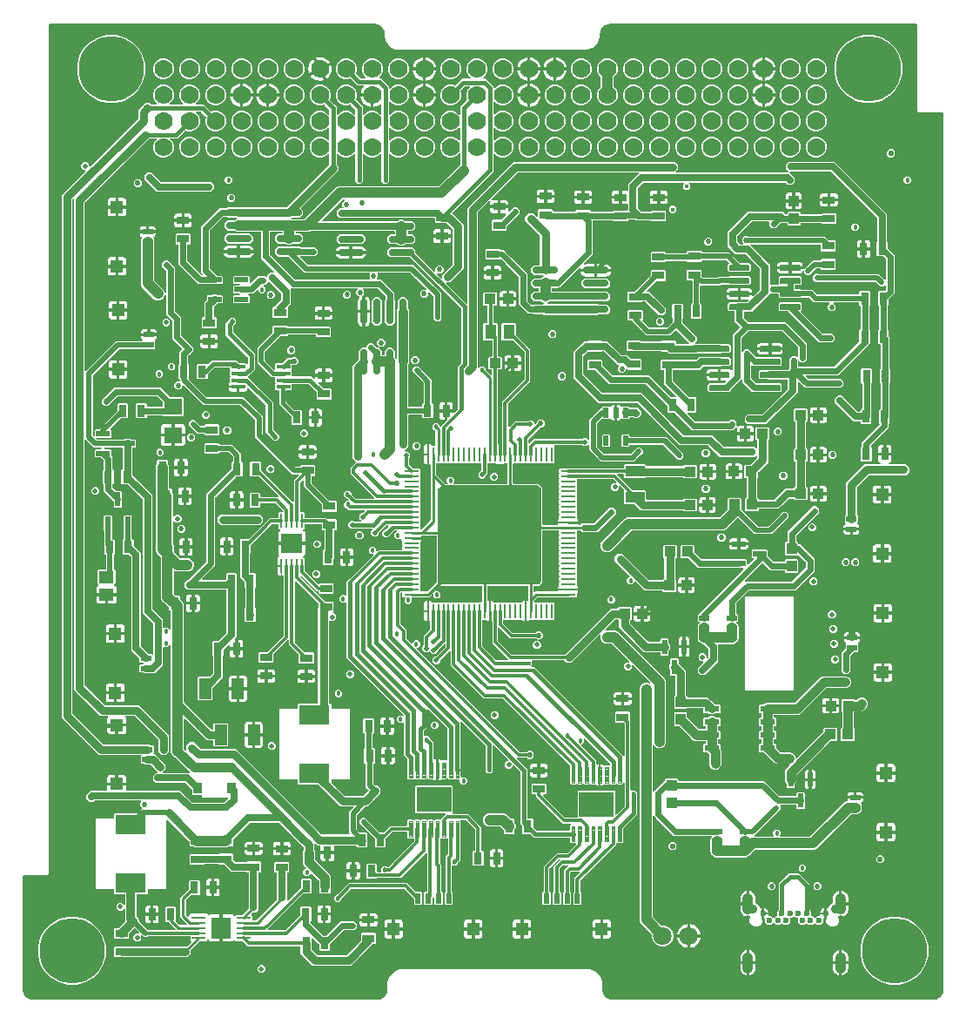
<source format=gbr>
G04 EAGLE Gerber RS-274X export*
G75*
%MOMM*%
%FSLAX34Y34*%
%LPD*%
%INBottom Copper*%
%IPPOS*%
%AMOC8*
5,1,8,0,0,1.08239X$1,22.5*%
G01*
%ADD10R,0.800000X1.200000*%
%ADD11R,1.200000X0.800000*%
%ADD12R,1.200000X2.000000*%
%ADD13R,1.100000X1.000000*%
%ADD14R,0.812800X1.041400*%
%ADD15C,6.350000*%
%ADD16C,1.778000*%
%ADD17R,1.000000X0.550000*%
%ADD18R,1.300000X1.260000*%
%ADD19R,0.550000X1.000000*%
%ADD20R,1.260000X1.300000*%
%ADD21R,1.140000X1.470000*%
%ADD22R,1.000000X1.100000*%
%ADD23C,0.102500*%
%ADD24R,3.400000X2.480000*%
%ADD25R,1.320800X0.558800*%
%ADD26R,0.558800X1.320800*%
%ADD27R,1.473200X0.279400*%
%ADD28R,0.279400X1.473200*%
%ADD29R,1.320800X0.406400*%
%ADD30R,0.279400X1.397000*%
%ADD31R,2.159000X1.930400*%
%ADD32R,1.397000X0.279400*%
%ADD33R,1.930400X2.159000*%
%ADD34R,0.558800X1.422400*%
%ADD35C,0.700000*%
%ADD36C,0.600000*%
%ADD37C,1.000000*%
%ADD38C,0.900000*%
%ADD39R,1.900000X1.100000*%
%ADD40R,2.997200X1.955800*%
%ADD41R,1.460500X0.558800*%
%ADD42R,0.990600X0.508000*%
%ADD43R,0.508000X0.977900*%
%ADD44R,1.470000X1.200000*%
%ADD45C,0.150000*%
%ADD46R,1.320800X0.508000*%
%ADD47R,1.800000X1.600000*%
%ADD48C,1.800000*%
%ADD49C,0.406400*%
%ADD50C,0.304800*%
%ADD51C,0.400000*%
%ADD52C,0.457200*%
%ADD53C,0.800000*%
%ADD54C,0.381000*%
%ADD55C,0.525000*%
%ADD56C,0.300000*%
%ADD57C,0.500000*%
%ADD58C,0.279400*%
%ADD59C,0.495300*%
%ADD60C,0.457200*%
%ADD61C,0.495000*%
%ADD62C,0.762000*%
%ADD63C,0.600000*%
%ADD64C,0.900000*%
%ADD65C,1.016000*%
%ADD66C,0.533400*%
%ADD67C,0.355600*%
%ADD68C,0.609600*%
%ADD69C,0.450000*%
%ADD70C,0.510000*%
%ADD71C,0.350000*%
%ADD72C,0.254000*%
%ADD73C,0.419100*%
%ADD74C,0.280000*%
%ADD75C,0.850000*%
%ADD76C,0.508000*%
%ADD77C,0.381000*%
%ADD78C,0.320000*%

G36*
X348768Y3180D02*
X348768Y3180D01*
X348817Y3179D01*
X350378Y3333D01*
X350405Y3340D01*
X350433Y3341D01*
X350594Y3387D01*
X353478Y4582D01*
X353534Y4617D01*
X353594Y4642D01*
X353659Y4694D01*
X353687Y4712D01*
X353700Y4727D01*
X353725Y4747D01*
X355933Y6955D01*
X355971Y7008D01*
X356017Y7055D01*
X356057Y7128D01*
X356076Y7154D01*
X356082Y7173D01*
X356098Y7202D01*
X357293Y10086D01*
X357299Y10113D01*
X357312Y10138D01*
X357347Y10302D01*
X357501Y11863D01*
X357499Y11890D01*
X357504Y11938D01*
X357504Y20278D01*
X359805Y25833D01*
X364057Y30085D01*
X369612Y32386D01*
X554948Y32386D01*
X560503Y30085D01*
X564755Y25833D01*
X567056Y20278D01*
X567056Y11938D01*
X567060Y11912D01*
X567059Y11863D01*
X567213Y10302D01*
X567220Y10275D01*
X567221Y10247D01*
X567267Y10086D01*
X568462Y7202D01*
X568497Y7146D01*
X568522Y7086D01*
X568574Y7021D01*
X568592Y6993D01*
X568607Y6980D01*
X568627Y6955D01*
X570835Y4747D01*
X570888Y4709D01*
X570935Y4663D01*
X571008Y4623D01*
X571034Y4604D01*
X571053Y4598D01*
X571082Y4582D01*
X573966Y3387D01*
X573993Y3381D01*
X574018Y3368D01*
X574182Y3333D01*
X575743Y3179D01*
X575770Y3181D01*
X575818Y3176D01*
X889762Y3176D01*
X889788Y3180D01*
X889837Y3179D01*
X891398Y3333D01*
X891425Y3340D01*
X891453Y3341D01*
X891614Y3387D01*
X894498Y4582D01*
X894554Y4617D01*
X894614Y4642D01*
X894679Y4694D01*
X894707Y4712D01*
X894720Y4727D01*
X894745Y4747D01*
X896953Y6955D01*
X896991Y7008D01*
X897037Y7055D01*
X897077Y7128D01*
X897096Y7154D01*
X897102Y7173D01*
X897118Y7202D01*
X898313Y10086D01*
X898319Y10113D01*
X898332Y10138D01*
X898367Y10302D01*
X898521Y11863D01*
X898519Y11890D01*
X898524Y11938D01*
X898524Y864743D01*
X898521Y864763D01*
X898523Y864782D01*
X898501Y864884D01*
X898485Y864986D01*
X898475Y865003D01*
X898471Y865023D01*
X898418Y865112D01*
X898369Y865203D01*
X898355Y865217D01*
X898345Y865234D01*
X898266Y865301D01*
X898191Y865373D01*
X898173Y865381D01*
X898158Y865394D01*
X898062Y865433D01*
X897968Y865476D01*
X897948Y865478D01*
X897930Y865486D01*
X897763Y865504D01*
X874985Y865504D01*
X873124Y867365D01*
X873124Y951103D01*
X873121Y951123D01*
X873123Y951142D01*
X873101Y951244D01*
X873085Y951346D01*
X873075Y951363D01*
X873071Y951383D01*
X873018Y951472D01*
X872969Y951563D01*
X872955Y951577D01*
X872945Y951594D01*
X872866Y951661D01*
X872791Y951733D01*
X872773Y951741D01*
X872758Y951754D01*
X872662Y951793D01*
X872568Y951836D01*
X872548Y951838D01*
X872530Y951846D01*
X872363Y951864D01*
X574040Y951864D01*
X574014Y951860D01*
X573965Y951861D01*
X572256Y951692D01*
X572228Y951685D01*
X572200Y951685D01*
X572107Y951658D01*
X572081Y951653D01*
X572067Y951646D01*
X572039Y951638D01*
X568880Y950329D01*
X568824Y950295D01*
X568764Y950269D01*
X568699Y950217D01*
X568671Y950200D01*
X568659Y950185D01*
X568633Y950164D01*
X566216Y947747D01*
X566177Y947694D01*
X566131Y947647D01*
X566091Y947574D01*
X566072Y947547D01*
X566066Y947529D01*
X566051Y947500D01*
X564742Y944341D01*
X564736Y944313D01*
X564723Y944288D01*
X564688Y944124D01*
X564519Y942415D01*
X564521Y942388D01*
X564516Y942340D01*
X564516Y939182D01*
X562099Y933347D01*
X557633Y928881D01*
X551798Y926464D01*
X369681Y926464D01*
X369632Y926456D01*
X369583Y926458D01*
X369512Y926437D01*
X369438Y926425D01*
X369395Y926401D01*
X369347Y926387D01*
X369268Y926337D01*
X368166Y926460D01*
X368138Y926458D01*
X368082Y926464D01*
X366974Y926464D01*
X366957Y926483D01*
X366892Y926518D01*
X366831Y926561D01*
X366784Y926576D01*
X366740Y926599D01*
X366620Y926627D01*
X366596Y926634D01*
X366588Y926634D01*
X366577Y926636D01*
X365048Y926806D01*
X359934Y929622D01*
X356286Y934182D01*
X354661Y939789D01*
X354948Y942371D01*
X354947Y942386D01*
X354949Y942530D01*
X354792Y944124D01*
X354785Y944152D01*
X354785Y944180D01*
X354738Y944341D01*
X353429Y947500D01*
X353395Y947556D01*
X353369Y947616D01*
X353317Y947681D01*
X353300Y947709D01*
X353285Y947721D01*
X353264Y947747D01*
X350847Y950164D01*
X350794Y950203D01*
X350747Y950249D01*
X350674Y950289D01*
X350647Y950308D01*
X350628Y950314D01*
X350600Y950329D01*
X347441Y951638D01*
X347413Y951644D01*
X347388Y951657D01*
X347340Y951668D01*
X347323Y951675D01*
X347289Y951678D01*
X347224Y951692D01*
X345515Y951861D01*
X345488Y951859D01*
X345440Y951864D01*
X29337Y951864D01*
X29317Y951861D01*
X29298Y951863D01*
X29196Y951841D01*
X29094Y951825D01*
X29077Y951815D01*
X29057Y951811D01*
X28968Y951758D01*
X28877Y951709D01*
X28863Y951695D01*
X28846Y951685D01*
X28779Y951606D01*
X28707Y951531D01*
X28699Y951513D01*
X28686Y951498D01*
X28647Y951402D01*
X28604Y951308D01*
X28602Y951288D01*
X28594Y951270D01*
X28576Y951103D01*
X28576Y125685D01*
X26715Y123824D01*
X3937Y123824D01*
X3917Y123821D01*
X3898Y123823D01*
X3796Y123801D01*
X3694Y123785D01*
X3677Y123775D01*
X3657Y123771D01*
X3568Y123718D01*
X3477Y123669D01*
X3463Y123655D01*
X3446Y123645D01*
X3379Y123566D01*
X3307Y123491D01*
X3299Y123473D01*
X3286Y123458D01*
X3247Y123362D01*
X3204Y123268D01*
X3202Y123248D01*
X3194Y123230D01*
X3176Y123063D01*
X3176Y11938D01*
X3180Y11912D01*
X3179Y11863D01*
X3333Y10302D01*
X3340Y10275D01*
X3341Y10247D01*
X3387Y10086D01*
X4582Y7202D01*
X4617Y7146D01*
X4642Y7086D01*
X4694Y7021D01*
X4712Y6993D01*
X4727Y6980D01*
X4747Y6955D01*
X6955Y4747D01*
X7008Y4709D01*
X7055Y4663D01*
X7128Y4623D01*
X7154Y4604D01*
X7173Y4598D01*
X7202Y4582D01*
X10086Y3387D01*
X10113Y3381D01*
X10138Y3368D01*
X10302Y3333D01*
X11863Y3179D01*
X11890Y3181D01*
X11938Y3176D01*
X348742Y3176D01*
X348768Y3180D01*
G37*
%LPC*%
G36*
X623457Y54729D02*
X623457Y54729D01*
X619682Y56293D01*
X616793Y59182D01*
X615229Y62957D01*
X615229Y66087D01*
X615215Y66177D01*
X615207Y66268D01*
X615195Y66298D01*
X615190Y66330D01*
X615147Y66411D01*
X615111Y66495D01*
X615085Y66527D01*
X615074Y66547D01*
X615051Y66570D01*
X615006Y66626D01*
X604284Y77348D01*
X603329Y79653D01*
X603329Y306047D01*
X604284Y308352D01*
X606048Y310116D01*
X608353Y311071D01*
X610847Y311071D01*
X612533Y310372D01*
X612628Y310350D01*
X612721Y310322D01*
X612747Y310322D01*
X612773Y310316D01*
X612869Y310325D01*
X612967Y310328D01*
X612991Y310337D01*
X613017Y310339D01*
X613106Y310379D01*
X613198Y310412D01*
X613218Y310429D01*
X613242Y310439D01*
X613314Y310505D01*
X613390Y310566D01*
X613404Y310588D01*
X613423Y310606D01*
X613470Y310691D01*
X613523Y310773D01*
X613529Y310798D01*
X613542Y310821D01*
X613559Y310917D01*
X613583Y311012D01*
X613581Y311038D01*
X613586Y311063D01*
X613571Y311160D01*
X613564Y311257D01*
X613554Y311281D01*
X613550Y311307D01*
X613506Y311394D01*
X613467Y311483D01*
X613447Y311508D01*
X613438Y311526D01*
X613415Y311549D01*
X613363Y311614D01*
X596940Y328036D01*
X596882Y328078D01*
X596830Y328128D01*
X596783Y328150D01*
X596741Y328180D01*
X596672Y328201D01*
X596607Y328231D01*
X596555Y328237D01*
X596505Y328252D01*
X596434Y328250D01*
X596363Y328258D01*
X596312Y328247D01*
X596260Y328246D01*
X596192Y328221D01*
X596122Y328206D01*
X596078Y328179D01*
X596029Y328162D01*
X595973Y328117D01*
X595911Y328080D01*
X595877Y328040D01*
X595837Y328008D01*
X595798Y327948D01*
X595751Y327893D01*
X595732Y327845D01*
X595704Y327801D01*
X595686Y327731D01*
X595659Y327665D01*
X595651Y327594D01*
X595643Y327562D01*
X595645Y327539D01*
X595641Y327498D01*
X595641Y325569D01*
X593403Y323331D01*
X590237Y323331D01*
X587999Y325569D01*
X587999Y328735D01*
X590237Y330973D01*
X592166Y330973D01*
X592237Y330984D01*
X592309Y330986D01*
X592358Y331004D01*
X592409Y331012D01*
X592472Y331046D01*
X592540Y331071D01*
X592580Y331103D01*
X592626Y331128D01*
X592676Y331180D01*
X592732Y331224D01*
X592760Y331268D01*
X592796Y331306D01*
X592826Y331371D01*
X592865Y331431D01*
X592877Y331482D01*
X592899Y331529D01*
X592907Y331600D01*
X592925Y331670D01*
X592921Y331722D01*
X592926Y331773D01*
X592911Y331844D01*
X592906Y331915D01*
X592885Y331963D01*
X592874Y332014D01*
X592837Y332075D01*
X592809Y332141D01*
X592765Y332197D01*
X592748Y332225D01*
X592730Y332240D01*
X592704Y332272D01*
X575950Y349026D01*
X575876Y349079D01*
X575807Y349139D01*
X575777Y349151D01*
X575751Y349170D01*
X575664Y349197D01*
X575579Y349231D01*
X575538Y349235D01*
X575516Y349242D01*
X575483Y349241D01*
X575412Y349249D01*
X570237Y349249D01*
X567903Y350216D01*
X566116Y352003D01*
X565149Y354337D01*
X565149Y356863D01*
X565243Y357090D01*
X565265Y357185D01*
X565294Y357278D01*
X565293Y357304D01*
X565299Y357330D01*
X565290Y357426D01*
X565288Y357524D01*
X565279Y357548D01*
X565276Y357574D01*
X565237Y357664D01*
X565203Y357755D01*
X565187Y357775D01*
X565176Y357799D01*
X565110Y357871D01*
X565050Y357947D01*
X565028Y357961D01*
X565010Y357980D01*
X564925Y358027D01*
X564843Y358080D01*
X564817Y358086D01*
X564794Y358099D01*
X564699Y358116D01*
X564604Y358140D01*
X564578Y358138D01*
X564552Y358143D01*
X564456Y358128D01*
X564359Y358121D01*
X564335Y358111D01*
X564309Y358107D01*
X564222Y358063D01*
X564133Y358025D01*
X564107Y358004D01*
X564090Y357995D01*
X564067Y357972D01*
X564002Y357920D01*
X536599Y330517D01*
X532233Y330517D01*
X529980Y332770D01*
X529906Y332823D01*
X529836Y332883D01*
X529806Y332895D01*
X529780Y332914D01*
X529693Y332941D01*
X529608Y332975D01*
X529567Y332979D01*
X529545Y332986D01*
X529513Y332985D01*
X529441Y332993D01*
X498836Y332993D01*
X498765Y332982D01*
X498693Y332980D01*
X498644Y332962D01*
X498593Y332954D01*
X498530Y332920D01*
X498462Y332895D01*
X498422Y332863D01*
X498376Y332838D01*
X498326Y332787D01*
X498270Y332742D01*
X498242Y332698D01*
X498206Y332660D01*
X498176Y332595D01*
X498137Y332535D01*
X498125Y332484D01*
X498103Y332437D01*
X498095Y332366D01*
X498077Y332296D01*
X498081Y332244D01*
X498075Y332193D01*
X498091Y332122D01*
X498096Y332051D01*
X498117Y332003D01*
X498128Y331952D01*
X498165Y331891D01*
X498193Y331825D01*
X498237Y331769D01*
X498254Y331741D01*
X498272Y331726D01*
X498297Y331694D01*
X498476Y331515D01*
X498476Y328885D01*
X497775Y328184D01*
X497734Y328126D01*
X497684Y328074D01*
X497662Y328027D01*
X497632Y327985D01*
X497611Y327916D01*
X497581Y327851D01*
X497575Y327799D01*
X497560Y327749D01*
X497561Y327678D01*
X497553Y327607D01*
X497565Y327556D01*
X497566Y327504D01*
X497591Y327436D01*
X497606Y327366D01*
X497632Y327321D01*
X497650Y327273D01*
X497695Y327217D01*
X497732Y327155D01*
X497771Y327121D01*
X497804Y327081D01*
X497864Y327042D01*
X497919Y326995D01*
X497967Y326976D01*
X498011Y326948D01*
X498080Y326930D01*
X498147Y326903D01*
X498218Y326895D01*
X498249Y326887D01*
X498273Y326889D01*
X498314Y326885D01*
X500746Y326885D01*
X587302Y240329D01*
X587360Y240287D01*
X587412Y240238D01*
X587459Y240216D01*
X587502Y240185D01*
X587570Y240164D01*
X587635Y240134D01*
X587687Y240128D01*
X587737Y240113D01*
X587808Y240115D01*
X587880Y240107D01*
X587930Y240118D01*
X587983Y240119D01*
X588050Y240144D01*
X588120Y240159D01*
X588165Y240186D01*
X588214Y240204D01*
X588270Y240249D01*
X588331Y240285D01*
X588365Y240325D01*
X588406Y240358D01*
X588444Y240418D01*
X588491Y240472D01*
X588510Y240521D01*
X588539Y240564D01*
X588556Y240634D01*
X588583Y240701D01*
X588591Y240772D01*
X588599Y240803D01*
X588597Y240826D01*
X588601Y240867D01*
X588601Y271552D01*
X588587Y271642D01*
X588579Y271733D01*
X588567Y271762D01*
X588562Y271794D01*
X588519Y271875D01*
X588483Y271959D01*
X588457Y271991D01*
X588447Y272012D01*
X588423Y272034D01*
X588378Y272090D01*
X588111Y272357D01*
X588037Y272410D01*
X587968Y272469D01*
X587938Y272482D01*
X587912Y272500D01*
X587825Y272527D01*
X587740Y272561D01*
X587699Y272566D01*
X587677Y272573D01*
X587644Y272572D01*
X587573Y272580D01*
X580044Y272580D01*
X579299Y273324D01*
X579299Y282377D01*
X580044Y283121D01*
X593096Y283121D01*
X593841Y282377D01*
X593841Y274848D01*
X593856Y274757D01*
X593863Y274667D01*
X593875Y274637D01*
X593881Y274605D01*
X593923Y274524D01*
X593959Y274440D01*
X593985Y274408D01*
X593996Y274387D01*
X594019Y274365D01*
X594064Y274309D01*
X594191Y274182D01*
X594191Y207359D01*
X594202Y207288D01*
X594204Y207216D01*
X594222Y207167D01*
X594231Y207116D01*
X594264Y207052D01*
X594289Y206985D01*
X594321Y206944D01*
X594346Y206898D01*
X594398Y206849D01*
X594442Y206793D01*
X594486Y206765D01*
X594524Y206729D01*
X594589Y206699D01*
X594649Y206660D01*
X594700Y206647D01*
X594747Y206625D01*
X594818Y206618D01*
X594888Y206600D01*
X594940Y206604D01*
X594992Y206598D01*
X595062Y206614D01*
X595133Y206619D01*
X595181Y206640D01*
X595232Y206651D01*
X595294Y206687D01*
X595359Y206716D01*
X595411Y206757D01*
X598373Y206757D01*
X600457Y204673D01*
X600457Y201727D01*
X600426Y201696D01*
X600373Y201622D01*
X600313Y201552D01*
X600301Y201522D01*
X600282Y201496D01*
X600255Y201409D01*
X600221Y201324D01*
X600217Y201283D01*
X600210Y201261D01*
X600211Y201229D01*
X600203Y201157D01*
X600203Y182782D01*
X587380Y169959D01*
X587327Y169885D01*
X587267Y169816D01*
X587255Y169785D01*
X587236Y169759D01*
X587209Y169672D01*
X587175Y169587D01*
X587171Y169546D01*
X587164Y169524D01*
X587165Y169492D01*
X587157Y169421D01*
X587157Y156264D01*
X586112Y155219D01*
X581560Y155219D01*
X581430Y155349D01*
X581372Y155391D01*
X581320Y155440D01*
X581273Y155462D01*
X581231Y155492D01*
X581162Y155513D01*
X581097Y155544D01*
X581045Y155549D01*
X580995Y155565D01*
X580924Y155563D01*
X580853Y155571D01*
X580802Y155560D01*
X580750Y155558D01*
X580682Y155534D01*
X580612Y155519D01*
X580567Y155492D01*
X580519Y155474D01*
X580463Y155429D01*
X580401Y155392D01*
X580367Y155353D01*
X580327Y155320D01*
X580288Y155260D01*
X580241Y155205D01*
X580222Y155157D01*
X580194Y155113D01*
X580176Y155044D01*
X580149Y154977D01*
X580141Y154906D01*
X580133Y154875D01*
X580135Y154852D01*
X580131Y154811D01*
X580131Y153859D01*
X545472Y119200D01*
X545419Y119126D01*
X545360Y119057D01*
X545348Y119027D01*
X545329Y119000D01*
X545302Y118913D01*
X545268Y118829D01*
X545263Y118788D01*
X545256Y118765D01*
X545257Y118733D01*
X545249Y118662D01*
X545249Y108725D01*
X545253Y108705D01*
X545250Y108686D01*
X545272Y108584D01*
X545289Y108482D01*
X545298Y108465D01*
X545303Y108445D01*
X545356Y108356D01*
X545404Y108265D01*
X545419Y108251D01*
X545429Y108234D01*
X545508Y108167D01*
X545583Y108096D01*
X545601Y108087D01*
X545616Y108074D01*
X545624Y108071D01*
X546475Y107220D01*
X546475Y96167D01*
X545731Y95422D01*
X539178Y95422D01*
X538434Y96167D01*
X538434Y107220D01*
X539304Y108090D01*
X539359Y108119D01*
X539372Y108133D01*
X539390Y108143D01*
X539457Y108222D01*
X539528Y108297D01*
X539537Y108315D01*
X539550Y108330D01*
X539588Y108426D01*
X539632Y108520D01*
X539634Y108540D01*
X539641Y108558D01*
X539660Y108725D01*
X539660Y118662D01*
X539660Y121293D01*
X540463Y122096D01*
X541520Y123153D01*
X544829Y126462D01*
X544871Y126520D01*
X544920Y126572D01*
X544942Y126619D01*
X544973Y126661D01*
X544994Y126730D01*
X545024Y126795D01*
X545030Y126847D01*
X545045Y126897D01*
X545043Y126968D01*
X545051Y127039D01*
X545040Y127090D01*
X545039Y127142D01*
X545014Y127210D01*
X544999Y127280D01*
X544972Y127325D01*
X544954Y127373D01*
X544909Y127429D01*
X544873Y127491D01*
X544833Y127525D01*
X544800Y127565D01*
X544740Y127604D01*
X544686Y127651D01*
X544637Y127670D01*
X544594Y127698D01*
X544524Y127716D01*
X544458Y127743D01*
X544386Y127751D01*
X544355Y127759D01*
X544332Y127757D01*
X544291Y127761D01*
X536651Y127761D01*
X536561Y127747D01*
X536470Y127739D01*
X536440Y127727D01*
X536408Y127722D01*
X536328Y127679D01*
X536244Y127643D01*
X536212Y127617D01*
X536191Y127606D01*
X536169Y127583D01*
X536113Y127538D01*
X535472Y126898D01*
X535419Y126824D01*
X535360Y126755D01*
X535348Y126724D01*
X535329Y126698D01*
X535302Y126611D01*
X535268Y126526D01*
X535263Y126486D01*
X535256Y126463D01*
X535257Y126431D01*
X535249Y126360D01*
X535249Y108725D01*
X535253Y108705D01*
X535250Y108686D01*
X535272Y108584D01*
X535289Y108482D01*
X535298Y108465D01*
X535303Y108445D01*
X535356Y108356D01*
X535404Y108265D01*
X535419Y108251D01*
X535429Y108234D01*
X535508Y108167D01*
X535583Y108096D01*
X535601Y108087D01*
X535616Y108074D01*
X535624Y108071D01*
X536475Y107220D01*
X536475Y96167D01*
X535731Y95422D01*
X529178Y95422D01*
X528434Y96167D01*
X528434Y107220D01*
X529304Y108090D01*
X529359Y108119D01*
X529373Y108133D01*
X529390Y108143D01*
X529457Y108222D01*
X529528Y108297D01*
X529537Y108315D01*
X529550Y108330D01*
X529588Y108426D01*
X529632Y108520D01*
X529634Y108540D01*
X529641Y108558D01*
X529660Y108725D01*
X529660Y128990D01*
X531520Y130850D01*
X533227Y132558D01*
X533269Y132616D01*
X533319Y132668D01*
X533341Y132715D01*
X533371Y132757D01*
X533392Y132826D01*
X533422Y132891D01*
X533428Y132943D01*
X533443Y132993D01*
X533441Y133064D01*
X533449Y133135D01*
X533438Y133186D01*
X533437Y133238D01*
X533412Y133306D01*
X533397Y133376D01*
X533370Y133421D01*
X533352Y133469D01*
X533308Y133525D01*
X533271Y133587D01*
X533231Y133621D01*
X533199Y133661D01*
X533138Y133700D01*
X533084Y133747D01*
X533036Y133766D01*
X532992Y133794D01*
X532922Y133812D01*
X532856Y133839D01*
X532784Y133847D01*
X532753Y133855D01*
X532730Y133853D01*
X532689Y133857D01*
X529026Y133857D01*
X528936Y133843D01*
X528845Y133835D01*
X528816Y133823D01*
X528784Y133818D01*
X528703Y133775D01*
X528619Y133739D01*
X528587Y133713D01*
X528566Y133702D01*
X528544Y133679D01*
X528488Y133634D01*
X525472Y130619D01*
X525419Y130545D01*
X525360Y130475D01*
X525348Y130445D01*
X525329Y130419D01*
X525302Y130332D01*
X525268Y130247D01*
X525263Y130206D01*
X525256Y130184D01*
X525257Y130152D01*
X525249Y130080D01*
X525249Y108725D01*
X525253Y108705D01*
X525250Y108686D01*
X525272Y108584D01*
X525289Y108482D01*
X525298Y108465D01*
X525303Y108445D01*
X525356Y108356D01*
X525404Y108265D01*
X525419Y108251D01*
X525429Y108234D01*
X525508Y108167D01*
X525583Y108096D01*
X525601Y108087D01*
X525616Y108074D01*
X525624Y108071D01*
X526475Y107220D01*
X526475Y96167D01*
X525731Y95422D01*
X519178Y95422D01*
X518434Y96167D01*
X518434Y107220D01*
X519304Y108090D01*
X519359Y108119D01*
X519373Y108133D01*
X519390Y108143D01*
X519457Y108222D01*
X519528Y108297D01*
X519537Y108315D01*
X519550Y108330D01*
X519588Y108426D01*
X519632Y108520D01*
X519634Y108540D01*
X519641Y108558D01*
X519660Y108725D01*
X519660Y132711D01*
X521520Y134571D01*
X525603Y138654D01*
X525645Y138712D01*
X525694Y138764D01*
X525716Y138811D01*
X525746Y138853D01*
X525767Y138922D01*
X525798Y138987D01*
X525803Y139039D01*
X525819Y139089D01*
X525817Y139160D01*
X525825Y139231D01*
X525814Y139282D01*
X525812Y139334D01*
X525788Y139402D01*
X525773Y139472D01*
X525746Y139517D01*
X525728Y139565D01*
X525683Y139621D01*
X525646Y139683D01*
X525607Y139717D01*
X525574Y139757D01*
X525514Y139796D01*
X525459Y139843D01*
X525411Y139862D01*
X525367Y139890D01*
X525298Y139908D01*
X525231Y139935D01*
X525160Y139943D01*
X525129Y139951D01*
X525105Y139949D01*
X525065Y139953D01*
X524868Y139953D01*
X524778Y139939D01*
X524687Y139931D01*
X524658Y139919D01*
X524626Y139914D01*
X524545Y139871D01*
X524461Y139835D01*
X524429Y139809D01*
X524408Y139798D01*
X524386Y139775D01*
X524330Y139730D01*
X515472Y130873D01*
X515419Y130799D01*
X515360Y130729D01*
X515348Y130699D01*
X515329Y130673D01*
X515302Y130586D01*
X515268Y130501D01*
X515263Y130460D01*
X515256Y130438D01*
X515257Y130406D01*
X515249Y130334D01*
X515249Y108725D01*
X515253Y108705D01*
X515250Y108686D01*
X515272Y108584D01*
X515289Y108482D01*
X515298Y108465D01*
X515303Y108445D01*
X515356Y108356D01*
X515404Y108265D01*
X515419Y108251D01*
X515429Y108234D01*
X515508Y108167D01*
X515583Y108096D01*
X515601Y108087D01*
X515616Y108074D01*
X515624Y108071D01*
X516475Y107220D01*
X516475Y96167D01*
X515731Y95422D01*
X509178Y95422D01*
X508434Y96167D01*
X508434Y107220D01*
X509304Y108090D01*
X509359Y108119D01*
X509373Y108133D01*
X509390Y108143D01*
X509457Y108222D01*
X509528Y108297D01*
X509537Y108315D01*
X509550Y108330D01*
X509588Y108426D01*
X509632Y108520D01*
X509634Y108540D01*
X509641Y108558D01*
X509660Y108725D01*
X509660Y132965D01*
X522238Y145543D01*
X532181Y145543D01*
X532271Y145557D01*
X532362Y145565D01*
X532392Y145577D01*
X532424Y145582D01*
X532504Y145625D01*
X532588Y145661D01*
X532620Y145687D01*
X532641Y145698D01*
X532663Y145721D01*
X532719Y145766D01*
X540873Y153920D01*
X540915Y153978D01*
X540965Y154030D01*
X540987Y154077D01*
X541017Y154119D01*
X541038Y154188D01*
X541068Y154253D01*
X541074Y154305D01*
X541089Y154355D01*
X541087Y154426D01*
X541095Y154497D01*
X541084Y154548D01*
X541083Y154600D01*
X541058Y154668D01*
X541043Y154738D01*
X541016Y154783D01*
X540998Y154831D01*
X540954Y154887D01*
X540917Y154949D01*
X540877Y154983D01*
X540845Y155023D01*
X540784Y155062D01*
X540730Y155109D01*
X540682Y155128D01*
X540638Y155156D01*
X540568Y155174D01*
X540502Y155201D01*
X540430Y155209D01*
X540399Y155217D01*
X540376Y155215D01*
X540335Y155219D01*
X536060Y155219D01*
X535015Y156264D01*
X535015Y160276D01*
X535012Y160296D01*
X535014Y160315D01*
X534992Y160417D01*
X534976Y160519D01*
X534966Y160536D01*
X534962Y160556D01*
X534909Y160645D01*
X534860Y160736D01*
X534846Y160750D01*
X534836Y160767D01*
X534757Y160834D01*
X534682Y160906D01*
X534664Y160914D01*
X534649Y160927D01*
X534553Y160966D01*
X534459Y161009D01*
X534439Y161011D01*
X534421Y161019D01*
X534254Y161037D01*
X500136Y161037D01*
X497978Y163195D01*
X496963Y164210D01*
X496889Y164263D01*
X496820Y164323D01*
X496789Y164335D01*
X496763Y164354D01*
X496676Y164381D01*
X496591Y164415D01*
X496550Y164419D01*
X496528Y164426D01*
X496496Y164425D01*
X496425Y164433D01*
X489614Y164433D01*
X488869Y165178D01*
X488869Y171989D01*
X488855Y172079D01*
X488847Y172170D01*
X488835Y172199D01*
X488830Y172231D01*
X488787Y172312D01*
X488751Y172396D01*
X488725Y172428D01*
X488714Y172449D01*
X488691Y172471D01*
X488646Y172527D01*
X487171Y174002D01*
X487171Y224123D01*
X487157Y224213D01*
X487149Y224304D01*
X487137Y224333D01*
X487132Y224365D01*
X487089Y224446D01*
X487053Y224530D01*
X487027Y224562D01*
X487016Y224583D01*
X486993Y224605D01*
X486948Y224661D01*
X480789Y230820D01*
X480731Y230862D01*
X480679Y230912D01*
X480631Y230934D01*
X480589Y230964D01*
X480521Y230985D01*
X480455Y231015D01*
X480404Y231021D01*
X480354Y231036D01*
X480282Y231035D01*
X480211Y231042D01*
X480160Y231031D01*
X480108Y231030D01*
X480041Y231005D01*
X479971Y230990D01*
X479926Y230963D01*
X479877Y230946D01*
X479821Y230901D01*
X479760Y230864D01*
X479726Y230824D01*
X479685Y230792D01*
X479646Y230732D01*
X479600Y230677D01*
X479580Y230629D01*
X479552Y230585D01*
X479535Y230515D01*
X479508Y230449D01*
X479500Y230378D01*
X479492Y230346D01*
X479494Y230323D01*
X479489Y230282D01*
X479489Y230096D01*
X477294Y227901D01*
X474190Y227901D01*
X471995Y230096D01*
X471995Y233200D01*
X474190Y235395D01*
X474376Y235395D01*
X474447Y235407D01*
X474519Y235409D01*
X474568Y235427D01*
X474619Y235435D01*
X474682Y235468D01*
X474750Y235493D01*
X474790Y235526D01*
X474836Y235550D01*
X474886Y235602D01*
X474942Y235647D01*
X474970Y235691D01*
X475006Y235728D01*
X475036Y235793D01*
X475075Y235854D01*
X475087Y235904D01*
X475109Y235951D01*
X475117Y236023D01*
X475135Y236092D01*
X475131Y236144D01*
X475136Y236196D01*
X475121Y236266D01*
X475116Y236337D01*
X475095Y236385D01*
X475084Y236436D01*
X475047Y236498D01*
X475019Y236564D01*
X474975Y236620D01*
X474958Y236647D01*
X474940Y236663D01*
X474914Y236695D01*
X461040Y250569D01*
X460982Y250611D01*
X460930Y250660D01*
X460883Y250682D01*
X460841Y250713D01*
X460772Y250734D01*
X460707Y250764D01*
X460655Y250770D01*
X460605Y250785D01*
X460534Y250783D01*
X460463Y250791D01*
X460412Y250780D01*
X460360Y250779D01*
X460292Y250754D01*
X460222Y250739D01*
X460178Y250712D01*
X460129Y250694D01*
X460073Y250649D01*
X460011Y250612D01*
X459977Y250573D01*
X459937Y250540D01*
X459898Y250480D01*
X459851Y250426D01*
X459832Y250377D01*
X459804Y250333D01*
X459786Y250264D01*
X459759Y250197D01*
X459751Y250126D01*
X459743Y250095D01*
X459745Y250072D01*
X459741Y250031D01*
X459741Y228865D01*
X459755Y228774D01*
X459763Y228684D01*
X459775Y228654D01*
X459780Y228622D01*
X459823Y228541D01*
X459859Y228457D01*
X459885Y228425D01*
X459896Y228404D01*
X459919Y228382D01*
X459964Y228326D01*
X459995Y228295D01*
X459995Y225349D01*
X457911Y223265D01*
X454965Y223265D01*
X452881Y225349D01*
X452881Y228295D01*
X452912Y228326D01*
X452965Y228400D01*
X453025Y228470D01*
X453037Y228500D01*
X453056Y228526D01*
X453083Y228613D01*
X453117Y228698D01*
X453121Y228739D01*
X453128Y228761D01*
X453127Y228793D01*
X453135Y228865D01*
X453135Y249777D01*
X453121Y249867D01*
X453113Y249958D01*
X453101Y249987D01*
X453096Y250019D01*
X453053Y250100D01*
X453017Y250184D01*
X452991Y250216D01*
X452980Y250237D01*
X452957Y250259D01*
X452912Y250315D01*
X430234Y272993D01*
X430176Y273035D01*
X430124Y273084D01*
X430077Y273106D01*
X430035Y273137D01*
X429966Y273158D01*
X429901Y273188D01*
X429849Y273194D01*
X429799Y273209D01*
X429728Y273207D01*
X429657Y273215D01*
X429606Y273204D01*
X429554Y273203D01*
X429486Y273178D01*
X429416Y273163D01*
X429371Y273136D01*
X429323Y273118D01*
X429267Y273073D01*
X429205Y273036D01*
X429171Y272997D01*
X429131Y272964D01*
X429092Y272904D01*
X429045Y272850D01*
X429026Y272801D01*
X428998Y272757D01*
X428980Y272688D01*
X428953Y272621D01*
X428945Y272550D01*
X428937Y272519D01*
X428939Y272496D01*
X428935Y272455D01*
X428935Y235035D01*
X428949Y234945D01*
X428957Y234854D01*
X428969Y234825D01*
X428974Y234793D01*
X429017Y234712D01*
X429043Y234652D01*
X429043Y220011D01*
X429054Y219940D01*
X429056Y219868D01*
X429074Y219819D01*
X429082Y219768D01*
X429116Y219705D01*
X429141Y219637D01*
X429173Y219596D01*
X429198Y219550D01*
X429249Y219501D01*
X429294Y219445D01*
X429338Y219417D01*
X429376Y219381D01*
X429441Y219351D01*
X429501Y219312D01*
X429552Y219299D01*
X429599Y219277D01*
X429670Y219269D01*
X429740Y219252D01*
X429792Y219256D01*
X429843Y219250D01*
X429914Y219266D01*
X429985Y219271D01*
X430033Y219291D01*
X430084Y219303D01*
X430145Y219339D01*
X430211Y219367D01*
X430267Y219412D01*
X430295Y219429D01*
X430310Y219447D01*
X430323Y219457D01*
X433273Y219457D01*
X435357Y217373D01*
X435357Y214427D01*
X433273Y212343D01*
X430327Y212343D01*
X428243Y214427D01*
X428243Y216654D01*
X428240Y216674D01*
X428242Y216693D01*
X428220Y216795D01*
X428204Y216897D01*
X428194Y216914D01*
X428190Y216934D01*
X428137Y217023D01*
X428088Y217114D01*
X428074Y217128D01*
X428064Y217145D01*
X427985Y217212D01*
X427910Y217284D01*
X427892Y217292D01*
X427877Y217305D01*
X427781Y217344D01*
X427687Y217387D01*
X427667Y217389D01*
X427649Y217397D01*
X427482Y217415D01*
X423446Y217415D01*
X423010Y217851D01*
X422994Y217862D01*
X422982Y217878D01*
X422894Y217934D01*
X422811Y217994D01*
X422792Y218000D01*
X422775Y218011D01*
X422674Y218036D01*
X422575Y218067D01*
X422556Y218066D01*
X422536Y218071D01*
X422433Y218063D01*
X422330Y218060D01*
X422311Y218053D01*
X422291Y218052D01*
X422196Y218012D01*
X422099Y217976D01*
X422083Y217963D01*
X422065Y217956D01*
X421934Y217851D01*
X421498Y217415D01*
X416946Y217415D01*
X416510Y217851D01*
X416494Y217862D01*
X416482Y217878D01*
X416394Y217934D01*
X416311Y217994D01*
X416292Y218000D01*
X416275Y218011D01*
X416174Y218036D01*
X416075Y218067D01*
X416056Y218066D01*
X416036Y218071D01*
X415933Y218063D01*
X415830Y218060D01*
X415811Y218053D01*
X415791Y218052D01*
X415696Y218012D01*
X415599Y217976D01*
X415583Y217963D01*
X415565Y217956D01*
X415434Y217851D01*
X414998Y217415D01*
X410610Y217415D01*
X410519Y217401D01*
X410429Y217393D01*
X410399Y217381D01*
X410367Y217376D01*
X410286Y217333D01*
X410202Y217297D01*
X410170Y217271D01*
X410149Y217260D01*
X410127Y217237D01*
X410071Y217192D01*
X409634Y216755D01*
X408938Y216353D01*
X408162Y216145D01*
X407246Y216145D01*
X407246Y226273D01*
X407243Y226292D01*
X407245Y226312D01*
X407223Y226414D01*
X407207Y226516D01*
X407197Y226533D01*
X407195Y226544D01*
X407218Y226594D01*
X407220Y226614D01*
X407228Y226632D01*
X407246Y226799D01*
X407246Y236927D01*
X408162Y236927D01*
X408938Y236719D01*
X409634Y236317D01*
X410071Y235880D01*
X410145Y235827D01*
X410215Y235767D01*
X410245Y235755D01*
X410271Y235736D01*
X410358Y235709D01*
X410443Y235675D01*
X410484Y235671D01*
X410506Y235664D01*
X410538Y235665D01*
X410610Y235657D01*
X415070Y235657D01*
X415090Y235660D01*
X415109Y235658D01*
X415211Y235680D01*
X415313Y235696D01*
X415330Y235706D01*
X415350Y235710D01*
X415439Y235763D01*
X415530Y235812D01*
X415544Y235826D01*
X415561Y235836D01*
X415628Y235915D01*
X415700Y235990D01*
X415708Y236008D01*
X415721Y236023D01*
X415760Y236119D01*
X415803Y236213D01*
X415805Y236233D01*
X415813Y236251D01*
X415831Y236418D01*
X415831Y266507D01*
X415817Y266597D01*
X415809Y266688D01*
X415797Y266717D01*
X415792Y266749D01*
X415749Y266830D01*
X415713Y266914D01*
X415687Y266946D01*
X415676Y266967D01*
X415653Y266989D01*
X415608Y267045D01*
X397270Y285383D01*
X397212Y285425D01*
X397160Y285474D01*
X397140Y285484D01*
X397133Y285489D01*
X397109Y285499D01*
X397071Y285527D01*
X397002Y285548D01*
X396937Y285578D01*
X396885Y285584D01*
X396835Y285599D01*
X396764Y285597D01*
X396693Y285605D01*
X396642Y285594D01*
X396590Y285593D01*
X396522Y285568D01*
X396452Y285553D01*
X396407Y285526D01*
X396359Y285508D01*
X396303Y285463D01*
X396241Y285426D01*
X396207Y285387D01*
X396167Y285354D01*
X396128Y285294D01*
X396118Y285282D01*
X396102Y285266D01*
X396101Y285262D01*
X396081Y285240D01*
X396062Y285191D01*
X396034Y285147D01*
X396017Y285083D01*
X395999Y285043D01*
X395998Y285032D01*
X395989Y285011D01*
X395981Y284940D01*
X395973Y284909D01*
X395975Y284886D01*
X395971Y284845D01*
X395971Y267645D01*
X393394Y265068D01*
X393341Y264994D01*
X393281Y264925D01*
X393269Y264895D01*
X393250Y264868D01*
X393223Y264781D01*
X393189Y264697D01*
X393185Y264656D01*
X393178Y264633D01*
X393179Y264601D01*
X393171Y264530D01*
X393171Y260085D01*
X393182Y260013D01*
X393184Y259941D01*
X393202Y259893D01*
X393210Y259842D01*
X393244Y259778D01*
X393269Y259710D01*
X393301Y259670D01*
X393326Y259624D01*
X393378Y259575D01*
X393423Y259518D01*
X393466Y259491D01*
X393504Y259455D01*
X393569Y259425D01*
X393630Y259386D01*
X393680Y259373D01*
X393727Y259351D01*
X393799Y259343D01*
X393869Y259326D01*
X393920Y259330D01*
X393971Y259324D01*
X394019Y259335D01*
X397205Y259335D01*
X399289Y257251D01*
X399289Y256848D01*
X399303Y256758D01*
X399311Y256667D01*
X399323Y256637D01*
X399328Y256605D01*
X399371Y256525D01*
X399407Y256441D01*
X399433Y256409D01*
X399444Y256388D01*
X399467Y256366D01*
X399512Y256310D01*
X402771Y253051D01*
X402771Y237514D01*
X402790Y237397D01*
X402808Y237279D01*
X402810Y237275D01*
X402810Y237271D01*
X402867Y237165D01*
X402921Y237060D01*
X402924Y237057D01*
X402926Y237054D01*
X403012Y236972D01*
X403097Y236889D01*
X403101Y236887D01*
X403104Y236884D01*
X403212Y236834D01*
X403319Y236783D01*
X403323Y236782D01*
X403327Y236781D01*
X403444Y236768D01*
X403563Y236753D01*
X403568Y236754D01*
X403571Y236754D01*
X403585Y236756D01*
X403729Y236778D01*
X404283Y236927D01*
X405198Y236927D01*
X405198Y226799D01*
X405201Y226780D01*
X405199Y226760D01*
X405221Y226658D01*
X405237Y226556D01*
X405247Y226539D01*
X405249Y226528D01*
X405226Y226478D01*
X405224Y226458D01*
X405216Y226440D01*
X405198Y226273D01*
X405198Y216145D01*
X404282Y216145D01*
X403506Y216353D01*
X402810Y216755D01*
X402373Y217192D01*
X402299Y217245D01*
X402229Y217305D01*
X402199Y217317D01*
X402173Y217336D01*
X402086Y217363D01*
X402001Y217397D01*
X401960Y217401D01*
X401938Y217408D01*
X401906Y217407D01*
X401834Y217415D01*
X397446Y217415D01*
X397010Y217851D01*
X396994Y217862D01*
X396982Y217878D01*
X396894Y217934D01*
X396811Y217994D01*
X396792Y218000D01*
X396775Y218011D01*
X396674Y218036D01*
X396575Y218067D01*
X396556Y218066D01*
X396536Y218071D01*
X396433Y218063D01*
X396330Y218060D01*
X396311Y218053D01*
X396291Y218052D01*
X396196Y218012D01*
X396099Y217976D01*
X396083Y217963D01*
X396065Y217956D01*
X395934Y217851D01*
X395498Y217415D01*
X390946Y217415D01*
X390510Y217851D01*
X390494Y217862D01*
X390482Y217878D01*
X390394Y217934D01*
X390311Y217994D01*
X390292Y218000D01*
X390275Y218011D01*
X390174Y218036D01*
X390075Y218067D01*
X390056Y218066D01*
X390036Y218071D01*
X389933Y218063D01*
X389830Y218060D01*
X389811Y218053D01*
X389791Y218052D01*
X389696Y218012D01*
X389599Y217976D01*
X389583Y217963D01*
X389565Y217956D01*
X389434Y217851D01*
X388998Y217415D01*
X384446Y217415D01*
X384010Y217851D01*
X383994Y217862D01*
X383982Y217878D01*
X383894Y217934D01*
X383811Y217994D01*
X383792Y218000D01*
X383775Y218011D01*
X383674Y218036D01*
X383575Y218067D01*
X383556Y218066D01*
X383536Y218071D01*
X383433Y218063D01*
X383330Y218060D01*
X383311Y218053D01*
X383291Y218052D01*
X383196Y218012D01*
X383099Y217976D01*
X383083Y217963D01*
X383065Y217956D01*
X382934Y217851D01*
X382498Y217415D01*
X377946Y217415D01*
X376901Y218460D01*
X376901Y234733D01*
X376933Y234811D01*
X376937Y234852D01*
X376944Y234874D01*
X376943Y234906D01*
X376951Y234977D01*
X376951Y236908D01*
X376950Y236916D01*
X376950Y236919D01*
X376947Y236933D01*
X376937Y236998D01*
X376929Y237089D01*
X376917Y237119D01*
X376912Y237151D01*
X376869Y237231D01*
X376833Y237315D01*
X376807Y237347D01*
X376796Y237368D01*
X376773Y237390D01*
X376728Y237446D01*
X373929Y240245D01*
X373929Y272323D01*
X373918Y272394D01*
X373916Y272466D01*
X373898Y272515D01*
X373890Y272566D01*
X373856Y272630D01*
X373831Y272697D01*
X373799Y272738D01*
X373774Y272784D01*
X373722Y272833D01*
X373678Y272889D01*
X373634Y272917D01*
X373596Y272953D01*
X373531Y272983D01*
X373471Y273022D01*
X373420Y273035D01*
X373373Y273057D01*
X373302Y273065D01*
X373232Y273082D01*
X373180Y273078D01*
X373129Y273084D01*
X373058Y273068D01*
X372987Y273063D01*
X372939Y273043D01*
X372888Y273031D01*
X372827Y272995D01*
X372761Y272967D01*
X372705Y272922D01*
X372677Y272905D01*
X372662Y272887D01*
X372630Y272862D01*
X372073Y272305D01*
X369127Y272305D01*
X367043Y274389D01*
X367043Y277335D01*
X369127Y279419D01*
X372073Y279419D01*
X372630Y278862D01*
X372688Y278820D01*
X372740Y278771D01*
X372787Y278749D01*
X372829Y278719D01*
X372898Y278698D01*
X372963Y278667D01*
X373015Y278662D01*
X373065Y278646D01*
X373136Y278648D01*
X373207Y278640D01*
X373258Y278651D01*
X373310Y278653D01*
X373378Y278677D01*
X373448Y278693D01*
X373493Y278719D01*
X373541Y278737D01*
X373597Y278782D01*
X373659Y278819D01*
X373693Y278858D01*
X373733Y278891D01*
X373772Y278951D01*
X373819Y279006D01*
X373838Y279054D01*
X373866Y279098D01*
X373884Y279167D01*
X373911Y279234D01*
X373919Y279305D01*
X373927Y279336D01*
X373925Y279360D01*
X373929Y279401D01*
X373929Y279453D01*
X373915Y279543D01*
X373907Y279634D01*
X373895Y279663D01*
X373890Y279695D01*
X373847Y279776D01*
X373811Y279860D01*
X373785Y279892D01*
X373774Y279913D01*
X373751Y279935D01*
X373706Y279991D01*
X318007Y335690D01*
X318007Y389371D01*
X317996Y389442D01*
X317994Y389514D01*
X317976Y389563D01*
X317968Y389614D01*
X317934Y389678D01*
X317909Y389745D01*
X317877Y389786D01*
X317852Y389832D01*
X317800Y389881D01*
X317756Y389937D01*
X317712Y389965D01*
X317674Y390001D01*
X317609Y390031D01*
X317549Y390070D01*
X317498Y390083D01*
X317451Y390105D01*
X317380Y390113D01*
X317310Y390130D01*
X317258Y390126D01*
X317207Y390132D01*
X317136Y390116D01*
X317065Y390111D01*
X317017Y390091D01*
X316966Y390079D01*
X316905Y390043D01*
X316839Y390015D01*
X316783Y389970D01*
X316755Y389953D01*
X316740Y389935D01*
X316708Y389910D01*
X316179Y389381D01*
X313233Y389381D01*
X311149Y391465D01*
X311149Y394411D01*
X313233Y396495D01*
X316179Y396495D01*
X316708Y395966D01*
X316766Y395924D01*
X316818Y395875D01*
X316865Y395853D01*
X316907Y395823D01*
X316976Y395802D01*
X317041Y395771D01*
X317093Y395766D01*
X317143Y395750D01*
X317214Y395752D01*
X317285Y395744D01*
X317336Y395755D01*
X317388Y395757D01*
X317456Y395781D01*
X317526Y395797D01*
X317571Y395823D01*
X317619Y395841D01*
X317675Y395886D01*
X317737Y395923D01*
X317771Y395962D01*
X317811Y395995D01*
X317850Y396055D01*
X317897Y396110D01*
X317916Y396158D01*
X317944Y396202D01*
X317962Y396271D01*
X317989Y396338D01*
X317997Y396409D01*
X318005Y396440D01*
X318003Y396464D01*
X318007Y396505D01*
X318007Y409812D01*
X319942Y411747D01*
X320345Y411747D01*
X320435Y411761D01*
X320526Y411769D01*
X320556Y411781D01*
X320588Y411786D01*
X320668Y411829D01*
X320752Y411865D01*
X320784Y411891D01*
X320805Y411902D01*
X320827Y411925D01*
X320883Y411970D01*
X344044Y435130D01*
X344086Y435188D01*
X344135Y435240D01*
X344157Y435288D01*
X344187Y435330D01*
X344208Y435398D01*
X344239Y435463D01*
X344244Y435515D01*
X344260Y435565D01*
X344258Y435637D01*
X344266Y435708D01*
X344255Y435759D01*
X344253Y435811D01*
X344229Y435878D01*
X344213Y435948D01*
X344187Y435993D01*
X344169Y436042D01*
X344124Y436098D01*
X344087Y436159D01*
X344048Y436193D01*
X344015Y436234D01*
X343955Y436273D01*
X343900Y436319D01*
X343852Y436339D01*
X343808Y436367D01*
X343739Y436384D01*
X343672Y436411D01*
X343601Y436419D01*
X343570Y436427D01*
X343546Y436425D01*
X343505Y436430D01*
X341580Y436430D01*
X339497Y438513D01*
X339497Y441460D01*
X341580Y443543D01*
X344527Y443543D01*
X346610Y441460D01*
X346610Y439534D01*
X346622Y439464D01*
X346624Y439392D01*
X346641Y439343D01*
X346650Y439292D01*
X346683Y439228D01*
X346708Y439161D01*
X346741Y439120D01*
X346765Y439074D01*
X346817Y439025D01*
X346862Y438969D01*
X346906Y438941D01*
X346943Y438905D01*
X347008Y438875D01*
X347069Y438836D01*
X347119Y438823D01*
X347166Y438801D01*
X347238Y438793D01*
X347307Y438776D01*
X347359Y438780D01*
X347411Y438774D01*
X347481Y438789D01*
X347552Y438795D01*
X347600Y438815D01*
X347651Y438826D01*
X347713Y438863D01*
X347779Y438891D01*
X347835Y438936D01*
X347862Y438953D01*
X347878Y438970D01*
X347910Y438996D01*
X348908Y439995D01*
X371602Y439995D01*
X371622Y439998D01*
X371641Y439996D01*
X371743Y440018D01*
X371845Y440034D01*
X371862Y440044D01*
X371882Y440048D01*
X371971Y440101D01*
X372062Y440150D01*
X372076Y440164D01*
X372093Y440174D01*
X372160Y440253D01*
X372232Y440328D01*
X372240Y440346D01*
X372253Y440361D01*
X372292Y440457D01*
X372335Y440551D01*
X372337Y440571D01*
X372345Y440589D01*
X372363Y440756D01*
X372363Y444123D01*
X372402Y444162D01*
X372413Y444178D01*
X372429Y444190D01*
X372460Y444239D01*
X372492Y444273D01*
X372512Y444315D01*
X372545Y444361D01*
X372551Y444380D01*
X372562Y444397D01*
X372576Y444453D01*
X372596Y444496D01*
X372601Y444542D01*
X372618Y444596D01*
X372617Y444616D01*
X372622Y444636D01*
X372617Y444692D01*
X372623Y444740D01*
X372613Y444787D01*
X372611Y444842D01*
X372604Y444861D01*
X372603Y444881D01*
X372581Y444932D01*
X372571Y444981D01*
X372545Y445023D01*
X372527Y445073D01*
X372514Y445089D01*
X372506Y445107D01*
X372461Y445165D01*
X372444Y445192D01*
X372427Y445206D01*
X372402Y445238D01*
X372363Y445277D01*
X372363Y448165D01*
X372349Y448255D01*
X372341Y448346D01*
X372329Y448376D01*
X372324Y448408D01*
X372281Y448489D01*
X372245Y448573D01*
X372219Y448605D01*
X372208Y448625D01*
X372185Y448648D01*
X372140Y448704D01*
X371601Y449243D01*
X371266Y449822D01*
X371093Y450469D01*
X371093Y450585D01*
X371082Y450656D01*
X371080Y450728D01*
X371062Y450777D01*
X371054Y450828D01*
X371020Y450892D01*
X370995Y450959D01*
X370963Y451000D01*
X370938Y451046D01*
X370886Y451095D01*
X370842Y451151D01*
X370798Y451179D01*
X370760Y451215D01*
X370695Y451245D01*
X370635Y451284D01*
X370584Y451297D01*
X370537Y451319D01*
X370466Y451327D01*
X370396Y451344D01*
X370344Y451340D01*
X370293Y451346D01*
X370222Y451330D01*
X370151Y451325D01*
X370103Y451305D01*
X370052Y451293D01*
X369991Y451257D01*
X369925Y451229D01*
X369869Y451184D01*
X369841Y451167D01*
X369826Y451150D01*
X369794Y451124D01*
X369519Y450849D01*
X366573Y450849D01*
X364489Y452933D01*
X364489Y455879D01*
X366716Y458106D01*
X366758Y458164D01*
X366807Y458216D01*
X366829Y458263D01*
X366859Y458305D01*
X366880Y458374D01*
X366911Y458439D01*
X366916Y458491D01*
X366932Y458541D01*
X366930Y458612D01*
X366938Y458683D01*
X366927Y458734D01*
X366925Y458786D01*
X366901Y458854D01*
X366885Y458924D01*
X366859Y458969D01*
X366841Y459017D01*
X366796Y459073D01*
X366759Y459135D01*
X366720Y459169D01*
X366687Y459209D01*
X366627Y459248D01*
X366572Y459295D01*
X366524Y459314D01*
X366480Y459342D01*
X366411Y459360D01*
X366344Y459387D01*
X366273Y459395D01*
X366242Y459403D01*
X366218Y459401D01*
X366177Y459405D01*
X364569Y459405D01*
X364479Y459391D01*
X364388Y459383D01*
X364359Y459371D01*
X364327Y459366D01*
X364246Y459323D01*
X364162Y459287D01*
X364130Y459261D01*
X364109Y459250D01*
X364087Y459227D01*
X364031Y459182D01*
X360586Y455737D01*
X360533Y455663D01*
X360474Y455594D01*
X360461Y455564D01*
X360443Y455538D01*
X360416Y455451D01*
X360382Y455366D01*
X360377Y455325D01*
X360370Y455303D01*
X360371Y455270D01*
X360363Y455199D01*
X360363Y454886D01*
X358168Y452691D01*
X355064Y452691D01*
X352869Y454886D01*
X352869Y457990D01*
X355064Y460185D01*
X355377Y460185D01*
X355467Y460200D01*
X355558Y460207D01*
X355588Y460220D01*
X355620Y460225D01*
X355700Y460268D01*
X355784Y460303D01*
X355817Y460329D01*
X355837Y460340D01*
X355859Y460363D01*
X355915Y460408D01*
X358537Y463030D01*
X358579Y463088D01*
X358628Y463140D01*
X358650Y463187D01*
X358681Y463229D01*
X358702Y463298D01*
X358732Y463363D01*
X358738Y463415D01*
X358753Y463465D01*
X358751Y463536D01*
X358759Y463607D01*
X358748Y463658D01*
X358747Y463710D01*
X358722Y463778D01*
X358707Y463848D01*
X358680Y463893D01*
X358662Y463941D01*
X358617Y463997D01*
X358580Y464059D01*
X358541Y464093D01*
X358508Y464133D01*
X358448Y464172D01*
X358394Y464219D01*
X358345Y464238D01*
X358301Y464266D01*
X358232Y464284D01*
X358165Y464311D01*
X358094Y464319D01*
X358063Y464327D01*
X358040Y464325D01*
X357999Y464329D01*
X356944Y464329D01*
X356854Y464315D01*
X356763Y464307D01*
X356734Y464295D01*
X356702Y464290D01*
X356621Y464247D01*
X356537Y464211D01*
X356505Y464185D01*
X356484Y464174D01*
X356462Y464151D01*
X356406Y464106D01*
X349409Y457109D01*
X349356Y457035D01*
X349296Y456965D01*
X349284Y456935D01*
X349265Y456909D01*
X349238Y456822D01*
X349204Y456737D01*
X349200Y456696D01*
X349193Y456674D01*
X349194Y456642D01*
X349186Y456571D01*
X349186Y455648D01*
X346992Y453454D01*
X343888Y453454D01*
X341694Y455648D01*
X341694Y458752D01*
X343160Y460218D01*
X343202Y460276D01*
X343252Y460328D01*
X343274Y460375D01*
X343304Y460417D01*
X343325Y460486D01*
X343355Y460551D01*
X343361Y460603D01*
X343376Y460653D01*
X343375Y460724D01*
X343382Y460795D01*
X343371Y460846D01*
X343370Y460898D01*
X343345Y460966D01*
X343330Y461036D01*
X343303Y461081D01*
X343286Y461129D01*
X343241Y461185D01*
X343204Y461247D01*
X343164Y461281D01*
X343132Y461321D01*
X343072Y461360D01*
X343017Y461407D01*
X342969Y461426D01*
X342925Y461454D01*
X342855Y461472D01*
X342789Y461499D01*
X342718Y461507D01*
X342686Y461515D01*
X342663Y461513D01*
X342622Y461517D01*
X325654Y461517D01*
X325564Y461503D01*
X325473Y461495D01*
X325443Y461483D01*
X325411Y461478D01*
X325331Y461435D01*
X325247Y461399D01*
X325214Y461373D01*
X325194Y461362D01*
X325172Y461339D01*
X325116Y461294D01*
X324894Y461073D01*
X321790Y461073D01*
X319595Y463268D01*
X319595Y466372D01*
X321790Y468567D01*
X324894Y468567D01*
X325116Y468346D01*
X325190Y468292D01*
X325259Y468233D01*
X325289Y468221D01*
X325315Y468202D01*
X325402Y468175D01*
X325487Y468141D01*
X325528Y468137D01*
X325550Y468130D01*
X325583Y468131D01*
X325654Y468123D01*
X331190Y468123D01*
X331261Y468134D01*
X331333Y468136D01*
X331381Y468154D01*
X331433Y468162D01*
X331496Y468196D01*
X331564Y468221D01*
X331604Y468253D01*
X331650Y468278D01*
X331700Y468330D01*
X331756Y468374D01*
X331784Y468418D01*
X331820Y468456D01*
X331850Y468521D01*
X331889Y468581D01*
X331901Y468632D01*
X331923Y468679D01*
X331931Y468750D01*
X331949Y468820D01*
X331945Y468872D01*
X331950Y468923D01*
X331935Y468994D01*
X331929Y469065D01*
X331909Y469113D01*
X331898Y469164D01*
X331861Y469225D01*
X331833Y469291D01*
X331788Y469347D01*
X331772Y469375D01*
X331754Y469390D01*
X331728Y469422D01*
X330263Y470888D01*
X330263Y473992D01*
X332458Y476187D01*
X333490Y476187D01*
X333580Y476202D01*
X333671Y476209D01*
X333700Y476222D01*
X333732Y476227D01*
X333813Y476270D01*
X333897Y476305D01*
X333929Y476331D01*
X333950Y476342D01*
X333972Y476365D01*
X334028Y476410D01*
X335723Y478106D01*
X335765Y478164D01*
X335815Y478216D01*
X335837Y478263D01*
X335867Y478305D01*
X335888Y478374D01*
X335918Y478439D01*
X335924Y478491D01*
X335939Y478541D01*
X335937Y478612D01*
X335945Y478683D01*
X335934Y478734D01*
X335933Y478786D01*
X335908Y478854D01*
X335893Y478924D01*
X335866Y478969D01*
X335848Y479017D01*
X335804Y479073D01*
X335767Y479135D01*
X335727Y479169D01*
X335695Y479209D01*
X335634Y479248D01*
X335580Y479295D01*
X335532Y479314D01*
X335488Y479342D01*
X335418Y479360D01*
X335352Y479387D01*
X335280Y479395D01*
X335249Y479403D01*
X335226Y479401D01*
X335185Y479405D01*
X320328Y479405D01*
X318943Y480790D01*
X318869Y480843D01*
X318800Y480903D01*
X318770Y480915D01*
X318744Y480934D01*
X318657Y480961D01*
X318572Y480995D01*
X318531Y480999D01*
X318509Y481006D01*
X318476Y481005D01*
X318405Y481013D01*
X317643Y481013D01*
X315559Y483097D01*
X315559Y486043D01*
X317643Y488127D01*
X319537Y488127D01*
X319608Y488138D01*
X319680Y488140D01*
X319729Y488158D01*
X319780Y488166D01*
X319843Y488200D01*
X319911Y488225D01*
X319951Y488257D01*
X319997Y488282D01*
X320047Y488334D01*
X320103Y488378D01*
X320131Y488422D01*
X320167Y488460D01*
X320197Y488525D01*
X320236Y488585D01*
X320248Y488636D01*
X320270Y488683D01*
X320278Y488754D01*
X320296Y488824D01*
X320292Y488876D01*
X320297Y488927D01*
X320282Y488998D01*
X320277Y489069D01*
X320256Y489117D01*
X320245Y489168D01*
X320208Y489229D01*
X320180Y489295D01*
X320135Y489351D01*
X320119Y489379D01*
X320101Y489394D01*
X320075Y489426D01*
X318851Y490650D01*
X318777Y490703D01*
X318708Y490763D01*
X318678Y490775D01*
X318652Y490794D01*
X318564Y490821D01*
X318480Y490855D01*
X318439Y490859D01*
X318416Y490866D01*
X318384Y490865D01*
X318313Y490873D01*
X317551Y490873D01*
X315467Y492957D01*
X315467Y495903D01*
X317551Y497987D01*
X320497Y497987D01*
X322581Y495903D01*
X322581Y495141D01*
X322595Y495051D01*
X322603Y494960D01*
X322615Y494930D01*
X322620Y494898D01*
X322663Y494817D01*
X322699Y494734D01*
X322725Y494702D01*
X322736Y494681D01*
X322759Y494659D01*
X322804Y494603D01*
X327189Y490218D01*
X327263Y490165D01*
X327332Y490105D01*
X327362Y490093D01*
X327388Y490074D01*
X327475Y490047D01*
X327560Y490013D01*
X327601Y490009D01*
X327623Y490002D01*
X327656Y490003D01*
X327727Y489995D01*
X344049Y489995D01*
X344120Y490006D01*
X344191Y490008D01*
X344240Y490026D01*
X344292Y490034D01*
X344355Y490068D01*
X344422Y490093D01*
X344463Y490125D01*
X344509Y490150D01*
X344559Y490202D01*
X344615Y490246D01*
X344643Y490290D01*
X344679Y490328D01*
X344709Y490393D01*
X344748Y490453D01*
X344760Y490504D01*
X344782Y490551D01*
X344790Y490622D01*
X344808Y490692D01*
X344804Y490744D01*
X344809Y490795D01*
X344794Y490866D01*
X344788Y490937D01*
X344768Y490985D01*
X344757Y491036D01*
X344720Y491097D01*
X344692Y491163D01*
X344647Y491219D01*
X344631Y491247D01*
X344613Y491262D01*
X344587Y491294D01*
X321629Y514252D01*
X321629Y520248D01*
X325306Y523925D01*
X326829Y525447D01*
X326840Y525463D01*
X326856Y525476D01*
X326912Y525563D01*
X326972Y525647D01*
X326978Y525666D01*
X326989Y525682D01*
X327014Y525783D01*
X327044Y525882D01*
X327044Y525902D01*
X327049Y525921D01*
X327041Y526024D01*
X327038Y526128D01*
X327031Y526146D01*
X327030Y526166D01*
X326989Y526261D01*
X326954Y526359D01*
X326941Y526374D01*
X326933Y526393D01*
X326829Y526524D01*
X323659Y529693D01*
X323659Y619711D01*
X326970Y623021D01*
X326970Y623022D01*
X329778Y625830D01*
X329831Y625904D01*
X329891Y625974D01*
X329903Y626004D01*
X329922Y626030D01*
X329949Y626117D01*
X329983Y626202D01*
X329987Y626243D01*
X329994Y626265D01*
X329993Y626297D01*
X330001Y626368D01*
X330001Y634346D01*
X332796Y637141D01*
X336568Y637141D01*
X336588Y637144D01*
X336607Y637142D01*
X336709Y637164D01*
X336811Y637180D01*
X336828Y637190D01*
X336848Y637194D01*
X336937Y637247D01*
X337028Y637295D01*
X337042Y637310D01*
X337059Y637320D01*
X337126Y637399D01*
X337198Y637474D01*
X337206Y637492D01*
X337219Y637507D01*
X337258Y637603D01*
X337301Y637697D01*
X337303Y637717D01*
X337311Y637735D01*
X337329Y637902D01*
X337329Y638869D01*
X339831Y641371D01*
X343369Y641371D01*
X347376Y637364D01*
X347450Y637310D01*
X347520Y637251D01*
X347550Y637239D01*
X347576Y637220D01*
X347663Y637193D01*
X347748Y637159D01*
X347789Y637155D01*
X347811Y637148D01*
X347843Y637149D01*
X347914Y637141D01*
X349112Y637141D01*
X349183Y637152D01*
X349255Y637154D01*
X349304Y637172D01*
X349355Y637180D01*
X349418Y637214D01*
X349486Y637239D01*
X349526Y637271D01*
X349572Y637295D01*
X349622Y637347D01*
X349678Y637392D01*
X349684Y637402D01*
X349681Y637377D01*
X349664Y637307D01*
X349668Y637255D01*
X349662Y637204D01*
X349677Y637133D01*
X349683Y637062D01*
X349703Y637014D01*
X349714Y636963D01*
X349751Y636902D01*
X349779Y636836D01*
X349824Y636780D01*
X349840Y636752D01*
X349858Y636737D01*
X349884Y636705D01*
X352243Y634346D01*
X352243Y630402D01*
X352246Y630382D01*
X352244Y630362D01*
X352266Y630261D01*
X352282Y630159D01*
X352292Y630142D01*
X352296Y630122D01*
X352349Y630033D01*
X352398Y629942D01*
X352412Y629928D01*
X352422Y629911D01*
X352501Y629844D01*
X352576Y629772D01*
X352594Y629764D01*
X352609Y629751D01*
X352705Y629712D01*
X352799Y629669D01*
X352819Y629667D01*
X352837Y629659D01*
X353004Y629641D01*
X354640Y629641D01*
X354660Y629644D01*
X354679Y629642D01*
X354781Y629664D01*
X354883Y629680D01*
X354900Y629690D01*
X354920Y629694D01*
X355009Y629747D01*
X355100Y629795D01*
X355114Y629810D01*
X355131Y629820D01*
X355198Y629899D01*
X355270Y629974D01*
X355278Y629992D01*
X355291Y630007D01*
X355330Y630103D01*
X355373Y630197D01*
X355375Y630217D01*
X355383Y630235D01*
X355401Y630402D01*
X355401Y634346D01*
X358196Y637141D01*
X362148Y637141D01*
X364943Y634346D01*
X364943Y627783D01*
X364957Y627693D01*
X364965Y627602D01*
X364977Y627572D01*
X364982Y627540D01*
X365025Y627459D01*
X365061Y627375D01*
X365087Y627343D01*
X365098Y627323D01*
X365121Y627300D01*
X365166Y627244D01*
X365488Y626922D01*
X365637Y626563D01*
X365688Y626480D01*
X365734Y626394D01*
X365753Y626376D01*
X365766Y626354D01*
X365841Y626292D01*
X365912Y626225D01*
X365936Y626214D01*
X365956Y626197D01*
X366047Y626162D01*
X366135Y626121D01*
X366161Y626118D01*
X366185Y626109D01*
X366283Y626105D01*
X366379Y626094D01*
X366405Y626100D01*
X366431Y626099D01*
X366525Y626126D01*
X366620Y626146D01*
X366642Y626160D01*
X366667Y626167D01*
X366747Y626223D01*
X366831Y626273D01*
X366848Y626292D01*
X366869Y626307D01*
X366927Y626385D01*
X366991Y626460D01*
X367001Y626484D01*
X367016Y626505D01*
X367046Y626597D01*
X367083Y626688D01*
X367086Y626720D01*
X367092Y626739D01*
X367092Y626772D01*
X367101Y626854D01*
X367101Y673518D01*
X368019Y675733D01*
X368022Y675737D01*
X368026Y675749D01*
X368038Y675779D01*
X368048Y675821D01*
X368049Y675824D01*
X368083Y675909D01*
X368087Y675950D01*
X368094Y675972D01*
X368093Y676004D01*
X368101Y676076D01*
X368101Y683346D01*
X370896Y686141D01*
X374848Y686141D01*
X377643Y683346D01*
X377643Y676076D01*
X377658Y675985D01*
X377659Y675962D01*
X377660Y675940D01*
X377662Y675933D01*
X377665Y675895D01*
X377677Y675865D01*
X377682Y675833D01*
X377700Y675799D01*
X377706Y675779D01*
X378643Y673518D01*
X378643Y622222D01*
X378201Y621155D01*
X378186Y621091D01*
X378161Y621030D01*
X378152Y620947D01*
X378145Y620915D01*
X378146Y620896D01*
X378143Y620864D01*
X378143Y580216D01*
X378146Y580196D01*
X378144Y580177D01*
X378166Y580075D01*
X378182Y579973D01*
X378192Y579956D01*
X378196Y579936D01*
X378249Y579847D01*
X378298Y579756D01*
X378312Y579742D01*
X378322Y579725D01*
X378401Y579658D01*
X378476Y579586D01*
X378494Y579578D01*
X378509Y579565D01*
X378605Y579526D01*
X378699Y579483D01*
X378719Y579481D01*
X378737Y579473D01*
X378904Y579455D01*
X390838Y579455D01*
X390858Y579458D01*
X390877Y579456D01*
X390979Y579478D01*
X391081Y579494D01*
X391098Y579504D01*
X391118Y579508D01*
X391207Y579561D01*
X391298Y579610D01*
X391312Y579624D01*
X391329Y579634D01*
X391396Y579713D01*
X391468Y579788D01*
X391476Y579806D01*
X391489Y579821D01*
X391528Y579917D01*
X391571Y580011D01*
X391573Y580031D01*
X391581Y580049D01*
X391599Y580216D01*
X391599Y582210D01*
X392345Y582956D01*
X392358Y582958D01*
X392377Y582956D01*
X392479Y582978D01*
X392581Y582994D01*
X392598Y583004D01*
X392618Y583008D01*
X392707Y583061D01*
X392798Y583110D01*
X392812Y583124D01*
X392829Y583134D01*
X392896Y583213D01*
X392968Y583288D01*
X392976Y583306D01*
X392989Y583321D01*
X393028Y583417D01*
X393071Y583511D01*
X393073Y583531D01*
X393081Y583549D01*
X393099Y583716D01*
X393099Y602485D01*
X393085Y602575D01*
X393077Y602666D01*
X393065Y602696D01*
X393060Y602728D01*
X393017Y602808D01*
X392981Y602892D01*
X392955Y602924D01*
X392944Y602945D01*
X392921Y602967D01*
X392876Y603023D01*
X382347Y613552D01*
X382347Y616676D01*
X384556Y618885D01*
X387680Y618885D01*
X400641Y605924D01*
X400641Y583716D01*
X400644Y583696D01*
X400642Y583677D01*
X400664Y583575D01*
X400680Y583473D01*
X400690Y583456D01*
X400694Y583436D01*
X400747Y583347D01*
X400796Y583256D01*
X400810Y583242D01*
X400820Y583225D01*
X400899Y583158D01*
X400974Y583086D01*
X400992Y583078D01*
X401007Y583065D01*
X401103Y583026D01*
X401197Y582983D01*
X401217Y582981D01*
X401235Y582973D01*
X401396Y582955D01*
X402141Y582210D01*
X402141Y569158D01*
X401396Y568413D01*
X392344Y568413D01*
X391599Y569158D01*
X391599Y571152D01*
X391596Y571172D01*
X391598Y571191D01*
X391576Y571293D01*
X391560Y571395D01*
X391550Y571412D01*
X391546Y571432D01*
X391493Y571521D01*
X391444Y571612D01*
X391430Y571626D01*
X391420Y571643D01*
X391341Y571710D01*
X391266Y571782D01*
X391248Y571790D01*
X391233Y571803D01*
X391137Y571842D01*
X391043Y571885D01*
X391023Y571887D01*
X391005Y571895D01*
X390838Y571913D01*
X378904Y571913D01*
X378884Y571910D01*
X378865Y571912D01*
X378763Y571890D01*
X378661Y571874D01*
X378644Y571864D01*
X378624Y571860D01*
X378535Y571807D01*
X378444Y571758D01*
X378430Y571744D01*
X378413Y571734D01*
X378346Y571655D01*
X378274Y571580D01*
X378266Y571562D01*
X378253Y571547D01*
X378214Y571451D01*
X378171Y571357D01*
X378169Y571337D01*
X378161Y571319D01*
X378143Y571152D01*
X378143Y540821D01*
X374833Y537511D01*
X374832Y537510D01*
X374753Y537431D01*
X374711Y537373D01*
X374661Y537321D01*
X374640Y537273D01*
X374609Y537231D01*
X374588Y537163D01*
X374558Y537097D01*
X374552Y537046D01*
X374537Y536996D01*
X374539Y536924D01*
X374531Y536853D01*
X374542Y536802D01*
X374543Y536750D01*
X374568Y536683D01*
X374583Y536613D01*
X374610Y536568D01*
X374628Y536519D01*
X374672Y536463D01*
X374709Y536402D01*
X374749Y536368D01*
X374781Y536327D01*
X374842Y536288D01*
X374896Y536242D01*
X374944Y536222D01*
X374988Y536194D01*
X375058Y536177D01*
X375124Y536150D01*
X375195Y536142D01*
X375227Y536134D01*
X375250Y536136D01*
X375291Y536131D01*
X377726Y536131D01*
X379921Y533936D01*
X379921Y530832D01*
X379192Y530102D01*
X379139Y530028D01*
X379079Y529959D01*
X379067Y529929D01*
X379048Y529903D01*
X379021Y529816D01*
X378987Y529731D01*
X378983Y529690D01*
X378976Y529667D01*
X378977Y529635D01*
X378969Y529564D01*
X378969Y523499D01*
X378983Y523409D01*
X378991Y523318D01*
X379003Y523288D01*
X379008Y523256D01*
X379051Y523176D01*
X379087Y523092D01*
X379113Y523059D01*
X379124Y523039D01*
X379147Y523017D01*
X379192Y522961D01*
X382062Y520091D01*
X382136Y520038D01*
X382205Y519978D01*
X382235Y519966D01*
X382261Y519947D01*
X382348Y519920D01*
X382433Y519886D01*
X382474Y519882D01*
X382496Y519875D01*
X382529Y519876D01*
X382600Y519868D01*
X388892Y519868D01*
X389637Y519123D01*
X389637Y515277D01*
X389598Y515238D01*
X389587Y515222D01*
X389571Y515210D01*
X389515Y515122D01*
X389455Y515039D01*
X389449Y515019D01*
X389438Y515003D01*
X389413Y514902D01*
X389382Y514803D01*
X389383Y514783D01*
X389378Y514764D01*
X389386Y514661D01*
X389389Y514558D01*
X389396Y514539D01*
X389397Y514519D01*
X389438Y514424D01*
X389473Y514327D01*
X389486Y514311D01*
X389494Y514293D01*
X389598Y514162D01*
X389637Y514123D01*
X389637Y510277D01*
X389598Y510238D01*
X389587Y510222D01*
X389571Y510210D01*
X389515Y510122D01*
X389455Y510039D01*
X389449Y510019D01*
X389438Y510003D01*
X389413Y509902D01*
X389382Y509803D01*
X389383Y509783D01*
X389378Y509764D01*
X389386Y509661D01*
X389389Y509558D01*
X389396Y509539D01*
X389397Y509519D01*
X389438Y509424D01*
X389473Y509327D01*
X389486Y509311D01*
X389494Y509293D01*
X389598Y509162D01*
X389637Y509123D01*
X389637Y505277D01*
X389598Y505238D01*
X389587Y505222D01*
X389571Y505210D01*
X389515Y505122D01*
X389455Y505039D01*
X389449Y505019D01*
X389438Y505003D01*
X389413Y504902D01*
X389382Y504803D01*
X389383Y504783D01*
X389378Y504764D01*
X389386Y504661D01*
X389389Y504558D01*
X389396Y504539D01*
X389397Y504519D01*
X389438Y504424D01*
X389473Y504327D01*
X389486Y504311D01*
X389494Y504293D01*
X389598Y504162D01*
X389637Y504123D01*
X389637Y500277D01*
X389598Y500238D01*
X389587Y500222D01*
X389571Y500210D01*
X389515Y500122D01*
X389455Y500039D01*
X389449Y500019D01*
X389438Y500003D01*
X389413Y499902D01*
X389382Y499803D01*
X389383Y499783D01*
X389378Y499764D01*
X389386Y499661D01*
X389389Y499558D01*
X389396Y499539D01*
X389397Y499519D01*
X389438Y499424D01*
X389473Y499327D01*
X389486Y499311D01*
X389494Y499293D01*
X389598Y499162D01*
X389637Y499123D01*
X389637Y495277D01*
X389598Y495238D01*
X389587Y495222D01*
X389571Y495210D01*
X389515Y495122D01*
X389455Y495039D01*
X389449Y495019D01*
X389438Y495003D01*
X389413Y494902D01*
X389382Y494803D01*
X389383Y494783D01*
X389378Y494764D01*
X389386Y494661D01*
X389389Y494558D01*
X389396Y494539D01*
X389397Y494519D01*
X389438Y494424D01*
X389473Y494327D01*
X389486Y494311D01*
X389494Y494293D01*
X389598Y494162D01*
X389637Y494123D01*
X389637Y490277D01*
X389598Y490238D01*
X389587Y490222D01*
X389571Y490210D01*
X389515Y490122D01*
X389455Y490039D01*
X389449Y490019D01*
X389438Y490003D01*
X389413Y489902D01*
X389382Y489803D01*
X389383Y489783D01*
X389378Y489764D01*
X389386Y489661D01*
X389389Y489558D01*
X389396Y489539D01*
X389397Y489519D01*
X389438Y489424D01*
X389473Y489327D01*
X389486Y489311D01*
X389494Y489293D01*
X389598Y489162D01*
X389637Y489123D01*
X389637Y485277D01*
X389598Y485238D01*
X389587Y485222D01*
X389571Y485210D01*
X389515Y485122D01*
X389455Y485039D01*
X389449Y485019D01*
X389438Y485003D01*
X389413Y484902D01*
X389382Y484803D01*
X389383Y484783D01*
X389378Y484764D01*
X389386Y484661D01*
X389389Y484558D01*
X389396Y484539D01*
X389397Y484519D01*
X389438Y484424D01*
X389473Y484327D01*
X389486Y484311D01*
X389494Y484293D01*
X389598Y484162D01*
X389637Y484123D01*
X389637Y480277D01*
X389598Y480238D01*
X389587Y480222D01*
X389571Y480210D01*
X389541Y480163D01*
X389525Y480146D01*
X389513Y480119D01*
X389455Y480039D01*
X389449Y480019D01*
X389438Y480003D01*
X389413Y479902D01*
X389382Y479803D01*
X389383Y479783D01*
X389378Y479764D01*
X389386Y479661D01*
X389389Y479558D01*
X389396Y479539D01*
X389397Y479519D01*
X389438Y479424D01*
X389473Y479327D01*
X389486Y479311D01*
X389494Y479293D01*
X389598Y479162D01*
X389637Y479123D01*
X389637Y475277D01*
X389598Y475238D01*
X389587Y475222D01*
X389571Y475210D01*
X389515Y475122D01*
X389455Y475039D01*
X389449Y475019D01*
X389438Y475003D01*
X389413Y474902D01*
X389382Y474803D01*
X389383Y474783D01*
X389378Y474764D01*
X389386Y474661D01*
X389389Y474558D01*
X389396Y474539D01*
X389397Y474519D01*
X389438Y474424D01*
X389473Y474327D01*
X389486Y474311D01*
X389494Y474293D01*
X389598Y474162D01*
X389637Y474123D01*
X389637Y470277D01*
X389598Y470238D01*
X389587Y470222D01*
X389571Y470210D01*
X389515Y470122D01*
X389455Y470039D01*
X389449Y470019D01*
X389438Y470003D01*
X389413Y469902D01*
X389382Y469803D01*
X389383Y469783D01*
X389378Y469764D01*
X389386Y469661D01*
X389389Y469558D01*
X389396Y469539D01*
X389397Y469519D01*
X389438Y469424D01*
X389473Y469327D01*
X389486Y469311D01*
X389494Y469293D01*
X389598Y469162D01*
X389637Y469123D01*
X389637Y465277D01*
X389598Y465238D01*
X389587Y465222D01*
X389571Y465210D01*
X389515Y465122D01*
X389455Y465039D01*
X389449Y465019D01*
X389438Y465003D01*
X389413Y464902D01*
X389382Y464803D01*
X389383Y464783D01*
X389378Y464764D01*
X389386Y464661D01*
X389389Y464558D01*
X389396Y464539D01*
X389397Y464519D01*
X389438Y464424D01*
X389473Y464327D01*
X389486Y464311D01*
X389494Y464293D01*
X389598Y464162D01*
X389637Y464123D01*
X389637Y461224D01*
X389648Y461153D01*
X389650Y461081D01*
X389668Y461032D01*
X389676Y460981D01*
X389710Y460918D01*
X389735Y460850D01*
X389767Y460810D01*
X389792Y460764D01*
X389844Y460714D01*
X389888Y460658D01*
X389932Y460630D01*
X389970Y460594D01*
X390035Y460564D01*
X390095Y460525D01*
X390146Y460513D01*
X390193Y460491D01*
X390264Y460483D01*
X390334Y460465D01*
X390386Y460469D01*
X390437Y460464D01*
X390508Y460479D01*
X390579Y460484D01*
X390627Y460505D01*
X390678Y460516D01*
X390739Y460553D01*
X390805Y460581D01*
X390861Y460625D01*
X390889Y460642D01*
X390904Y460660D01*
X390936Y460685D01*
X399309Y469059D01*
X399362Y469132D01*
X399422Y469202D01*
X399434Y469232D01*
X399453Y469258D01*
X399480Y469345D01*
X399514Y469430D01*
X399518Y469471D01*
X399525Y469493D01*
X399524Y469526D01*
X399532Y469597D01*
X399532Y522732D01*
X399529Y522752D01*
X399531Y522771D01*
X399509Y522873D01*
X399493Y522975D01*
X399483Y522992D01*
X399479Y523012D01*
X399426Y523101D01*
X399377Y523192D01*
X399363Y523206D01*
X399353Y523223D01*
X399274Y523290D01*
X399199Y523362D01*
X399181Y523370D01*
X399166Y523383D01*
X399070Y523422D01*
X398976Y523465D01*
X398956Y523467D01*
X398938Y523475D01*
X398771Y523493D01*
X397961Y523493D01*
X397961Y533400D01*
X397961Y543307D01*
X398932Y543307D01*
X399578Y543134D01*
X400157Y542799D01*
X400696Y542260D01*
X400770Y542207D01*
X400840Y542147D01*
X400870Y542135D01*
X400896Y542116D01*
X400983Y542089D01*
X401068Y542055D01*
X401109Y542051D01*
X401131Y542044D01*
X401163Y542045D01*
X401235Y542037D01*
X403771Y542037D01*
X403791Y542040D01*
X403810Y542038D01*
X403912Y542060D01*
X404014Y542076D01*
X404031Y542086D01*
X404051Y542090D01*
X404140Y542143D01*
X404231Y542192D01*
X404245Y542206D01*
X404262Y542216D01*
X404329Y542295D01*
X404401Y542370D01*
X404409Y542388D01*
X404422Y542403D01*
X404461Y542499D01*
X404504Y542593D01*
X404506Y542613D01*
X404514Y542631D01*
X404532Y542798D01*
X404532Y555798D01*
X404529Y555818D01*
X404531Y555837D01*
X404509Y555939D01*
X404493Y556041D01*
X404483Y556058D01*
X404479Y556078D01*
X404426Y556167D01*
X404377Y556258D01*
X404363Y556272D01*
X404353Y556289D01*
X404274Y556356D01*
X404199Y556428D01*
X404181Y556436D01*
X404166Y556449D01*
X404070Y556488D01*
X403976Y556531D01*
X403956Y556533D01*
X403938Y556541D01*
X403771Y556559D01*
X403245Y556559D01*
X401161Y558643D01*
X401161Y561589D01*
X403245Y563673D01*
X406191Y563673D01*
X408275Y561589D01*
X408275Y560831D01*
X408286Y560760D01*
X408288Y560689D01*
X408306Y560640D01*
X408314Y560588D01*
X408348Y560525D01*
X408373Y560458D01*
X408405Y560417D01*
X408430Y560371D01*
X408482Y560321D01*
X408526Y560265D01*
X408570Y560237D01*
X408608Y560201D01*
X408673Y560171D01*
X408733Y560132D01*
X408784Y560120D01*
X408831Y560098D01*
X408902Y560090D01*
X408972Y560072D01*
X409024Y560076D01*
X409075Y560071D01*
X409146Y560086D01*
X409217Y560092D01*
X409265Y560112D01*
X409316Y560123D01*
X409377Y560160D01*
X409443Y560188D01*
X409499Y560233D01*
X409527Y560249D01*
X409542Y560267D01*
X409574Y560293D01*
X411275Y561994D01*
X416170Y566889D01*
X416223Y566963D01*
X416283Y567032D01*
X416295Y567062D01*
X416314Y567088D01*
X416341Y567175D01*
X416375Y567260D01*
X416379Y567301D01*
X416386Y567323D01*
X416385Y567356D01*
X416393Y567427D01*
X416393Y574161D01*
X421411Y574161D01*
X421411Y573967D01*
X421422Y573896D01*
X421424Y573825D01*
X421442Y573776D01*
X421450Y573724D01*
X421484Y573661D01*
X421509Y573594D01*
X421541Y573553D01*
X421566Y573507D01*
X421618Y573457D01*
X421662Y573401D01*
X421706Y573373D01*
X421744Y573337D01*
X421809Y573307D01*
X421869Y573268D01*
X421920Y573256D01*
X421967Y573234D01*
X422038Y573226D01*
X422108Y573208D01*
X422160Y573212D01*
X422211Y573207D01*
X422282Y573222D01*
X422353Y573228D01*
X422401Y573248D01*
X422452Y573259D01*
X422513Y573296D01*
X422579Y573324D01*
X422635Y573369D01*
X422663Y573385D01*
X422678Y573403D01*
X422710Y573429D01*
X426052Y576771D01*
X426105Y576845D01*
X426165Y576914D01*
X426177Y576944D01*
X426196Y576970D01*
X426223Y577058D01*
X426257Y577142D01*
X426261Y577183D01*
X426268Y577206D01*
X426267Y577238D01*
X426275Y577309D01*
X426275Y618967D01*
X429306Y621999D01*
X429359Y622072D01*
X429419Y622142D01*
X429431Y622172D01*
X429450Y622198D01*
X429477Y622285D01*
X429511Y622370D01*
X429515Y622411D01*
X429522Y622433D01*
X429521Y622466D01*
X429529Y622537D01*
X429529Y675130D01*
X429515Y675220D01*
X429507Y675311D01*
X429495Y675341D01*
X429490Y675373D01*
X429447Y675453D01*
X429411Y675537D01*
X429385Y675569D01*
X429374Y675590D01*
X429351Y675612D01*
X429306Y675668D01*
X380226Y724748D01*
X380152Y724801D01*
X380083Y724861D01*
X380053Y724873D01*
X380026Y724892D01*
X379939Y724919D01*
X379855Y724953D01*
X379814Y724957D01*
X379791Y724964D01*
X379759Y724963D01*
X379688Y724971D01*
X360234Y724971D01*
X357439Y727766D01*
X357439Y731718D01*
X360234Y734513D01*
X382186Y734513D01*
X384981Y731718D01*
X384981Y729560D01*
X384995Y729470D01*
X385003Y729379D01*
X385015Y729349D01*
X385020Y729317D01*
X385063Y729237D01*
X385099Y729153D01*
X385125Y729121D01*
X385136Y729100D01*
X385159Y729078D01*
X385204Y729022D01*
X403105Y711121D01*
X403163Y711079D01*
X403215Y711030D01*
X403262Y711008D01*
X403304Y710977D01*
X403373Y710956D01*
X403438Y710926D01*
X403490Y710920D01*
X403540Y710905D01*
X403611Y710907D01*
X403682Y710899D01*
X403733Y710910D01*
X403785Y710911D01*
X403853Y710936D01*
X403923Y710951D01*
X403968Y710978D01*
X404016Y710996D01*
X404072Y711041D01*
X404134Y711077D01*
X404168Y711117D01*
X404208Y711149D01*
X404247Y711210D01*
X404294Y711264D01*
X404313Y711313D01*
X404341Y711356D01*
X404359Y711426D01*
X404386Y711492D01*
X404394Y711564D01*
X404402Y711595D01*
X404400Y711618D01*
X404404Y711659D01*
X404404Y714714D01*
X406686Y716996D01*
X409914Y716996D01*
X412196Y714714D01*
X412196Y711486D01*
X409914Y709204D01*
X406859Y709204D01*
X406788Y709193D01*
X406717Y709191D01*
X406668Y709173D01*
X406616Y709165D01*
X406553Y709131D01*
X406486Y709106D01*
X406445Y709074D01*
X406399Y709049D01*
X406350Y708998D01*
X406294Y708953D01*
X406265Y708909D01*
X406230Y708871D01*
X406199Y708806D01*
X406161Y708746D01*
X406148Y708695D01*
X406126Y708648D01*
X406118Y708577D01*
X406101Y708507D01*
X406105Y708455D01*
X406099Y708404D01*
X406114Y708333D01*
X406120Y708262D01*
X406140Y708214D01*
X406151Y708163D01*
X406188Y708102D01*
X406216Y708036D01*
X406261Y707980D01*
X406277Y707952D01*
X406295Y707937D01*
X406321Y707905D01*
X409710Y704516D01*
X409768Y704474D01*
X409820Y704425D01*
X409867Y704403D01*
X409909Y704372D01*
X409978Y704351D01*
X410043Y704321D01*
X410095Y704315D01*
X410145Y704300D01*
X410216Y704302D01*
X410287Y704294D01*
X410338Y704305D01*
X410390Y704306D01*
X410458Y704331D01*
X410528Y704346D01*
X410572Y704373D01*
X410621Y704391D01*
X410677Y704435D01*
X410739Y704472D01*
X410773Y704512D01*
X410813Y704544D01*
X410852Y704605D01*
X410899Y704659D01*
X410918Y704708D01*
X410946Y704751D01*
X410964Y704821D01*
X410991Y704887D01*
X410999Y704959D01*
X411007Y704990D01*
X411005Y705013D01*
X411009Y705054D01*
X411009Y707873D01*
X420972Y717836D01*
X421025Y717910D01*
X421085Y717980D01*
X421097Y718010D01*
X421116Y718036D01*
X421143Y718123D01*
X421177Y718208D01*
X421181Y718249D01*
X421188Y718271D01*
X421187Y718303D01*
X421195Y718375D01*
X421195Y752179D01*
X421181Y752270D01*
X421173Y752360D01*
X421161Y752390D01*
X421156Y752422D01*
X421113Y752503D01*
X421077Y752587D01*
X421051Y752619D01*
X421040Y752640D01*
X421017Y752662D01*
X420972Y752718D01*
X415492Y758198D01*
X415418Y758251D01*
X415348Y758311D01*
X415318Y758323D01*
X415292Y758342D01*
X415205Y758369D01*
X415120Y758403D01*
X415079Y758407D01*
X415057Y758414D01*
X415025Y758413D01*
X414953Y758421D01*
X404538Y758421D01*
X403793Y759166D01*
X403793Y762310D01*
X403790Y762330D01*
X403792Y762349D01*
X403770Y762451D01*
X403754Y762553D01*
X403744Y762570D01*
X403740Y762590D01*
X403687Y762679D01*
X403638Y762770D01*
X403624Y762784D01*
X403614Y762801D01*
X403535Y762868D01*
X403460Y762940D01*
X403442Y762948D01*
X403427Y762961D01*
X403331Y763000D01*
X403237Y763043D01*
X403217Y763045D01*
X403199Y763053D01*
X403032Y763071D01*
X311234Y763071D01*
X308439Y765866D01*
X308439Y769818D01*
X311234Y772613D01*
X314140Y772613D01*
X314211Y772624D01*
X314283Y772626D01*
X314331Y772644D01*
X314383Y772652D01*
X314446Y772686D01*
X314514Y772711D01*
X314554Y772743D01*
X314600Y772768D01*
X314650Y772820D01*
X314706Y772864D01*
X314734Y772908D01*
X314770Y772946D01*
X314800Y773011D01*
X314839Y773071D01*
X314851Y773122D01*
X314873Y773169D01*
X314881Y773240D01*
X314899Y773310D01*
X314895Y773362D01*
X314900Y773413D01*
X314885Y773484D01*
X314879Y773555D01*
X314859Y773603D01*
X314848Y773654D01*
X314811Y773715D01*
X314783Y773781D01*
X314738Y773837D01*
X314722Y773865D01*
X314704Y773880D01*
X314678Y773912D01*
X313704Y774886D01*
X313704Y778114D01*
X315674Y780084D01*
X315716Y780142D01*
X315766Y780194D01*
X315788Y780241D01*
X315818Y780283D01*
X315839Y780352D01*
X315869Y780417D01*
X315875Y780469D01*
X315890Y780519D01*
X315888Y780590D01*
X315896Y780661D01*
X315885Y780712D01*
X315884Y780764D01*
X315859Y780832D01*
X315844Y780902D01*
X315817Y780947D01*
X315799Y780995D01*
X315755Y781051D01*
X315718Y781113D01*
X315678Y781147D01*
X315646Y781187D01*
X315585Y781226D01*
X315531Y781273D01*
X315483Y781292D01*
X315439Y781320D01*
X315369Y781338D01*
X315303Y781365D01*
X315231Y781373D01*
X315200Y781381D01*
X315177Y781379D01*
X315136Y781383D01*
X314571Y781383D01*
X314481Y781369D01*
X314390Y781361D01*
X314360Y781349D01*
X314328Y781344D01*
X314247Y781301D01*
X314163Y781265D01*
X314131Y781239D01*
X314111Y781228D01*
X314088Y781205D01*
X314032Y781160D01*
X294084Y761212D01*
X294043Y761154D01*
X293993Y761102D01*
X293971Y761055D01*
X293941Y761013D01*
X293920Y760944D01*
X293890Y760879D01*
X293884Y760827D01*
X293868Y760777D01*
X293870Y760706D01*
X293862Y760635D01*
X293874Y760584D01*
X293875Y760532D01*
X293899Y760464D01*
X293915Y760394D01*
X293941Y760349D01*
X293959Y760301D01*
X294004Y760245D01*
X294041Y760183D01*
X294080Y760149D01*
X294113Y760109D01*
X294173Y760070D01*
X294228Y760023D01*
X294276Y760004D01*
X294320Y759976D01*
X294389Y759958D01*
X294456Y759931D01*
X294527Y759923D01*
X294558Y759915D01*
X294582Y759917D01*
X294623Y759913D01*
X366797Y759913D01*
X366887Y759927D01*
X366978Y759935D01*
X367008Y759947D01*
X367040Y759952D01*
X367121Y759995D01*
X367205Y760031D01*
X367237Y760057D01*
X367257Y760068D01*
X367280Y760091D01*
X367336Y760136D01*
X367658Y760458D01*
X369963Y761413D01*
X372457Y761413D01*
X374762Y760458D01*
X375084Y760136D01*
X375158Y760083D01*
X375228Y760023D01*
X375258Y760011D01*
X375284Y759992D01*
X375371Y759965D01*
X375456Y759931D01*
X375497Y759927D01*
X375519Y759920D01*
X375551Y759921D01*
X375623Y759913D01*
X382186Y759913D01*
X384981Y757118D01*
X384981Y753166D01*
X382186Y750371D01*
X378242Y750371D01*
X378222Y750368D01*
X378203Y750370D01*
X378101Y750348D01*
X377999Y750332D01*
X377982Y750322D01*
X377962Y750318D01*
X377873Y750265D01*
X377782Y750216D01*
X377768Y750202D01*
X377751Y750192D01*
X377684Y750113D01*
X377612Y750038D01*
X377604Y750020D01*
X377591Y750005D01*
X377552Y749909D01*
X377509Y749815D01*
X377507Y749795D01*
X377499Y749777D01*
X377481Y749610D01*
X377481Y747974D01*
X377484Y747954D01*
X377482Y747935D01*
X377504Y747833D01*
X377520Y747731D01*
X377530Y747714D01*
X377534Y747694D01*
X377587Y747605D01*
X377636Y747514D01*
X377650Y747500D01*
X377660Y747483D01*
X377739Y747416D01*
X377814Y747344D01*
X377832Y747336D01*
X377847Y747323D01*
X377943Y747284D01*
X378037Y747241D01*
X378057Y747239D01*
X378075Y747231D01*
X378242Y747213D01*
X382186Y747213D01*
X384981Y744418D01*
X384981Y740466D01*
X382186Y737671D01*
X375623Y737671D01*
X375533Y737657D01*
X375442Y737649D01*
X375412Y737637D01*
X375380Y737632D01*
X375299Y737589D01*
X375215Y737553D01*
X375183Y737527D01*
X375163Y737516D01*
X375140Y737493D01*
X375084Y737448D01*
X374762Y737126D01*
X372457Y736171D01*
X369963Y736171D01*
X367658Y737126D01*
X367336Y737448D01*
X367262Y737501D01*
X367192Y737561D01*
X367162Y737573D01*
X367136Y737592D01*
X367049Y737619D01*
X366964Y737653D01*
X366923Y737657D01*
X366901Y737664D01*
X366869Y737663D01*
X366797Y737671D01*
X360234Y737671D01*
X357439Y740466D01*
X357439Y744418D01*
X360234Y747213D01*
X364178Y747213D01*
X364198Y747216D01*
X364217Y747214D01*
X364319Y747236D01*
X364421Y747252D01*
X364438Y747262D01*
X364458Y747266D01*
X364547Y747319D01*
X364638Y747368D01*
X364652Y747382D01*
X364669Y747392D01*
X364736Y747471D01*
X364808Y747546D01*
X364816Y747564D01*
X364829Y747579D01*
X364868Y747675D01*
X364911Y747769D01*
X364913Y747789D01*
X364921Y747807D01*
X364939Y747974D01*
X364939Y749610D01*
X364936Y749630D01*
X364938Y749649D01*
X364916Y749751D01*
X364900Y749853D01*
X364890Y749870D01*
X364886Y749890D01*
X364833Y749979D01*
X364784Y750070D01*
X364770Y750084D01*
X364760Y750101D01*
X364681Y750168D01*
X364606Y750240D01*
X364588Y750248D01*
X364573Y750261D01*
X364477Y750300D01*
X364383Y750343D01*
X364363Y750345D01*
X364345Y750353D01*
X364178Y750371D01*
X283088Y750371D01*
X283024Y750361D01*
X282958Y750360D01*
X282878Y750337D01*
X282846Y750332D01*
X282829Y750322D01*
X282797Y750313D01*
X281155Y749633D01*
X269022Y749633D01*
X269002Y749630D01*
X268983Y749632D01*
X268881Y749610D01*
X268779Y749594D01*
X268762Y749584D01*
X268742Y749580D01*
X268653Y749527D01*
X268562Y749478D01*
X268548Y749464D01*
X268531Y749454D01*
X268464Y749375D01*
X268392Y749300D01*
X268384Y749282D01*
X268371Y749267D01*
X268332Y749171D01*
X268289Y749077D01*
X268287Y749057D01*
X268279Y749039D01*
X268261Y748872D01*
X268261Y748736D01*
X268264Y748716D01*
X268262Y748697D01*
X268284Y748595D01*
X268300Y748493D01*
X268310Y748476D01*
X268314Y748456D01*
X268367Y748367D01*
X268416Y748276D01*
X268430Y748262D01*
X268440Y748245D01*
X268519Y748178D01*
X268594Y748106D01*
X268612Y748098D01*
X268627Y748085D01*
X268723Y748046D01*
X268817Y748003D01*
X268837Y748001D01*
X268855Y747993D01*
X269022Y747975D01*
X272966Y747975D01*
X275761Y745180D01*
X275761Y741228D01*
X272966Y738433D01*
X266403Y738433D01*
X266313Y738419D01*
X266222Y738411D01*
X266192Y738399D01*
X266160Y738394D01*
X266079Y738351D01*
X265995Y738315D01*
X265963Y738289D01*
X265943Y738278D01*
X265920Y738255D01*
X265864Y738210D01*
X265542Y737888D01*
X263237Y736933D01*
X260743Y736933D01*
X258438Y737888D01*
X258116Y738210D01*
X258042Y738263D01*
X257972Y738323D01*
X257942Y738335D01*
X257916Y738354D01*
X257829Y738381D01*
X257744Y738415D01*
X257703Y738419D01*
X257681Y738426D01*
X257649Y738425D01*
X257577Y738433D01*
X251014Y738433D01*
X248219Y741228D01*
X248219Y745180D01*
X251014Y747975D01*
X254958Y747975D01*
X254978Y747978D01*
X254997Y747976D01*
X255099Y747998D01*
X255201Y748014D01*
X255218Y748024D01*
X255238Y748028D01*
X255327Y748081D01*
X255418Y748130D01*
X255432Y748144D01*
X255449Y748154D01*
X255516Y748233D01*
X255588Y748308D01*
X255596Y748326D01*
X255609Y748341D01*
X255648Y748437D01*
X255691Y748531D01*
X255693Y748551D01*
X255701Y748569D01*
X255719Y748736D01*
X255719Y748872D01*
X255716Y748892D01*
X255718Y748911D01*
X255696Y749013D01*
X255680Y749115D01*
X255670Y749132D01*
X255666Y749152D01*
X255613Y749240D01*
X255564Y749332D01*
X255550Y749346D01*
X255540Y749363D01*
X255461Y749430D01*
X255386Y749502D01*
X255368Y749510D01*
X255353Y749523D01*
X255257Y749562D01*
X255163Y749605D01*
X255143Y749607D01*
X255125Y749615D01*
X254958Y749633D01*
X244332Y749633D01*
X244312Y749630D01*
X244293Y749632D01*
X244191Y749610D01*
X244089Y749594D01*
X244072Y749584D01*
X244052Y749580D01*
X243963Y749527D01*
X243872Y749478D01*
X243858Y749464D01*
X243841Y749454D01*
X243774Y749375D01*
X243702Y749300D01*
X243694Y749282D01*
X243681Y749267D01*
X243642Y749171D01*
X243599Y749077D01*
X243597Y749057D01*
X243589Y749039D01*
X243571Y748872D01*
X243571Y727884D01*
X243574Y727865D01*
X243572Y727846D01*
X243587Y727777D01*
X243593Y727703D01*
X243605Y727674D01*
X243610Y727642D01*
X243620Y727623D01*
X243624Y727606D01*
X243659Y727548D01*
X243689Y727477D01*
X243715Y727445D01*
X243726Y727424D01*
X243742Y727409D01*
X243750Y727395D01*
X243764Y727383D01*
X243794Y727346D01*
X267346Y703794D01*
X267420Y703741D01*
X267489Y703681D01*
X267520Y703669D01*
X267546Y703650D01*
X267633Y703623D01*
X267718Y703589D01*
X267759Y703585D01*
X267781Y703578D01*
X267813Y703579D01*
X267884Y703571D01*
X340282Y703571D01*
X340353Y703582D01*
X340425Y703584D01*
X340473Y703602D01*
X340525Y703610D01*
X340588Y703644D01*
X340656Y703669D01*
X340696Y703701D01*
X340742Y703726D01*
X340792Y703777D01*
X340848Y703822D01*
X340876Y703866D01*
X340912Y703904D01*
X340942Y703969D01*
X340981Y704029D01*
X340993Y704080D01*
X341015Y704127D01*
X341023Y704198D01*
X341041Y704268D01*
X341037Y704320D01*
X341042Y704371D01*
X341027Y704442D01*
X341021Y704513D01*
X341001Y704561D01*
X340990Y704612D01*
X340953Y704673D01*
X340925Y704739D01*
X340880Y704795D01*
X340864Y704823D01*
X340846Y704838D01*
X340820Y704870D01*
X340404Y705286D01*
X340404Y708514D01*
X340420Y708530D01*
X340462Y708588D01*
X340512Y708640D01*
X340534Y708687D01*
X340564Y708729D01*
X340585Y708798D01*
X340615Y708863D01*
X340621Y708915D01*
X340636Y708965D01*
X340634Y709036D01*
X340642Y709107D01*
X340631Y709158D01*
X340630Y709210D01*
X340605Y709278D01*
X340590Y709348D01*
X340563Y709393D01*
X340545Y709441D01*
X340501Y709497D01*
X340464Y709559D01*
X340424Y709593D01*
X340392Y709633D01*
X340332Y709672D01*
X340277Y709719D01*
X340229Y709738D01*
X340185Y709766D01*
X340115Y709784D01*
X340049Y709811D01*
X339978Y709819D01*
X339946Y709827D01*
X339923Y709825D01*
X339882Y709829D01*
X277332Y709829D01*
X274900Y712261D01*
X261651Y725510D01*
X261577Y725563D01*
X261508Y725623D01*
X261478Y725635D01*
X261451Y725654D01*
X261364Y725681D01*
X261280Y725715D01*
X261239Y725719D01*
X261216Y725726D01*
X261184Y725725D01*
X261113Y725733D01*
X251014Y725733D01*
X248219Y728528D01*
X248219Y732480D01*
X251014Y735275D01*
X272966Y735275D01*
X273243Y734998D01*
X273317Y734945D01*
X273387Y734885D01*
X273417Y734873D01*
X273443Y734854D01*
X273530Y734827D01*
X273615Y734793D01*
X273656Y734789D01*
X273678Y734782D01*
X273710Y734783D01*
X273781Y734775D01*
X286865Y734775D01*
X289571Y732069D01*
X289571Y728531D01*
X287069Y726029D01*
X283524Y726029D01*
X283476Y726063D01*
X283407Y726123D01*
X283376Y726135D01*
X283350Y726154D01*
X283263Y726181D01*
X283178Y726215D01*
X283137Y726219D01*
X283115Y726226D01*
X283083Y726225D01*
X283012Y726233D01*
X273781Y726233D01*
X273691Y726219D01*
X273600Y726211D01*
X273571Y726199D01*
X273539Y726194D01*
X273458Y726151D01*
X273374Y726115D01*
X273342Y726089D01*
X273321Y726078D01*
X273299Y726055D01*
X273243Y726010D01*
X273068Y725835D01*
X273056Y725819D01*
X273041Y725807D01*
X272985Y725719D01*
X272924Y725635D01*
X272919Y725617D01*
X272908Y725600D01*
X272883Y725499D01*
X272852Y725400D01*
X272853Y725380D01*
X272848Y725361D01*
X272856Y725258D01*
X272858Y725155D01*
X272865Y725136D01*
X272867Y725116D01*
X272907Y725021D01*
X272943Y724924D01*
X272955Y724908D01*
X272963Y724890D01*
X273068Y724759D01*
X280233Y717594D01*
X280307Y717541D01*
X280376Y717481D01*
X280406Y717469D01*
X280433Y717450D01*
X280520Y717423D01*
X280604Y717389D01*
X280645Y717385D01*
X280668Y717378D01*
X280700Y717379D01*
X280771Y717371D01*
X383208Y717371D01*
X410201Y690378D01*
X410201Y664554D01*
X407992Y662345D01*
X404868Y662345D01*
X402659Y664554D01*
X402659Y686939D01*
X402645Y687029D01*
X402637Y687120D01*
X402625Y687150D01*
X402620Y687182D01*
X402577Y687262D01*
X402541Y687346D01*
X402515Y687378D01*
X402504Y687399D01*
X402481Y687421D01*
X402436Y687477D01*
X398495Y691418D01*
X398437Y691460D01*
X398385Y691509D01*
X398338Y691531D01*
X398296Y691562D01*
X398227Y691583D01*
X398162Y691613D01*
X398110Y691619D01*
X398060Y691634D01*
X397989Y691632D01*
X397918Y691640D01*
X397867Y691629D01*
X397815Y691628D01*
X397747Y691603D01*
X397677Y691588D01*
X397632Y691561D01*
X397584Y691543D01*
X397528Y691498D01*
X397466Y691462D01*
X397432Y691422D01*
X397392Y691390D01*
X397353Y691329D01*
X397306Y691275D01*
X397287Y691226D01*
X397259Y691183D01*
X397241Y691113D01*
X397214Y691047D01*
X397206Y690975D01*
X397198Y690944D01*
X397200Y690921D01*
X397196Y690880D01*
X397196Y687886D01*
X394914Y685604D01*
X391686Y685604D01*
X389404Y687886D01*
X389404Y691114D01*
X391686Y693396D01*
X394680Y693396D01*
X394751Y693407D01*
X394822Y693409D01*
X394871Y693427D01*
X394923Y693435D01*
X394986Y693469D01*
X395053Y693494D01*
X395094Y693526D01*
X395140Y693551D01*
X395189Y693603D01*
X395245Y693647D01*
X395274Y693691D01*
X395309Y693729D01*
X395340Y693794D01*
X395378Y693854D01*
X395391Y693905D01*
X395413Y693952D01*
X395421Y694023D01*
X395438Y694093D01*
X395434Y694145D01*
X395440Y694196D01*
X395425Y694267D01*
X395419Y694338D01*
X395399Y694386D01*
X395388Y694437D01*
X395351Y694498D01*
X395323Y694564D01*
X395278Y694620D01*
X395262Y694648D01*
X395244Y694663D01*
X395218Y694695D01*
X380307Y709606D01*
X380233Y709659D01*
X380164Y709719D01*
X380134Y709731D01*
X380107Y709750D01*
X380020Y709777D01*
X379936Y709811D01*
X379895Y709815D01*
X379872Y709822D01*
X379840Y709821D01*
X379769Y709829D01*
X348718Y709829D01*
X348647Y709818D01*
X348575Y709816D01*
X348526Y709798D01*
X348475Y709790D01*
X348412Y709756D01*
X348344Y709731D01*
X348304Y709699D01*
X348258Y709674D01*
X348208Y709623D01*
X348152Y709578D01*
X348124Y709534D01*
X348088Y709496D01*
X348058Y709431D01*
X348019Y709371D01*
X348007Y709320D01*
X347985Y709273D01*
X347977Y709202D01*
X347959Y709132D01*
X347963Y709080D01*
X347958Y709029D01*
X347973Y708958D01*
X347979Y708887D01*
X347999Y708839D01*
X348010Y708788D01*
X348047Y708727D01*
X348075Y708661D01*
X348120Y708605D01*
X348136Y708577D01*
X348154Y708562D01*
X348180Y708530D01*
X348196Y708514D01*
X348196Y705286D01*
X347780Y704870D01*
X347738Y704812D01*
X347688Y704760D01*
X347666Y704713D01*
X347636Y704671D01*
X347615Y704602D01*
X347585Y704537D01*
X347579Y704485D01*
X347564Y704435D01*
X347566Y704364D01*
X347558Y704293D01*
X347569Y704242D01*
X347570Y704190D01*
X347595Y704122D01*
X347610Y704052D01*
X347637Y704007D01*
X347655Y703959D01*
X347699Y703903D01*
X347736Y703841D01*
X347776Y703807D01*
X347808Y703767D01*
X347869Y703728D01*
X347923Y703681D01*
X347971Y703662D01*
X348015Y703634D01*
X348085Y703616D01*
X348151Y703589D01*
X348222Y703581D01*
X348254Y703573D01*
X348277Y703575D01*
X348318Y703571D01*
X351469Y703571D01*
X364443Y690597D01*
X364443Y684161D01*
X364457Y684071D01*
X364465Y683980D01*
X364477Y683951D01*
X364482Y683919D01*
X364525Y683838D01*
X364561Y683754D01*
X364587Y683722D01*
X364598Y683701D01*
X364621Y683679D01*
X364666Y683623D01*
X364943Y683346D01*
X364943Y661394D01*
X362148Y658599D01*
X358196Y658599D01*
X355401Y661394D01*
X355401Y683346D01*
X355678Y683623D01*
X355731Y683697D01*
X355791Y683766D01*
X355803Y683797D01*
X355822Y683823D01*
X355849Y683910D01*
X355883Y683995D01*
X355887Y684036D01*
X355894Y684058D01*
X355893Y684090D01*
X355901Y684161D01*
X355901Y686744D01*
X355887Y686834D01*
X355879Y686925D01*
X355867Y686954D01*
X355862Y686986D01*
X355819Y687067D01*
X355783Y687151D01*
X355757Y687183D01*
X355746Y687204D01*
X355723Y687226D01*
X355678Y687282D01*
X348154Y694806D01*
X348080Y694859D01*
X348011Y694919D01*
X347980Y694931D01*
X347954Y694950D01*
X347867Y694977D01*
X347782Y695011D01*
X347741Y695015D01*
X347719Y695022D01*
X347687Y695021D01*
X347616Y695029D01*
X334218Y695029D01*
X334147Y695018D01*
X334075Y695016D01*
X334027Y694998D01*
X333975Y694990D01*
X333912Y694956D01*
X333844Y694931D01*
X333804Y694899D01*
X333758Y694874D01*
X333708Y694822D01*
X333652Y694778D01*
X333624Y694734D01*
X333588Y694696D01*
X333558Y694631D01*
X333519Y694571D01*
X333507Y694520D01*
X333485Y694473D01*
X333477Y694402D01*
X333459Y694332D01*
X333463Y694280D01*
X333458Y694229D01*
X333473Y694158D01*
X333479Y694087D01*
X333499Y694039D01*
X333510Y693988D01*
X333547Y693927D01*
X333575Y693861D01*
X333620Y693805D01*
X333636Y693777D01*
X333654Y693762D01*
X333680Y693730D01*
X334996Y692414D01*
X334996Y689186D01*
X333472Y687662D01*
X333419Y687588D01*
X333359Y687519D01*
X333347Y687489D01*
X333328Y687463D01*
X333301Y687376D01*
X333267Y687291D01*
X333263Y687250D01*
X333256Y687228D01*
X333257Y687195D01*
X333249Y687124D01*
X333249Y673893D01*
X328731Y673893D01*
X328731Y681965D01*
X328963Y683132D01*
X329419Y684231D01*
X330080Y685221D01*
X330464Y685605D01*
X330506Y685663D01*
X330555Y685715D01*
X330577Y685762D01*
X330607Y685804D01*
X330629Y685873D01*
X330659Y685938D01*
X330665Y685990D01*
X330680Y686040D01*
X330678Y686111D01*
X330686Y686182D01*
X330675Y686233D01*
X330673Y686285D01*
X330649Y686353D01*
X330634Y686423D01*
X330607Y686468D01*
X330589Y686516D01*
X330544Y686572D01*
X330507Y686634D01*
X330468Y686668D01*
X330435Y686708D01*
X330375Y686747D01*
X330321Y686794D01*
X330272Y686813D01*
X330228Y686841D01*
X330159Y686859D01*
X330092Y686886D01*
X330021Y686894D01*
X329990Y686902D01*
X329967Y686900D01*
X329926Y686904D01*
X329486Y686904D01*
X327204Y689186D01*
X327204Y692414D01*
X328520Y693730D01*
X328562Y693788D01*
X328612Y693840D01*
X328634Y693887D01*
X328664Y693929D01*
X328685Y693998D01*
X328715Y694063D01*
X328721Y694115D01*
X328736Y694165D01*
X328734Y694236D01*
X328742Y694307D01*
X328731Y694358D01*
X328730Y694410D01*
X328705Y694478D01*
X328690Y694548D01*
X328663Y694593D01*
X328645Y694641D01*
X328601Y694697D01*
X328564Y694759D01*
X328524Y694793D01*
X328492Y694833D01*
X328431Y694872D01*
X328377Y694919D01*
X328329Y694938D01*
X328285Y694966D01*
X328215Y694984D01*
X328149Y695011D01*
X328077Y695019D01*
X328046Y695027D01*
X328023Y695025D01*
X327982Y695029D01*
X264437Y695029D01*
X264367Y695018D01*
X264295Y695016D01*
X264246Y694998D01*
X264195Y694990D01*
X264131Y694956D01*
X264064Y694931D01*
X264023Y694899D01*
X263977Y694874D01*
X263928Y694823D01*
X263872Y694778D01*
X263844Y694734D01*
X263808Y694696D01*
X263778Y694631D01*
X263739Y694571D01*
X263726Y694520D01*
X263704Y694473D01*
X263696Y694402D01*
X263679Y694332D01*
X263683Y694280D01*
X263677Y694229D01*
X263692Y694158D01*
X263698Y694087D01*
X263718Y694039D01*
X263729Y693988D01*
X263766Y693927D01*
X263794Y693861D01*
X263839Y693805D01*
X263856Y693777D01*
X263873Y693762D01*
X263899Y693730D01*
X263971Y693658D01*
X263971Y679424D01*
X260859Y676312D01*
X260806Y676238D01*
X260746Y676169D01*
X260734Y676139D01*
X260715Y676112D01*
X260689Y676025D01*
X260654Y675941D01*
X260650Y675900D01*
X260643Y675877D01*
X260644Y675845D01*
X260636Y675774D01*
X260636Y666960D01*
X259892Y666215D01*
X246839Y666215D01*
X246095Y666960D01*
X246095Y676012D01*
X246839Y676757D01*
X247833Y676757D01*
X247853Y676760D01*
X247873Y676758D01*
X247974Y676780D01*
X248076Y676797D01*
X248094Y676806D01*
X248113Y676810D01*
X248202Y676863D01*
X248293Y676912D01*
X248307Y676926D01*
X248324Y676936D01*
X248392Y677015D01*
X248463Y677090D01*
X248471Y677108D01*
X248484Y677123D01*
X248523Y677219D01*
X248566Y677313D01*
X248569Y677333D01*
X248576Y677351D01*
X248595Y677518D01*
X248595Y677541D01*
X254206Y683153D01*
X254259Y683227D01*
X254319Y683297D01*
X254331Y683327D01*
X254350Y683353D01*
X254377Y683440D01*
X254411Y683525D01*
X254415Y683566D01*
X254422Y683588D01*
X254421Y683620D01*
X254429Y683691D01*
X254429Y689391D01*
X254415Y689481D01*
X254407Y689572D01*
X254395Y689601D01*
X254390Y689633D01*
X254347Y689714D01*
X254311Y689798D01*
X254285Y689830D01*
X254274Y689851D01*
X254251Y689873D01*
X254206Y689929D01*
X242470Y701665D01*
X242412Y701707D01*
X242360Y701756D01*
X242313Y701778D01*
X242271Y701808D01*
X242202Y701830D01*
X242137Y701860D01*
X242085Y701866D01*
X242035Y701881D01*
X241964Y701879D01*
X241893Y701887D01*
X241842Y701876D01*
X241790Y701874D01*
X241722Y701850D01*
X241652Y701835D01*
X241607Y701808D01*
X241559Y701790D01*
X241503Y701745D01*
X241441Y701708D01*
X241407Y701669D01*
X241367Y701636D01*
X241328Y701576D01*
X241281Y701522D01*
X241262Y701473D01*
X241234Y701429D01*
X241216Y701360D01*
X241189Y701293D01*
X241181Y701222D01*
X241173Y701191D01*
X241175Y701168D01*
X241171Y701127D01*
X241171Y700831D01*
X238669Y698329D01*
X237819Y698329D01*
X237748Y698318D01*
X237677Y698316D01*
X237628Y698298D01*
X237576Y698290D01*
X237513Y698256D01*
X237446Y698231D01*
X237405Y698199D01*
X237359Y698174D01*
X237310Y698122D01*
X237254Y698078D01*
X237225Y698034D01*
X237190Y697996D01*
X237159Y697931D01*
X237121Y697871D01*
X237108Y697820D01*
X237086Y697773D01*
X237078Y697702D01*
X237061Y697632D01*
X237065Y697580D01*
X237059Y697529D01*
X237074Y697458D01*
X237080Y697387D01*
X237100Y697339D01*
X237111Y697288D01*
X237148Y697227D01*
X237176Y697161D01*
X237221Y697105D01*
X237237Y697077D01*
X237255Y697062D01*
X237281Y697030D01*
X239262Y695048D01*
X239262Y692102D01*
X237179Y690018D01*
X234232Y690018D01*
X232149Y692102D01*
X232149Y692971D01*
X232137Y693042D01*
X232135Y693114D01*
X232117Y693163D01*
X232109Y693214D01*
X232075Y693277D01*
X232051Y693345D01*
X232018Y693385D01*
X231994Y693431D01*
X231942Y693481D01*
X231897Y693537D01*
X231853Y693565D01*
X231815Y693601D01*
X231751Y693631D01*
X231690Y693670D01*
X231640Y693682D01*
X231592Y693704D01*
X231521Y693712D01*
X231452Y693730D01*
X231400Y693726D01*
X231348Y693731D01*
X231278Y693716D01*
X231206Y693711D01*
X231159Y693690D01*
X231108Y693679D01*
X231046Y693642D01*
X230980Y693614D01*
X230924Y693569D01*
X230896Y693553D01*
X230881Y693535D01*
X230849Y693509D01*
X226769Y689429D01*
X223204Y689429D01*
X223133Y689418D01*
X223061Y689416D01*
X223012Y689398D01*
X222961Y689390D01*
X222898Y689356D01*
X222830Y689331D01*
X222790Y689299D01*
X222743Y689274D01*
X222694Y689222D01*
X222638Y689178D01*
X222610Y689134D01*
X222574Y689096D01*
X222544Y689031D01*
X222505Y688971D01*
X222492Y688920D01*
X222470Y688873D01*
X222463Y688802D01*
X222445Y688732D01*
X222449Y688680D01*
X222443Y688629D01*
X222459Y688558D01*
X222464Y688487D01*
X222485Y688439D01*
X222496Y688388D01*
X222532Y688327D01*
X222561Y688261D01*
X222605Y688205D01*
X222622Y688177D01*
X222640Y688162D01*
X222665Y688130D01*
X223529Y687266D01*
X223529Y681134D01*
X222784Y680389D01*
X208524Y680389D01*
X207779Y681134D01*
X207779Y687266D01*
X208524Y688011D01*
X213466Y688011D01*
X213536Y688022D01*
X213608Y688024D01*
X213657Y688042D01*
X213708Y688050D01*
X213772Y688084D01*
X213839Y688109D01*
X213880Y688141D01*
X213926Y688166D01*
X213975Y688217D01*
X214031Y688262D01*
X214059Y688306D01*
X214095Y688344D01*
X214125Y688409D01*
X214164Y688469D01*
X214177Y688520D01*
X214199Y688567D01*
X214207Y688638D01*
X214224Y688708D01*
X214220Y688760D01*
X214226Y688811D01*
X214211Y688882D01*
X214205Y688953D01*
X214185Y689001D01*
X214174Y689052D01*
X214137Y689113D01*
X214109Y689179D01*
X214064Y689235D01*
X214048Y689263D01*
X214030Y689278D01*
X214004Y689310D01*
X213648Y689666D01*
X213574Y689720D01*
X213505Y689779D01*
X213474Y689791D01*
X213448Y689810D01*
X213361Y689837D01*
X213276Y689871D01*
X213235Y689875D01*
X213213Y689882D01*
X213181Y689881D01*
X213110Y689889D01*
X208524Y689889D01*
X207779Y690634D01*
X207779Y696766D01*
X208524Y697511D01*
X213110Y697511D01*
X213200Y697525D01*
X213291Y697533D01*
X213321Y697545D01*
X213352Y697550D01*
X213433Y697593D01*
X213517Y697629D01*
X213549Y697655D01*
X213570Y697666D01*
X213592Y697689D01*
X213648Y697734D01*
X214004Y698090D01*
X214046Y698148D01*
X214095Y698200D01*
X214117Y698247D01*
X214148Y698289D01*
X214169Y698358D01*
X214199Y698423D01*
X214205Y698475D01*
X214220Y698525D01*
X214218Y698596D01*
X214226Y698667D01*
X214215Y698718D01*
X214214Y698770D01*
X214189Y698838D01*
X214174Y698908D01*
X214147Y698953D01*
X214129Y699001D01*
X214084Y699057D01*
X214048Y699119D01*
X214008Y699153D01*
X213975Y699193D01*
X213915Y699232D01*
X213861Y699279D01*
X213812Y699298D01*
X213769Y699326D01*
X213699Y699344D01*
X213632Y699371D01*
X213561Y699379D01*
X213530Y699387D01*
X213507Y699385D01*
X213466Y699389D01*
X208524Y699389D01*
X207779Y700134D01*
X207779Y706266D01*
X208524Y707011D01*
X222784Y707011D01*
X223529Y706266D01*
X223529Y700106D01*
X223540Y700036D01*
X223542Y699964D01*
X223560Y699915D01*
X223568Y699864D01*
X223602Y699800D01*
X223627Y699733D01*
X223659Y699692D01*
X223684Y699646D01*
X223736Y699597D01*
X223780Y699541D01*
X223824Y699513D01*
X223862Y699477D01*
X223927Y699447D01*
X223987Y699408D01*
X224038Y699395D01*
X224085Y699373D01*
X224156Y699365D01*
X224226Y699348D01*
X224278Y699352D01*
X224329Y699346D01*
X224400Y699361D01*
X224471Y699367D01*
X224519Y699387D01*
X224570Y699398D01*
X224631Y699435D01*
X224697Y699463D01*
X224753Y699508D01*
X224781Y699524D01*
X224796Y699542D01*
X224828Y699568D01*
X232131Y706871D01*
X238669Y706871D01*
X239526Y706014D01*
X239584Y705972D01*
X239636Y705923D01*
X239683Y705901D01*
X239725Y705871D01*
X239794Y705849D01*
X239859Y705819D01*
X239911Y705814D01*
X239960Y705798D01*
X240032Y705800D01*
X240103Y705792D01*
X240154Y705803D01*
X240206Y705805D01*
X240274Y705829D01*
X240344Y705844D01*
X240388Y705871D01*
X240437Y705889D01*
X240493Y705934D01*
X240555Y705971D01*
X240589Y706010D01*
X240629Y706043D01*
X240668Y706103D01*
X240715Y706157D01*
X240734Y706206D01*
X240762Y706250D01*
X240780Y706319D01*
X240807Y706386D01*
X240815Y706457D01*
X240822Y706488D01*
X240821Y706511D01*
X240825Y706552D01*
X240825Y707262D01*
X243620Y710057D01*
X247166Y710057D01*
X247236Y710068D01*
X247308Y710070D01*
X247357Y710088D01*
X247408Y710097D01*
X247472Y710130D01*
X247539Y710155D01*
X247580Y710187D01*
X247626Y710212D01*
X247675Y710264D01*
X247731Y710308D01*
X247759Y710352D01*
X247795Y710390D01*
X247825Y710455D01*
X247864Y710515D01*
X247877Y710566D01*
X247899Y710613D01*
X247907Y710684D01*
X247924Y710754D01*
X247920Y710806D01*
X247926Y710858D01*
X247911Y710928D01*
X247905Y710999D01*
X247885Y711047D01*
X247874Y711098D01*
X247837Y711160D01*
X247809Y711225D01*
X247764Y711281D01*
X247747Y711309D01*
X247730Y711324D01*
X247704Y711356D01*
X235029Y724031D01*
X235029Y748872D01*
X235026Y748892D01*
X235028Y748911D01*
X235006Y749013D01*
X234990Y749115D01*
X234980Y749132D01*
X234976Y749152D01*
X234923Y749240D01*
X234874Y749332D01*
X234860Y749346D01*
X234850Y749363D01*
X234771Y749430D01*
X234696Y749502D01*
X234678Y749510D01*
X234663Y749523D01*
X234567Y749562D01*
X234473Y749605D01*
X234453Y749607D01*
X234435Y749615D01*
X234268Y749633D01*
X211743Y749633D01*
X209438Y750588D01*
X209116Y750910D01*
X209042Y750963D01*
X208972Y751023D01*
X208942Y751035D01*
X208916Y751054D01*
X208829Y751081D01*
X208744Y751115D01*
X208703Y751119D01*
X208681Y751126D01*
X208649Y751125D01*
X208577Y751133D01*
X202014Y751133D01*
X199219Y753928D01*
X199219Y757880D01*
X202014Y760675D01*
X208577Y760675D01*
X208667Y760689D01*
X208758Y760697D01*
X208788Y760709D01*
X208820Y760714D01*
X208901Y760757D01*
X208985Y760793D01*
X209017Y760819D01*
X209037Y760830D01*
X209060Y760853D01*
X209116Y760898D01*
X209438Y761220D01*
X211004Y761869D01*
X211087Y761920D01*
X211173Y761966D01*
X211191Y761984D01*
X211213Y761998D01*
X211275Y762074D01*
X211342Y762144D01*
X211353Y762168D01*
X211370Y762188D01*
X211405Y762279D01*
X211446Y762367D01*
X211449Y762393D01*
X211458Y762417D01*
X211462Y762515D01*
X211473Y762611D01*
X211467Y762637D01*
X211468Y762663D01*
X211441Y762757D01*
X211421Y762852D01*
X211407Y762874D01*
X211400Y762899D01*
X211344Y762979D01*
X211294Y763063D01*
X211275Y763080D01*
X211260Y763101D01*
X211181Y763160D01*
X211107Y763223D01*
X211083Y763233D01*
X211062Y763248D01*
X210970Y763278D01*
X210879Y763315D01*
X210847Y763318D01*
X210828Y763324D01*
X210816Y763324D01*
X210530Y763610D01*
X210456Y763664D01*
X210386Y763723D01*
X210356Y763735D01*
X210330Y763754D01*
X210243Y763781D01*
X210158Y763815D01*
X210117Y763819D01*
X210095Y763826D01*
X210063Y763825D01*
X209991Y763833D01*
X202014Y763833D01*
X201737Y764110D01*
X201663Y764163D01*
X201593Y764223D01*
X201563Y764235D01*
X201537Y764254D01*
X201450Y764281D01*
X201365Y764315D01*
X201324Y764319D01*
X201302Y764326D01*
X201270Y764325D01*
X201199Y764333D01*
X198388Y764333D01*
X198298Y764319D01*
X198207Y764311D01*
X198178Y764299D01*
X198146Y764294D01*
X198065Y764251D01*
X197981Y764215D01*
X197949Y764189D01*
X197928Y764178D01*
X197906Y764155D01*
X197850Y764110D01*
X185340Y751600D01*
X185287Y751526D01*
X185227Y751457D01*
X185215Y751426D01*
X185196Y751400D01*
X185169Y751313D01*
X185135Y751228D01*
X185131Y751187D01*
X185124Y751165D01*
X185125Y751133D01*
X185117Y751062D01*
X185117Y714184D01*
X185121Y714160D01*
X185119Y714144D01*
X185133Y714081D01*
X185139Y714003D01*
X185151Y713974D01*
X185156Y713942D01*
X185167Y713921D01*
X185171Y713903D01*
X185206Y713845D01*
X185235Y713777D01*
X185261Y713745D01*
X185272Y713724D01*
X185287Y713710D01*
X185297Y713692D01*
X185314Y713678D01*
X185340Y713646D01*
X191752Y707234D01*
X191826Y707181D01*
X191895Y707121D01*
X191926Y707109D01*
X191952Y707090D01*
X192039Y707063D01*
X192124Y707029D01*
X192165Y707025D01*
X192187Y707018D01*
X192219Y707019D01*
X192290Y707011D01*
X196876Y707011D01*
X197621Y706266D01*
X197621Y700134D01*
X196876Y699389D01*
X192290Y699389D01*
X192200Y699375D01*
X192109Y699367D01*
X192080Y699355D01*
X192048Y699350D01*
X191967Y699307D01*
X191883Y699271D01*
X191851Y699245D01*
X191830Y699234D01*
X191808Y699211D01*
X191752Y699166D01*
X191515Y698929D01*
X173431Y698929D01*
X154645Y717715D01*
X154645Y736762D01*
X154642Y736782D01*
X154644Y736801D01*
X154622Y736903D01*
X154606Y737005D01*
X154596Y737022D01*
X154592Y737042D01*
X154539Y737131D01*
X154490Y737222D01*
X154476Y737236D01*
X154466Y737253D01*
X154387Y737320D01*
X154312Y737392D01*
X154294Y737400D01*
X154279Y737413D01*
X154183Y737452D01*
X154089Y737495D01*
X154069Y737497D01*
X154051Y737505D01*
X153884Y737523D01*
X152390Y737523D01*
X151645Y738268D01*
X151645Y747320D01*
X152390Y748065D01*
X165442Y748065D01*
X166187Y747320D01*
X166187Y738268D01*
X165442Y737523D01*
X163948Y737523D01*
X163928Y737520D01*
X163909Y737522D01*
X163807Y737500D01*
X163705Y737484D01*
X163688Y737474D01*
X163668Y737470D01*
X163579Y737417D01*
X163488Y737368D01*
X163474Y737354D01*
X163457Y737344D01*
X163390Y737265D01*
X163318Y737190D01*
X163310Y737172D01*
X163297Y737157D01*
X163258Y737061D01*
X163215Y736967D01*
X163213Y736947D01*
X163205Y736929D01*
X163187Y736762D01*
X163187Y721568D01*
X163201Y721478D01*
X163209Y721387D01*
X163221Y721358D01*
X163226Y721326D01*
X163269Y721245D01*
X163305Y721161D01*
X163331Y721129D01*
X163342Y721108D01*
X163365Y721086D01*
X163410Y721030D01*
X176746Y707694D01*
X176820Y707641D01*
X176889Y707581D01*
X176920Y707569D01*
X176946Y707550D01*
X177033Y707523D01*
X177118Y707489D01*
X177159Y707485D01*
X177181Y707478D01*
X177213Y707479D01*
X177284Y707471D01*
X177598Y707471D01*
X177668Y707482D01*
X177740Y707484D01*
X177789Y707502D01*
X177840Y707510D01*
X177904Y707544D01*
X177971Y707569D01*
X178012Y707601D01*
X178058Y707626D01*
X178107Y707678D01*
X178163Y707722D01*
X178191Y707766D01*
X178227Y707804D01*
X178257Y707869D01*
X178296Y707929D01*
X178309Y707980D01*
X178331Y708027D01*
X178339Y708098D01*
X178356Y708168D01*
X178352Y708220D01*
X178358Y708271D01*
X178343Y708342D01*
X178337Y708413D01*
X178317Y708461D01*
X178306Y708512D01*
X178269Y708573D01*
X178241Y708639D01*
X178196Y708695D01*
X178180Y708723D01*
X178162Y708738D01*
X178136Y708770D01*
X176575Y710331D01*
X176575Y754915D01*
X194535Y772875D01*
X201199Y772875D01*
X201289Y772889D01*
X201380Y772897D01*
X201409Y772909D01*
X201441Y772914D01*
X201522Y772957D01*
X201606Y772993D01*
X201638Y773019D01*
X201659Y773030D01*
X201681Y773053D01*
X201737Y773098D01*
X202014Y773375D01*
X209991Y773375D01*
X210082Y773389D01*
X210173Y773397D01*
X210202Y773409D01*
X210234Y773414D01*
X210315Y773457D01*
X210399Y773493D01*
X210431Y773519D01*
X210452Y773530D01*
X210474Y773553D01*
X210530Y773598D01*
X210807Y773875D01*
X259760Y773875D01*
X259850Y773889D01*
X259941Y773897D01*
X259971Y773909D01*
X260003Y773914D01*
X260084Y773957D01*
X260167Y773993D01*
X260200Y774019D01*
X260220Y774030D01*
X260242Y774053D01*
X260298Y774098D01*
X301020Y814820D01*
X301073Y814893D01*
X301133Y814963D01*
X301145Y814993D01*
X301164Y815019D01*
X301191Y815106D01*
X301225Y815191D01*
X301229Y815232D01*
X301236Y815254D01*
X301235Y815287D01*
X301243Y815358D01*
X301243Y825167D01*
X301232Y825238D01*
X301230Y825309D01*
X301212Y825358D01*
X301204Y825410D01*
X301170Y825473D01*
X301145Y825540D01*
X301113Y825581D01*
X301088Y825627D01*
X301036Y825676D01*
X300992Y825732D01*
X300948Y825761D01*
X300910Y825797D01*
X300845Y825827D01*
X300785Y825865D01*
X300734Y825878D01*
X300687Y825900D01*
X300616Y825908D01*
X300546Y825926D01*
X300494Y825921D01*
X300443Y825927D01*
X300372Y825912D01*
X300301Y825906D01*
X300253Y825886D01*
X300202Y825875D01*
X300141Y825838D01*
X300075Y825810D01*
X300019Y825765D01*
X299991Y825749D01*
X299976Y825731D01*
X299944Y825705D01*
X297856Y823617D01*
X294121Y822070D01*
X290079Y822070D01*
X286344Y823617D01*
X283486Y826475D01*
X281939Y830210D01*
X281939Y834252D01*
X283486Y837987D01*
X286344Y840845D01*
X290079Y842392D01*
X294121Y842392D01*
X297856Y840845D01*
X299944Y838757D01*
X300002Y838715D01*
X300054Y838665D01*
X300101Y838644D01*
X300143Y838613D01*
X300212Y838592D01*
X300277Y838562D01*
X300329Y838556D01*
X300379Y838541D01*
X300450Y838543D01*
X300521Y838535D01*
X300572Y838546D01*
X300624Y838547D01*
X300692Y838572D01*
X300762Y838587D01*
X300807Y838614D01*
X300855Y838632D01*
X300911Y838676D01*
X300973Y838713D01*
X301007Y838753D01*
X301047Y838785D01*
X301086Y838846D01*
X301133Y838900D01*
X301152Y838948D01*
X301180Y838992D01*
X301198Y839062D01*
X301225Y839128D01*
X301233Y839200D01*
X301241Y839231D01*
X301239Y839254D01*
X301243Y839295D01*
X301243Y850186D01*
X301232Y850257D01*
X301230Y850328D01*
X301212Y850377D01*
X301204Y850429D01*
X301170Y850492D01*
X301145Y850559D01*
X301113Y850600D01*
X301088Y850646D01*
X301036Y850695D01*
X300992Y850751D01*
X300948Y850780D01*
X300910Y850816D01*
X300845Y850846D01*
X300785Y850884D01*
X300734Y850897D01*
X300687Y850919D01*
X300616Y850927D01*
X300546Y850945D01*
X300494Y850940D01*
X300443Y850946D01*
X300372Y850931D01*
X300301Y850925D01*
X300253Y850905D01*
X300202Y850894D01*
X300141Y850857D01*
X300075Y850829D01*
X300019Y850784D01*
X299991Y850768D01*
X299976Y850750D01*
X299944Y850724D01*
X297856Y848636D01*
X294121Y847089D01*
X290079Y847089D01*
X286344Y848636D01*
X283486Y851494D01*
X281939Y855229D01*
X281939Y859271D01*
X283486Y863006D01*
X286344Y865864D01*
X290079Y867411D01*
X294121Y867411D01*
X297856Y865864D01*
X299944Y863776D01*
X300002Y863734D01*
X300054Y863684D01*
X300101Y863663D01*
X300143Y863632D01*
X300212Y863611D01*
X300277Y863581D01*
X300329Y863575D01*
X300379Y863560D01*
X300450Y863562D01*
X300521Y863554D01*
X300572Y863565D01*
X300624Y863566D01*
X300692Y863591D01*
X300762Y863606D01*
X300807Y863633D01*
X300855Y863651D01*
X300911Y863695D01*
X300973Y863732D01*
X301007Y863772D01*
X301047Y863804D01*
X301086Y863865D01*
X301133Y863919D01*
X301152Y863967D01*
X301180Y864011D01*
X301198Y864081D01*
X301225Y864147D01*
X301233Y864219D01*
X301241Y864250D01*
X301239Y864273D01*
X301243Y864314D01*
X301243Y868161D01*
X301229Y868252D01*
X301221Y868342D01*
X301209Y868372D01*
X301204Y868404D01*
X301161Y868485D01*
X301125Y868569D01*
X301099Y868601D01*
X301088Y868622D01*
X301065Y868644D01*
X301020Y868700D01*
X296680Y873040D01*
X296586Y873108D01*
X296491Y873178D01*
X296485Y873180D01*
X296480Y873184D01*
X296369Y873218D01*
X296257Y873255D01*
X296251Y873254D01*
X296245Y873256D01*
X296128Y873253D01*
X296011Y873252D01*
X296004Y873250D01*
X295999Y873250D01*
X295981Y873244D01*
X295850Y873205D01*
X294121Y872489D01*
X290079Y872489D01*
X286344Y874036D01*
X283486Y876894D01*
X281939Y880629D01*
X281939Y884671D01*
X283486Y888406D01*
X286344Y891264D01*
X290079Y892811D01*
X294121Y892811D01*
X297856Y891264D01*
X300714Y888406D01*
X302261Y884671D01*
X302261Y880629D01*
X301545Y878900D01*
X301534Y878856D01*
X301517Y878818D01*
X301509Y878752D01*
X301489Y878673D01*
X301490Y878667D01*
X301488Y878660D01*
X301493Y878608D01*
X301490Y878574D01*
X301501Y878520D01*
X301508Y878428D01*
X301511Y878422D01*
X301512Y878416D01*
X301536Y878361D01*
X301542Y878333D01*
X301565Y878294D01*
X301605Y878201D01*
X301609Y878195D01*
X301612Y878191D01*
X301624Y878177D01*
X301668Y878123D01*
X301668Y878122D01*
X301710Y878070D01*
X306050Y873730D01*
X308357Y871423D01*
X308357Y864314D01*
X308368Y864243D01*
X308370Y864172D01*
X308388Y864123D01*
X308396Y864071D01*
X308430Y864008D01*
X308455Y863941D01*
X308487Y863900D01*
X308512Y863854D01*
X308564Y863805D01*
X308608Y863749D01*
X308652Y863720D01*
X308690Y863684D01*
X308755Y863654D01*
X308815Y863616D01*
X308866Y863603D01*
X308913Y863581D01*
X308984Y863573D01*
X309054Y863555D01*
X309106Y863560D01*
X309157Y863554D01*
X309228Y863569D01*
X309299Y863575D01*
X309347Y863595D01*
X309398Y863606D01*
X309459Y863643D01*
X309525Y863671D01*
X309581Y863716D01*
X309609Y863732D01*
X309624Y863750D01*
X309656Y863776D01*
X311744Y865864D01*
X315479Y867411D01*
X319521Y867411D01*
X323256Y865864D01*
X325344Y863776D01*
X325402Y863734D01*
X325454Y863684D01*
X325501Y863663D01*
X325543Y863632D01*
X325612Y863611D01*
X325677Y863581D01*
X325729Y863575D01*
X325779Y863560D01*
X325850Y863562D01*
X325921Y863554D01*
X325972Y863565D01*
X326024Y863566D01*
X326092Y863591D01*
X326162Y863606D01*
X326207Y863633D01*
X326255Y863651D01*
X326311Y863695D01*
X326373Y863732D01*
X326407Y863772D01*
X326447Y863804D01*
X326486Y863865D01*
X326533Y863919D01*
X326552Y863967D01*
X326580Y864011D01*
X326598Y864081D01*
X326625Y864147D01*
X326633Y864219D01*
X326641Y864250D01*
X326639Y864273D01*
X326643Y864314D01*
X326643Y868161D01*
X326629Y868252D01*
X326621Y868342D01*
X326609Y868372D01*
X326604Y868404D01*
X326561Y868485D01*
X326525Y868569D01*
X326499Y868601D01*
X326488Y868622D01*
X326465Y868644D01*
X326420Y868700D01*
X322080Y873040D01*
X321986Y873108D01*
X321891Y873178D01*
X321885Y873180D01*
X321880Y873184D01*
X321769Y873218D01*
X321657Y873255D01*
X321651Y873254D01*
X321645Y873256D01*
X321528Y873253D01*
X321411Y873252D01*
X321404Y873250D01*
X321399Y873250D01*
X321381Y873244D01*
X321250Y873205D01*
X319521Y872489D01*
X315479Y872489D01*
X311744Y874036D01*
X308886Y876894D01*
X307339Y880629D01*
X307339Y884671D01*
X308886Y888406D01*
X311744Y891264D01*
X315479Y892811D01*
X319521Y892811D01*
X323256Y891264D01*
X326114Y888406D01*
X327661Y884671D01*
X327661Y880629D01*
X326945Y878900D01*
X326934Y878856D01*
X326917Y878818D01*
X326909Y878752D01*
X326889Y878673D01*
X326890Y878667D01*
X326888Y878661D01*
X326893Y878608D01*
X326890Y878574D01*
X326901Y878520D01*
X326908Y878428D01*
X326911Y878422D01*
X326912Y878416D01*
X326936Y878361D01*
X326942Y878333D01*
X326965Y878294D01*
X327005Y878201D01*
X327009Y878196D01*
X327012Y878191D01*
X327024Y878177D01*
X327068Y878123D01*
X327068Y878122D01*
X327110Y878070D01*
X333757Y871423D01*
X333757Y864314D01*
X333768Y864243D01*
X333770Y864172D01*
X333788Y864123D01*
X333796Y864071D01*
X333830Y864008D01*
X333855Y863941D01*
X333887Y863900D01*
X333912Y863854D01*
X333964Y863805D01*
X334008Y863749D01*
X334052Y863720D01*
X334090Y863684D01*
X334155Y863654D01*
X334215Y863616D01*
X334266Y863603D01*
X334313Y863581D01*
X334384Y863573D01*
X334454Y863555D01*
X334506Y863560D01*
X334557Y863554D01*
X334628Y863569D01*
X334699Y863575D01*
X334747Y863595D01*
X334798Y863606D01*
X334859Y863643D01*
X334925Y863671D01*
X334981Y863716D01*
X335009Y863732D01*
X335024Y863750D01*
X335056Y863776D01*
X337144Y865864D01*
X340879Y867411D01*
X344921Y867411D01*
X348656Y865864D01*
X350744Y863776D01*
X350802Y863734D01*
X350854Y863684D01*
X350901Y863663D01*
X350943Y863632D01*
X351012Y863611D01*
X351077Y863581D01*
X351129Y863575D01*
X351179Y863560D01*
X351250Y863562D01*
X351321Y863554D01*
X351372Y863565D01*
X351424Y863566D01*
X351492Y863591D01*
X351562Y863606D01*
X351607Y863633D01*
X351655Y863651D01*
X351711Y863695D01*
X351773Y863732D01*
X351807Y863772D01*
X351847Y863804D01*
X351886Y863865D01*
X351933Y863919D01*
X351952Y863967D01*
X351980Y864011D01*
X351998Y864081D01*
X352025Y864147D01*
X352033Y864219D01*
X352041Y864250D01*
X352039Y864273D01*
X352043Y864314D01*
X352043Y873790D01*
X352032Y873861D01*
X352030Y873932D01*
X352012Y873981D01*
X352004Y874033D01*
X351970Y874096D01*
X351945Y874163D01*
X351913Y874204D01*
X351888Y874250D01*
X351837Y874299D01*
X351792Y874355D01*
X351748Y874384D01*
X351710Y874419D01*
X351645Y874450D01*
X351585Y874488D01*
X351534Y874501D01*
X351487Y874523D01*
X351416Y874531D01*
X351346Y874549D01*
X351294Y874544D01*
X351243Y874550D01*
X351172Y874535D01*
X351101Y874529D01*
X351053Y874509D01*
X351002Y874498D01*
X350941Y874461D01*
X350875Y874433D01*
X350819Y874388D01*
X350791Y874372D01*
X350776Y874354D01*
X350744Y874328D01*
X350347Y873931D01*
X348891Y872874D01*
X347288Y872057D01*
X345577Y871501D01*
X344423Y871318D01*
X344423Y881888D01*
X344420Y881908D01*
X344422Y881927D01*
X344400Y882029D01*
X344383Y882131D01*
X344374Y882148D01*
X344370Y882168D01*
X344317Y882257D01*
X344268Y882348D01*
X344254Y882362D01*
X344244Y882379D01*
X344165Y882446D01*
X344090Y882517D01*
X344072Y882526D01*
X344057Y882539D01*
X343961Y882577D01*
X343867Y882621D01*
X343847Y882623D01*
X343829Y882631D01*
X343662Y882649D01*
X342899Y882649D01*
X342899Y883412D01*
X342896Y883432D01*
X342898Y883451D01*
X342876Y883553D01*
X342859Y883655D01*
X342850Y883672D01*
X342846Y883692D01*
X342793Y883781D01*
X342744Y883872D01*
X342730Y883886D01*
X342720Y883903D01*
X342641Y883970D01*
X342566Y884041D01*
X342548Y884050D01*
X342533Y884063D01*
X342437Y884102D01*
X342343Y884145D01*
X342323Y884147D01*
X342305Y884155D01*
X342138Y884173D01*
X331568Y884173D01*
X331751Y885327D01*
X332307Y887038D01*
X333124Y888641D01*
X334181Y890097D01*
X334832Y890748D01*
X334874Y890806D01*
X334923Y890858D01*
X334945Y890905D01*
X334976Y890947D01*
X334997Y891016D01*
X335027Y891081D01*
X335033Y891133D01*
X335048Y891183D01*
X335046Y891254D01*
X335054Y891325D01*
X335043Y891376D01*
X335042Y891428D01*
X335017Y891496D01*
X335002Y891566D01*
X334975Y891611D01*
X334957Y891659D01*
X334912Y891715D01*
X334876Y891777D01*
X334836Y891811D01*
X334804Y891851D01*
X334743Y891890D01*
X334689Y891937D01*
X334641Y891956D01*
X334597Y891984D01*
X334527Y892002D01*
X334461Y892029D01*
X334389Y892037D01*
X334358Y892045D01*
X334335Y892043D01*
X334294Y892047D01*
X328473Y892047D01*
X322080Y898440D01*
X321986Y898508D01*
X321891Y898578D01*
X321885Y898580D01*
X321880Y898584D01*
X321769Y898618D01*
X321657Y898655D01*
X321651Y898654D01*
X321645Y898656D01*
X321528Y898653D01*
X321411Y898652D01*
X321404Y898650D01*
X321399Y898650D01*
X321381Y898644D01*
X321250Y898605D01*
X319521Y897889D01*
X315479Y897889D01*
X311744Y899436D01*
X308886Y902294D01*
X307339Y906029D01*
X307339Y910071D01*
X308886Y913806D01*
X311744Y916664D01*
X315479Y918211D01*
X319521Y918211D01*
X323256Y916664D01*
X326114Y913806D01*
X327661Y910071D01*
X327661Y906029D01*
X326945Y904300D01*
X326918Y904186D01*
X326889Y904073D01*
X326890Y904067D01*
X326888Y904061D01*
X326899Y903944D01*
X326908Y903828D01*
X326911Y903822D01*
X326912Y903816D01*
X326959Y903708D01*
X327005Y903601D01*
X327009Y903596D01*
X327012Y903591D01*
X327024Y903577D01*
X327110Y903470D01*
X331196Y899384D01*
X331270Y899331D01*
X331340Y899271D01*
X331370Y899259D01*
X331396Y899240D01*
X331483Y899213D01*
X331568Y899179D01*
X331609Y899175D01*
X331631Y899168D01*
X331663Y899169D01*
X331735Y899161D01*
X335582Y899161D01*
X335653Y899172D01*
X335724Y899174D01*
X335773Y899192D01*
X335825Y899200D01*
X335888Y899234D01*
X335955Y899259D01*
X335996Y899291D01*
X336042Y899316D01*
X336091Y899368D01*
X336147Y899412D01*
X336176Y899456D01*
X336212Y899494D01*
X336242Y899559D01*
X336280Y899619D01*
X336293Y899670D01*
X336315Y899717D01*
X336323Y899788D01*
X336341Y899858D01*
X336336Y899910D01*
X336342Y899961D01*
X336327Y900032D01*
X336321Y900103D01*
X336301Y900151D01*
X336290Y900202D01*
X336253Y900263D01*
X336225Y900329D01*
X336180Y900385D01*
X336164Y900413D01*
X336159Y900417D01*
X336158Y900419D01*
X336144Y900431D01*
X336120Y900460D01*
X334286Y902294D01*
X332739Y906029D01*
X332739Y910071D01*
X334286Y913806D01*
X337144Y916664D01*
X340879Y918211D01*
X344921Y918211D01*
X348656Y916664D01*
X351514Y913806D01*
X353061Y910071D01*
X353061Y906029D01*
X351514Y902294D01*
X349680Y900460D01*
X349638Y900402D01*
X349588Y900350D01*
X349567Y900303D01*
X349536Y900261D01*
X349515Y900192D01*
X349485Y900127D01*
X349479Y900075D01*
X349464Y900025D01*
X349466Y899954D01*
X349458Y899883D01*
X349469Y899832D01*
X349470Y899780D01*
X349495Y899712D01*
X349510Y899642D01*
X349537Y899597D01*
X349555Y899549D01*
X349599Y899493D01*
X349636Y899431D01*
X349676Y899397D01*
X349708Y899357D01*
X349769Y899318D01*
X349823Y899271D01*
X349871Y899252D01*
X349915Y899224D01*
X349985Y899206D01*
X350051Y899179D01*
X350123Y899171D01*
X350154Y899163D01*
X350177Y899165D01*
X350218Y899161D01*
X351201Y899161D01*
X359157Y891205D01*
X359157Y889714D01*
X359168Y889643D01*
X359170Y889572D01*
X359188Y889523D01*
X359196Y889471D01*
X359230Y889408D01*
X359255Y889341D01*
X359287Y889300D01*
X359312Y889254D01*
X359364Y889205D01*
X359408Y889149D01*
X359452Y889120D01*
X359490Y889084D01*
X359555Y889054D01*
X359615Y889016D01*
X359666Y889003D01*
X359713Y888981D01*
X359784Y888973D01*
X359854Y888955D01*
X359906Y888960D01*
X359957Y888954D01*
X360028Y888969D01*
X360099Y888975D01*
X360147Y888995D01*
X360198Y889006D01*
X360259Y889043D01*
X360325Y889071D01*
X360381Y889116D01*
X360409Y889132D01*
X360424Y889150D01*
X360456Y889176D01*
X362544Y891264D01*
X366279Y892811D01*
X370321Y892811D01*
X374056Y891264D01*
X376914Y888406D01*
X378461Y884671D01*
X378461Y880629D01*
X376914Y876894D01*
X374056Y874036D01*
X370321Y872489D01*
X366279Y872489D01*
X362544Y874036D01*
X360456Y876124D01*
X360398Y876166D01*
X360346Y876216D01*
X360299Y876237D01*
X360257Y876268D01*
X360188Y876289D01*
X360123Y876319D01*
X360071Y876325D01*
X360021Y876340D01*
X359950Y876338D01*
X359879Y876346D01*
X359828Y876335D01*
X359776Y876334D01*
X359708Y876309D01*
X359638Y876294D01*
X359593Y876267D01*
X359545Y876249D01*
X359489Y876205D01*
X359427Y876168D01*
X359393Y876128D01*
X359353Y876096D01*
X359314Y876035D01*
X359267Y875981D01*
X359248Y875933D01*
X359220Y875889D01*
X359202Y875819D01*
X359175Y875753D01*
X359167Y875681D01*
X359159Y875650D01*
X359161Y875627D01*
X359157Y875586D01*
X359157Y864314D01*
X359168Y864243D01*
X359170Y864172D01*
X359188Y864123D01*
X359196Y864071D01*
X359230Y864008D01*
X359255Y863941D01*
X359287Y863900D01*
X359312Y863854D01*
X359364Y863805D01*
X359408Y863749D01*
X359452Y863720D01*
X359490Y863684D01*
X359555Y863654D01*
X359615Y863616D01*
X359666Y863603D01*
X359713Y863581D01*
X359784Y863573D01*
X359854Y863555D01*
X359906Y863560D01*
X359957Y863554D01*
X360028Y863569D01*
X360099Y863575D01*
X360147Y863595D01*
X360198Y863606D01*
X360259Y863643D01*
X360325Y863671D01*
X360381Y863716D01*
X360409Y863732D01*
X360424Y863750D01*
X360456Y863776D01*
X362544Y865864D01*
X366279Y867411D01*
X370321Y867411D01*
X374056Y865864D01*
X376914Y863006D01*
X378461Y859271D01*
X378461Y855229D01*
X376914Y851494D01*
X374056Y848636D01*
X370321Y847089D01*
X366279Y847089D01*
X362544Y848636D01*
X360456Y850724D01*
X360398Y850766D01*
X360346Y850816D01*
X360299Y850837D01*
X360257Y850868D01*
X360188Y850889D01*
X360123Y850919D01*
X360071Y850925D01*
X360021Y850940D01*
X359950Y850938D01*
X359879Y850946D01*
X359828Y850935D01*
X359776Y850934D01*
X359708Y850909D01*
X359638Y850894D01*
X359593Y850867D01*
X359545Y850849D01*
X359489Y850805D01*
X359427Y850768D01*
X359393Y850728D01*
X359353Y850696D01*
X359314Y850635D01*
X359267Y850581D01*
X359248Y850533D01*
X359220Y850489D01*
X359202Y850419D01*
X359175Y850353D01*
X359167Y850281D01*
X359159Y850250D01*
X359161Y850227D01*
X359157Y850186D01*
X359157Y839295D01*
X359168Y839224D01*
X359170Y839153D01*
X359188Y839104D01*
X359196Y839052D01*
X359230Y838989D01*
X359255Y838922D01*
X359287Y838881D01*
X359312Y838835D01*
X359364Y838786D01*
X359408Y838730D01*
X359452Y838701D01*
X359490Y838665D01*
X359555Y838635D01*
X359615Y838597D01*
X359666Y838584D01*
X359713Y838562D01*
X359784Y838554D01*
X359854Y838536D01*
X359906Y838541D01*
X359957Y838535D01*
X360028Y838550D01*
X360099Y838556D01*
X360147Y838576D01*
X360198Y838587D01*
X360259Y838624D01*
X360325Y838652D01*
X360381Y838697D01*
X360409Y838713D01*
X360424Y838731D01*
X360456Y838757D01*
X362544Y840845D01*
X366279Y842392D01*
X370321Y842392D01*
X374056Y840845D01*
X376914Y837987D01*
X378461Y834252D01*
X378461Y830210D01*
X376914Y826475D01*
X374056Y823617D01*
X370321Y822070D01*
X366279Y822070D01*
X362544Y823617D01*
X360456Y825705D01*
X360398Y825747D01*
X360346Y825797D01*
X360299Y825818D01*
X360257Y825849D01*
X360188Y825870D01*
X360123Y825900D01*
X360071Y825906D01*
X360021Y825921D01*
X359950Y825919D01*
X359879Y825927D01*
X359828Y825916D01*
X359776Y825915D01*
X359708Y825890D01*
X359638Y825875D01*
X359593Y825848D01*
X359545Y825830D01*
X359489Y825786D01*
X359427Y825749D01*
X359393Y825709D01*
X359353Y825677D01*
X359314Y825616D01*
X359267Y825562D01*
X359248Y825514D01*
X359220Y825470D01*
X359202Y825400D01*
X359175Y825334D01*
X359167Y825262D01*
X359159Y825231D01*
X359161Y825208D01*
X359157Y825167D01*
X359157Y798627D01*
X357073Y796543D01*
X354127Y796543D01*
X352043Y798627D01*
X352043Y825167D01*
X352032Y825238D01*
X352030Y825309D01*
X352012Y825358D01*
X352004Y825410D01*
X351970Y825473D01*
X351945Y825540D01*
X351913Y825581D01*
X351888Y825627D01*
X351836Y825676D01*
X351792Y825732D01*
X351748Y825761D01*
X351710Y825797D01*
X351645Y825827D01*
X351585Y825865D01*
X351534Y825878D01*
X351487Y825900D01*
X351416Y825908D01*
X351346Y825926D01*
X351294Y825921D01*
X351243Y825927D01*
X351172Y825912D01*
X351101Y825906D01*
X351053Y825886D01*
X351002Y825875D01*
X350941Y825838D01*
X350875Y825810D01*
X350819Y825765D01*
X350791Y825749D01*
X350776Y825731D01*
X350744Y825705D01*
X348656Y823617D01*
X344921Y822070D01*
X340879Y822070D01*
X337144Y823617D01*
X335056Y825705D01*
X334998Y825747D01*
X334946Y825797D01*
X334899Y825818D01*
X334857Y825849D01*
X334788Y825870D01*
X334723Y825900D01*
X334671Y825906D01*
X334621Y825921D01*
X334550Y825919D01*
X334479Y825927D01*
X334428Y825916D01*
X334376Y825915D01*
X334308Y825890D01*
X334238Y825875D01*
X334193Y825848D01*
X334145Y825830D01*
X334089Y825786D01*
X334027Y825749D01*
X333993Y825709D01*
X333953Y825677D01*
X333914Y825616D01*
X333867Y825562D01*
X333848Y825514D01*
X333820Y825470D01*
X333802Y825400D01*
X333775Y825334D01*
X333767Y825262D01*
X333759Y825231D01*
X333761Y825208D01*
X333757Y825167D01*
X333757Y798627D01*
X331673Y796543D01*
X328727Y796543D01*
X326643Y798627D01*
X326643Y825167D01*
X326632Y825238D01*
X326630Y825309D01*
X326612Y825358D01*
X326604Y825410D01*
X326570Y825473D01*
X326545Y825540D01*
X326513Y825581D01*
X326488Y825627D01*
X326436Y825676D01*
X326392Y825732D01*
X326348Y825761D01*
X326310Y825797D01*
X326245Y825827D01*
X326185Y825865D01*
X326134Y825878D01*
X326087Y825900D01*
X326016Y825908D01*
X325946Y825926D01*
X325894Y825921D01*
X325843Y825927D01*
X325772Y825912D01*
X325701Y825906D01*
X325653Y825886D01*
X325602Y825875D01*
X325541Y825838D01*
X325475Y825810D01*
X325419Y825765D01*
X325391Y825749D01*
X325376Y825731D01*
X325344Y825705D01*
X323256Y823617D01*
X319521Y822070D01*
X315479Y822070D01*
X311744Y823617D01*
X309656Y825705D01*
X309598Y825747D01*
X309546Y825797D01*
X309499Y825818D01*
X309457Y825849D01*
X309388Y825870D01*
X309323Y825900D01*
X309271Y825906D01*
X309221Y825921D01*
X309150Y825919D01*
X309079Y825927D01*
X309028Y825916D01*
X308976Y825915D01*
X308908Y825890D01*
X308838Y825875D01*
X308793Y825848D01*
X308745Y825830D01*
X308689Y825786D01*
X308627Y825749D01*
X308593Y825709D01*
X308553Y825677D01*
X308514Y825616D01*
X308467Y825562D01*
X308448Y825514D01*
X308420Y825470D01*
X308402Y825400D01*
X308375Y825334D01*
X308367Y825262D01*
X308359Y825231D01*
X308361Y825208D01*
X308357Y825167D01*
X308357Y815358D01*
X308371Y815268D01*
X308379Y815177D01*
X308391Y815147D01*
X308396Y815115D01*
X308439Y815034D01*
X308475Y814951D01*
X308501Y814918D01*
X308512Y814898D01*
X308535Y814876D01*
X308580Y814820D01*
X309881Y813519D01*
X309881Y809309D01*
X273994Y773423D01*
X273983Y773407D01*
X273967Y773394D01*
X273911Y773307D01*
X273851Y773223D01*
X273845Y773204D01*
X273834Y773188D01*
X273809Y773087D01*
X273778Y772988D01*
X273779Y772968D01*
X273774Y772949D01*
X273782Y772846D01*
X273785Y772742D01*
X273792Y772724D01*
X273793Y772704D01*
X273834Y772609D01*
X273869Y772511D01*
X273882Y772496D01*
X273889Y772477D01*
X273994Y772347D01*
X275761Y770580D01*
X275761Y766628D01*
X272966Y763833D01*
X264989Y763833D01*
X264898Y763819D01*
X264808Y763811D01*
X264778Y763799D01*
X264746Y763794D01*
X264665Y763751D01*
X264581Y763715D01*
X264549Y763689D01*
X264528Y763678D01*
X264506Y763655D01*
X264450Y763610D01*
X264314Y763474D01*
X264272Y763416D01*
X264223Y763364D01*
X264201Y763317D01*
X264171Y763275D01*
X264150Y763206D01*
X264119Y763141D01*
X264114Y763089D01*
X264098Y763039D01*
X264100Y762968D01*
X264092Y762897D01*
X264103Y762846D01*
X264105Y762794D01*
X264129Y762726D01*
X264145Y762656D01*
X264171Y762611D01*
X264189Y762563D01*
X264234Y762507D01*
X264271Y762445D01*
X264310Y762411D01*
X264343Y762371D01*
X264403Y762332D01*
X264458Y762285D01*
X264506Y762266D01*
X264550Y762238D01*
X264619Y762220D01*
X264686Y762193D01*
X264757Y762185D01*
X264788Y762177D01*
X264812Y762179D01*
X264852Y762175D01*
X276995Y762175D01*
X277085Y762189D01*
X277176Y762197D01*
X277206Y762209D01*
X277238Y762214D01*
X277319Y762257D01*
X277403Y762293D01*
X277435Y762319D01*
X277455Y762330D01*
X277478Y762353D01*
X277534Y762398D01*
X308106Y792970D01*
X310411Y793925D01*
X407265Y793925D01*
X407355Y793939D01*
X407446Y793947D01*
X407476Y793959D01*
X407508Y793964D01*
X407589Y794007D01*
X407673Y794043D01*
X407705Y794069D01*
X407725Y794080D01*
X407748Y794103D01*
X407804Y794148D01*
X428242Y814586D01*
X428295Y814660D01*
X428355Y814730D01*
X428367Y814760D01*
X428386Y814786D01*
X428413Y814873D01*
X428447Y814958D01*
X428451Y814999D01*
X428458Y815021D01*
X428457Y815053D01*
X428465Y815125D01*
X428465Y825389D01*
X428454Y825460D01*
X428452Y825531D01*
X428434Y825580D01*
X428426Y825632D01*
X428392Y825695D01*
X428367Y825762D01*
X428335Y825803D01*
X428310Y825849D01*
X428258Y825898D01*
X428214Y825954D01*
X428170Y825983D01*
X428132Y826019D01*
X428067Y826049D01*
X428007Y826087D01*
X427956Y826100D01*
X427909Y826122D01*
X427838Y826130D01*
X427768Y826148D01*
X427716Y826143D01*
X427665Y826149D01*
X427594Y826134D01*
X427523Y826128D01*
X427475Y826108D01*
X427424Y826097D01*
X427363Y826060D01*
X427297Y826032D01*
X427241Y825987D01*
X427213Y825971D01*
X427198Y825953D01*
X427166Y825927D01*
X424856Y823617D01*
X421121Y822070D01*
X417079Y822070D01*
X413344Y823617D01*
X410486Y826475D01*
X408939Y830210D01*
X408939Y834252D01*
X410486Y837987D01*
X413344Y840845D01*
X417079Y842392D01*
X421121Y842392D01*
X424856Y840845D01*
X427166Y838535D01*
X427224Y838493D01*
X427276Y838443D01*
X427323Y838422D01*
X427365Y838391D01*
X427434Y838370D01*
X427499Y838340D01*
X427551Y838334D01*
X427601Y838319D01*
X427672Y838321D01*
X427743Y838313D01*
X427794Y838324D01*
X427846Y838325D01*
X427914Y838350D01*
X427984Y838365D01*
X428029Y838392D01*
X428077Y838410D01*
X428133Y838454D01*
X428195Y838491D01*
X428229Y838531D01*
X428269Y838563D01*
X428308Y838624D01*
X428355Y838678D01*
X428374Y838726D01*
X428402Y838770D01*
X428420Y838840D01*
X428447Y838906D01*
X428455Y838978D01*
X428463Y839009D01*
X428461Y839032D01*
X428465Y839073D01*
X428465Y850408D01*
X428454Y850479D01*
X428452Y850550D01*
X428434Y850599D01*
X428426Y850651D01*
X428392Y850714D01*
X428367Y850781D01*
X428335Y850822D01*
X428310Y850868D01*
X428258Y850917D01*
X428214Y850973D01*
X428170Y851002D01*
X428132Y851038D01*
X428067Y851068D01*
X428007Y851106D01*
X427956Y851119D01*
X427909Y851141D01*
X427838Y851149D01*
X427768Y851167D01*
X427716Y851162D01*
X427665Y851168D01*
X427594Y851153D01*
X427523Y851147D01*
X427475Y851127D01*
X427424Y851116D01*
X427363Y851079D01*
X427297Y851051D01*
X427241Y851006D01*
X427213Y850990D01*
X427198Y850972D01*
X427166Y850946D01*
X424856Y848636D01*
X421121Y847089D01*
X417079Y847089D01*
X413344Y848636D01*
X410486Y851494D01*
X408939Y855229D01*
X408939Y859271D01*
X410486Y863006D01*
X413344Y865864D01*
X417079Y867411D01*
X421121Y867411D01*
X424856Y865864D01*
X427166Y863554D01*
X427224Y863512D01*
X427276Y863462D01*
X427323Y863441D01*
X427365Y863410D01*
X427434Y863389D01*
X427499Y863359D01*
X427551Y863353D01*
X427601Y863338D01*
X427672Y863340D01*
X427743Y863332D01*
X427794Y863343D01*
X427846Y863344D01*
X427914Y863369D01*
X427984Y863384D01*
X428029Y863411D01*
X428077Y863429D01*
X428133Y863473D01*
X428195Y863510D01*
X428229Y863550D01*
X428269Y863582D01*
X428308Y863643D01*
X428355Y863697D01*
X428374Y863745D01*
X428402Y863789D01*
X428420Y863859D01*
X428447Y863925D01*
X428455Y863997D01*
X428463Y864028D01*
X428461Y864051D01*
X428465Y864092D01*
X428465Y871645D01*
X434890Y878070D01*
X434952Y878156D01*
X434980Y878185D01*
X434990Y878208D01*
X435028Y878259D01*
X435030Y878265D01*
X435034Y878270D01*
X435063Y878364D01*
X435083Y878408D01*
X435087Y878438D01*
X435105Y878493D01*
X435104Y878499D01*
X435106Y878505D01*
X435104Y878595D01*
X435110Y878653D01*
X435103Y878689D01*
X435102Y878739D01*
X435100Y878746D01*
X435100Y878751D01*
X435094Y878769D01*
X435060Y878883D01*
X435058Y878893D01*
X435057Y878895D01*
X435055Y878900D01*
X434339Y880629D01*
X434339Y884671D01*
X435886Y888406D01*
X437720Y890240D01*
X437762Y890298D01*
X437812Y890350D01*
X437833Y890397D01*
X437864Y890439D01*
X437885Y890508D01*
X437915Y890573D01*
X437921Y890625D01*
X437936Y890675D01*
X437934Y890746D01*
X437942Y890817D01*
X437931Y890868D01*
X437930Y890920D01*
X437905Y890988D01*
X437890Y891058D01*
X437863Y891103D01*
X437845Y891151D01*
X437801Y891207D01*
X437764Y891269D01*
X437724Y891303D01*
X437692Y891343D01*
X437631Y891382D01*
X437577Y891429D01*
X437529Y891448D01*
X437485Y891476D01*
X437415Y891494D01*
X437349Y891521D01*
X437277Y891529D01*
X437246Y891537D01*
X437223Y891535D01*
X437182Y891539D01*
X433335Y891539D01*
X433244Y891525D01*
X433154Y891517D01*
X433124Y891505D01*
X433092Y891500D01*
X433011Y891457D01*
X432927Y891421D01*
X432895Y891395D01*
X432874Y891384D01*
X432852Y891361D01*
X432796Y891316D01*
X428710Y887230D01*
X428642Y887136D01*
X428572Y887041D01*
X428570Y887035D01*
X428566Y887030D01*
X428532Y886919D01*
X428495Y886807D01*
X428496Y886801D01*
X428494Y886795D01*
X428497Y886678D01*
X428498Y886561D01*
X428500Y886554D01*
X428500Y886549D01*
X428506Y886531D01*
X428545Y886400D01*
X429261Y884671D01*
X429261Y880629D01*
X427714Y876894D01*
X424856Y874036D01*
X421121Y872489D01*
X417079Y872489D01*
X413344Y874036D01*
X410486Y876894D01*
X408939Y880629D01*
X408939Y884671D01*
X410486Y888406D01*
X413344Y891264D01*
X417079Y892811D01*
X421121Y892811D01*
X422850Y892095D01*
X422964Y892068D01*
X423077Y892039D01*
X423083Y892040D01*
X423089Y892038D01*
X423206Y892049D01*
X423322Y892058D01*
X423328Y892061D01*
X423334Y892062D01*
X423442Y892109D01*
X423549Y892155D01*
X423554Y892159D01*
X423559Y892162D01*
X423573Y892174D01*
X423680Y892260D01*
X430073Y898653D01*
X437690Y898653D01*
X437761Y898664D01*
X437832Y898666D01*
X437881Y898684D01*
X437933Y898692D01*
X437996Y898726D01*
X438063Y898751D01*
X438104Y898783D01*
X438150Y898808D01*
X438199Y898860D01*
X438255Y898904D01*
X438284Y898948D01*
X438320Y898986D01*
X438350Y899051D01*
X438388Y899111D01*
X438401Y899162D01*
X438423Y899209D01*
X438431Y899280D01*
X438449Y899350D01*
X438444Y899402D01*
X438450Y899453D01*
X438435Y899524D01*
X438429Y899595D01*
X438409Y899643D01*
X438398Y899694D01*
X438361Y899755D01*
X438333Y899821D01*
X438288Y899877D01*
X438272Y899905D01*
X438254Y899920D01*
X438228Y899952D01*
X435886Y902294D01*
X434339Y906029D01*
X434339Y910071D01*
X435886Y913806D01*
X438744Y916664D01*
X442479Y918211D01*
X446521Y918211D01*
X450256Y916664D01*
X453114Y913806D01*
X454661Y910071D01*
X454661Y906029D01*
X453114Y902294D01*
X450772Y899952D01*
X450730Y899894D01*
X450680Y899842D01*
X450659Y899795D01*
X450628Y899753D01*
X450607Y899684D01*
X450577Y899619D01*
X450571Y899567D01*
X450556Y899517D01*
X450558Y899446D01*
X450550Y899375D01*
X450561Y899324D01*
X450562Y899272D01*
X450587Y899204D01*
X450602Y899134D01*
X450629Y899089D01*
X450647Y899041D01*
X450691Y898985D01*
X450728Y898923D01*
X450768Y898889D01*
X450800Y898849D01*
X450861Y898810D01*
X450915Y898763D01*
X450963Y898744D01*
X451007Y898716D01*
X451077Y898698D01*
X451143Y898671D01*
X451215Y898663D01*
X451246Y898655D01*
X451269Y898657D01*
X451310Y898653D01*
X453563Y898653D01*
X458704Y893512D01*
X461011Y891205D01*
X461011Y889968D01*
X461022Y889897D01*
X461024Y889826D01*
X461042Y889777D01*
X461050Y889725D01*
X461084Y889662D01*
X461109Y889595D01*
X461141Y889554D01*
X461166Y889508D01*
X461218Y889459D01*
X461262Y889403D01*
X461306Y889374D01*
X461344Y889338D01*
X461409Y889308D01*
X461469Y889270D01*
X461520Y889257D01*
X461567Y889235D01*
X461638Y889227D01*
X461708Y889209D01*
X461760Y889214D01*
X461811Y889208D01*
X461882Y889223D01*
X461953Y889229D01*
X462001Y889249D01*
X462052Y889260D01*
X462113Y889297D01*
X462179Y889325D01*
X462235Y889370D01*
X462263Y889386D01*
X462278Y889404D01*
X462310Y889430D01*
X464144Y891264D01*
X467879Y892811D01*
X471921Y892811D01*
X475656Y891264D01*
X478514Y888406D01*
X480061Y884671D01*
X480061Y880629D01*
X478514Y876894D01*
X475656Y874036D01*
X471921Y872489D01*
X467879Y872489D01*
X464144Y874036D01*
X462310Y875870D01*
X462252Y875912D01*
X462200Y875962D01*
X462153Y875983D01*
X462111Y876014D01*
X462042Y876035D01*
X461977Y876065D01*
X461925Y876071D01*
X461875Y876086D01*
X461804Y876084D01*
X461733Y876092D01*
X461682Y876081D01*
X461630Y876080D01*
X461562Y876055D01*
X461492Y876040D01*
X461447Y876013D01*
X461399Y875995D01*
X461343Y875951D01*
X461281Y875914D01*
X461247Y875874D01*
X461207Y875842D01*
X461168Y875781D01*
X461121Y875727D01*
X461102Y875679D01*
X461074Y875635D01*
X461056Y875565D01*
X461029Y875499D01*
X461021Y875427D01*
X461013Y875396D01*
X461015Y875373D01*
X461011Y875332D01*
X461011Y864568D01*
X461022Y864497D01*
X461024Y864426D01*
X461042Y864377D01*
X461050Y864325D01*
X461084Y864262D01*
X461109Y864195D01*
X461141Y864154D01*
X461166Y864108D01*
X461218Y864059D01*
X461262Y864003D01*
X461306Y863974D01*
X461344Y863938D01*
X461409Y863908D01*
X461469Y863870D01*
X461520Y863857D01*
X461567Y863835D01*
X461638Y863827D01*
X461708Y863809D01*
X461760Y863814D01*
X461811Y863808D01*
X461882Y863823D01*
X461953Y863829D01*
X462001Y863849D01*
X462052Y863860D01*
X462113Y863897D01*
X462179Y863925D01*
X462235Y863970D01*
X462263Y863986D01*
X462278Y864004D01*
X462310Y864030D01*
X464144Y865864D01*
X467879Y867411D01*
X471921Y867411D01*
X475656Y865864D01*
X478514Y863006D01*
X480061Y859271D01*
X480061Y855229D01*
X478514Y851494D01*
X475656Y848636D01*
X471921Y847089D01*
X467879Y847089D01*
X464144Y848636D01*
X462310Y850470D01*
X462252Y850512D01*
X462200Y850562D01*
X462153Y850583D01*
X462111Y850614D01*
X462042Y850635D01*
X461977Y850665D01*
X461925Y850671D01*
X461875Y850686D01*
X461804Y850684D01*
X461733Y850692D01*
X461682Y850681D01*
X461630Y850680D01*
X461562Y850655D01*
X461492Y850640D01*
X461447Y850613D01*
X461399Y850595D01*
X461343Y850551D01*
X461281Y850514D01*
X461247Y850474D01*
X461207Y850442D01*
X461168Y850381D01*
X461121Y850327D01*
X461102Y850279D01*
X461074Y850235D01*
X461056Y850165D01*
X461029Y850099D01*
X461021Y850027D01*
X461013Y849996D01*
X461015Y849973D01*
X461011Y849932D01*
X461011Y839549D01*
X461022Y839478D01*
X461024Y839407D01*
X461042Y839358D01*
X461050Y839306D01*
X461084Y839243D01*
X461109Y839176D01*
X461141Y839135D01*
X461166Y839089D01*
X461218Y839040D01*
X461262Y838984D01*
X461306Y838955D01*
X461344Y838919D01*
X461409Y838889D01*
X461469Y838851D01*
X461520Y838838D01*
X461567Y838816D01*
X461638Y838808D01*
X461708Y838790D01*
X461760Y838795D01*
X461811Y838789D01*
X461882Y838804D01*
X461953Y838810D01*
X462001Y838830D01*
X462052Y838841D01*
X462113Y838878D01*
X462179Y838906D01*
X462235Y838951D01*
X462263Y838967D01*
X462278Y838985D01*
X462310Y839011D01*
X464144Y840845D01*
X467879Y842392D01*
X471921Y842392D01*
X475656Y840845D01*
X478514Y837987D01*
X480061Y834252D01*
X480061Y830210D01*
X478514Y826475D01*
X475656Y823617D01*
X471921Y822070D01*
X467879Y822070D01*
X464144Y823617D01*
X462310Y825451D01*
X462252Y825493D01*
X462200Y825543D01*
X462153Y825564D01*
X462111Y825595D01*
X462042Y825616D01*
X461977Y825646D01*
X461925Y825652D01*
X461875Y825667D01*
X461804Y825665D01*
X461733Y825673D01*
X461682Y825662D01*
X461630Y825661D01*
X461562Y825636D01*
X461492Y825621D01*
X461447Y825594D01*
X461399Y825576D01*
X461343Y825532D01*
X461281Y825495D01*
X461247Y825455D01*
X461207Y825423D01*
X461168Y825362D01*
X461121Y825308D01*
X461102Y825260D01*
X461074Y825216D01*
X461056Y825146D01*
X461029Y825080D01*
X461021Y825008D01*
X461013Y824977D01*
X461015Y824954D01*
X461011Y824913D01*
X461011Y808609D01*
X421038Y768636D01*
X421027Y768620D01*
X421011Y768608D01*
X420955Y768520D01*
X420895Y768437D01*
X420889Y768418D01*
X420878Y768401D01*
X420853Y768300D01*
X420822Y768201D01*
X420823Y768182D01*
X420818Y768162D01*
X420826Y768059D01*
X420829Y767956D01*
X420836Y767937D01*
X420837Y767917D01*
X420878Y767822D01*
X420913Y767725D01*
X420926Y767709D01*
X420933Y767691D01*
X421038Y767560D01*
X422946Y765652D01*
X431737Y756861D01*
X431737Y713693D01*
X418463Y700419D01*
X415644Y700419D01*
X415573Y700408D01*
X415502Y700406D01*
X415453Y700388D01*
X415401Y700380D01*
X415338Y700346D01*
X415271Y700321D01*
X415230Y700289D01*
X415184Y700264D01*
X415135Y700213D01*
X415079Y700168D01*
X415050Y700124D01*
X415015Y700086D01*
X414984Y700021D01*
X414946Y699961D01*
X414933Y699910D01*
X414911Y699863D01*
X414903Y699792D01*
X414886Y699722D01*
X414890Y699670D01*
X414884Y699619D01*
X414899Y699548D01*
X414905Y699477D01*
X414925Y699429D01*
X414936Y699378D01*
X414973Y699317D01*
X415001Y699251D01*
X415046Y699195D01*
X415062Y699167D01*
X415080Y699152D01*
X415106Y699120D01*
X434310Y679916D01*
X434368Y679874D01*
X434420Y679825D01*
X434467Y679803D01*
X434509Y679772D01*
X434578Y679751D01*
X434643Y679721D01*
X434695Y679715D01*
X434745Y679700D01*
X434816Y679702D01*
X434887Y679694D01*
X434938Y679705D01*
X434990Y679706D01*
X435058Y679731D01*
X435128Y679746D01*
X435172Y679773D01*
X435221Y679791D01*
X435277Y679836D01*
X435339Y679872D01*
X435373Y679912D01*
X435413Y679944D01*
X435452Y680005D01*
X435499Y680059D01*
X435518Y680108D01*
X435546Y680151D01*
X435564Y680221D01*
X435591Y680287D01*
X435599Y680359D01*
X435607Y680390D01*
X435605Y680413D01*
X435609Y680454D01*
X435609Y772995D01*
X480326Y817711D01*
X632410Y817711D01*
X632500Y817726D01*
X632591Y817733D01*
X632621Y817745D01*
X632653Y817751D01*
X632734Y817793D01*
X632818Y817829D01*
X632850Y817855D01*
X632870Y817866D01*
X632873Y817868D01*
X632885Y817881D01*
X637105Y817881D01*
X640081Y814905D01*
X640081Y810695D01*
X637755Y808370D01*
X637714Y808312D01*
X637664Y808260D01*
X637642Y808213D01*
X637612Y808171D01*
X637591Y808102D01*
X637561Y808037D01*
X637555Y807985D01*
X637540Y807935D01*
X637541Y807864D01*
X637534Y807793D01*
X637545Y807742D01*
X637546Y807690D01*
X637571Y807622D01*
X637586Y807552D01*
X637613Y807507D01*
X637630Y807459D01*
X637675Y807403D01*
X637712Y807341D01*
X637752Y807307D01*
X637784Y807267D01*
X637844Y807228D01*
X637899Y807181D01*
X637947Y807162D01*
X637991Y807134D01*
X638060Y807116D01*
X638127Y807089D01*
X638198Y807081D01*
X638230Y807073D01*
X638253Y807075D01*
X638294Y807071D01*
X747345Y807071D01*
X747415Y807082D01*
X747487Y807084D01*
X747536Y807102D01*
X747587Y807110D01*
X747651Y807144D01*
X747718Y807169D01*
X747759Y807201D01*
X747805Y807226D01*
X747854Y807278D01*
X747910Y807322D01*
X747938Y807366D01*
X747974Y807404D01*
X748004Y807469D01*
X748043Y807529D01*
X748056Y807580D01*
X748078Y807627D01*
X748086Y807698D01*
X748103Y807768D01*
X748099Y807820D01*
X748105Y807871D01*
X748090Y807942D01*
X748084Y808013D01*
X748064Y808061D01*
X748053Y808112D01*
X748016Y808173D01*
X747988Y808239D01*
X747943Y808295D01*
X747926Y808323D01*
X747909Y808338D01*
X747883Y808370D01*
X745229Y811024D01*
X745229Y814976D01*
X748024Y817771D01*
X792776Y817771D01*
X843671Y766876D01*
X843671Y740542D01*
X843685Y740452D01*
X843693Y740361D01*
X843705Y740331D01*
X843710Y740299D01*
X843753Y740218D01*
X843789Y740134D01*
X843815Y740102D01*
X843826Y740082D01*
X843849Y740059D01*
X843894Y740003D01*
X844171Y739726D01*
X844171Y734284D01*
X844185Y734194D01*
X844193Y734103D01*
X844205Y734074D01*
X844210Y734042D01*
X844253Y733961D01*
X844289Y733877D01*
X844315Y733845D01*
X844326Y733824D01*
X844349Y733802D01*
X844394Y733746D01*
X851171Y726969D01*
X851171Y690149D01*
X845558Y684536D01*
X845505Y684462D01*
X845445Y684393D01*
X845433Y684362D01*
X845414Y684336D01*
X845387Y684249D01*
X845353Y684164D01*
X845349Y684123D01*
X845342Y684101D01*
X845343Y684069D01*
X845335Y683998D01*
X845335Y678556D01*
X844558Y677779D01*
X844505Y677705D01*
X844445Y677635D01*
X844433Y677605D01*
X844414Y677579D01*
X844387Y677492D01*
X844353Y677407D01*
X844349Y677366D01*
X844342Y677344D01*
X844343Y677312D01*
X844335Y677240D01*
X844335Y655478D01*
X844349Y655388D01*
X844357Y655297D01*
X844369Y655267D01*
X844374Y655235D01*
X844417Y655154D01*
X844453Y655070D01*
X844479Y655038D01*
X844490Y655018D01*
X844513Y654995D01*
X844558Y654939D01*
X845271Y654226D01*
X845271Y648784D01*
X845285Y648694D01*
X845293Y648603D01*
X845305Y648574D01*
X845310Y648542D01*
X845353Y648461D01*
X845389Y648377D01*
X845415Y648345D01*
X845426Y648324D01*
X845449Y648302D01*
X845494Y648246D01*
X846001Y647739D01*
X846001Y617466D01*
X846015Y617376D01*
X846023Y617285D01*
X846035Y617255D01*
X846040Y617223D01*
X846083Y617142D01*
X846119Y617058D01*
X846145Y617026D01*
X846156Y617006D01*
X846179Y616983D01*
X846224Y616927D01*
X847001Y616150D01*
X847001Y603098D01*
X846224Y602321D01*
X846171Y602247D01*
X846111Y602177D01*
X846099Y602147D01*
X846080Y602121D01*
X846053Y602034D01*
X846019Y601949D01*
X846015Y601908D01*
X846008Y601886D01*
X846009Y601854D01*
X846001Y601782D01*
X846001Y577312D01*
X846015Y577222D01*
X846023Y577131D01*
X846035Y577101D01*
X846040Y577069D01*
X846083Y576988D01*
X846119Y576904D01*
X846145Y576872D01*
X846156Y576852D01*
X846179Y576829D01*
X846224Y576773D01*
X846371Y576626D01*
X846371Y563574D01*
X845594Y562797D01*
X845541Y562723D01*
X845481Y562653D01*
X845469Y562623D01*
X845450Y562597D01*
X845423Y562510D01*
X845389Y562425D01*
X845385Y562384D01*
X845378Y562362D01*
X845379Y562330D01*
X845371Y562258D01*
X845371Y559031D01*
X828257Y541917D01*
X828245Y541901D01*
X828229Y541888D01*
X828201Y541844D01*
X828166Y541808D01*
X828145Y541761D01*
X828113Y541717D01*
X828107Y541698D01*
X828096Y541681D01*
X828083Y541629D01*
X828063Y541584D01*
X828057Y541536D01*
X828041Y541482D01*
X828041Y541462D01*
X828036Y541443D01*
X828041Y541387D01*
X828036Y541340D01*
X828046Y541294D01*
X828047Y541236D01*
X828054Y541217D01*
X828056Y541198D01*
X828078Y541145D01*
X828088Y541100D01*
X828112Y541060D01*
X828132Y541005D01*
X828144Y540990D01*
X828152Y540971D01*
X828202Y540909D01*
X828214Y540889D01*
X828227Y540877D01*
X828257Y540840D01*
X828871Y540226D01*
X828871Y527174D01*
X828126Y526429D01*
X819074Y526429D01*
X818329Y527174D01*
X818329Y540226D01*
X819106Y541003D01*
X819159Y541077D01*
X819219Y541147D01*
X819231Y541177D01*
X819250Y541203D01*
X819277Y541290D01*
X819311Y541375D01*
X819315Y541416D01*
X819322Y541438D01*
X819321Y541470D01*
X819329Y541542D01*
X819329Y545069D01*
X836293Y562033D01*
X836305Y562049D01*
X836321Y562062D01*
X836377Y562149D01*
X836437Y562233D01*
X836443Y562252D01*
X836454Y562269D01*
X836479Y562369D01*
X836509Y562468D01*
X836509Y562488D01*
X836514Y562507D01*
X836506Y562610D01*
X836503Y562714D01*
X836496Y562733D01*
X836494Y562752D01*
X836454Y562847D01*
X836418Y562945D01*
X836406Y562960D01*
X836398Y562979D01*
X836293Y563110D01*
X835829Y563574D01*
X835829Y576626D01*
X836574Y577371D01*
X836698Y577371D01*
X836718Y577374D01*
X836737Y577372D01*
X836839Y577394D01*
X836941Y577410D01*
X836958Y577420D01*
X836978Y577424D01*
X837067Y577477D01*
X837158Y577526D01*
X837172Y577540D01*
X837189Y577550D01*
X837256Y577629D01*
X837328Y577704D01*
X837336Y577722D01*
X837349Y577737D01*
X837388Y577833D01*
X837431Y577927D01*
X837433Y577947D01*
X837441Y577965D01*
X837459Y578132D01*
X837459Y601782D01*
X837445Y601872D01*
X837437Y601963D01*
X837425Y601993D01*
X837420Y602025D01*
X837377Y602106D01*
X837341Y602190D01*
X837315Y602222D01*
X837304Y602242D01*
X837281Y602265D01*
X837236Y602321D01*
X836459Y603098D01*
X836459Y616150D01*
X837236Y616927D01*
X837289Y617001D01*
X837349Y617071D01*
X837361Y617101D01*
X837380Y617127D01*
X837407Y617214D01*
X837441Y617299D01*
X837445Y617340D01*
X837452Y617362D01*
X837451Y617394D01*
X837459Y617466D01*
X837459Y639668D01*
X837456Y639688D01*
X837458Y639707D01*
X837436Y639809D01*
X837420Y639911D01*
X837410Y639928D01*
X837406Y639948D01*
X837353Y640037D01*
X837304Y640128D01*
X837290Y640142D01*
X837280Y640159D01*
X837201Y640226D01*
X837126Y640298D01*
X837108Y640306D01*
X837093Y640319D01*
X836997Y640358D01*
X836903Y640401D01*
X836883Y640403D01*
X836865Y640411D01*
X836698Y640429D01*
X835474Y640429D01*
X834729Y641174D01*
X834729Y654226D01*
X835570Y655067D01*
X835618Y655134D01*
X835623Y655139D01*
X835625Y655143D01*
X835683Y655211D01*
X835695Y655241D01*
X835714Y655267D01*
X835741Y655354D01*
X835775Y655439D01*
X835779Y655480D01*
X835786Y655502D01*
X835785Y655534D01*
X835793Y655606D01*
X835793Y677240D01*
X835779Y677330D01*
X835771Y677421D01*
X835759Y677451D01*
X835754Y677483D01*
X835711Y677564D01*
X835675Y677648D01*
X835649Y677680D01*
X835638Y677700D01*
X835615Y677723D01*
X835570Y677779D01*
X834793Y678556D01*
X834793Y691608D01*
X835538Y692353D01*
X840980Y692353D01*
X841070Y692367D01*
X841161Y692375D01*
X841190Y692387D01*
X841222Y692392D01*
X841303Y692435D01*
X841387Y692471D01*
X841419Y692497D01*
X841440Y692508D01*
X841462Y692531D01*
X841518Y692576D01*
X842406Y693464D01*
X842459Y693538D01*
X842519Y693607D01*
X842531Y693638D01*
X842550Y693664D01*
X842577Y693751D01*
X842611Y693836D01*
X842615Y693877D01*
X842622Y693899D01*
X842621Y693931D01*
X842629Y694002D01*
X842629Y697182D01*
X842618Y697253D01*
X842616Y697325D01*
X842598Y697373D01*
X842590Y697425D01*
X842556Y697488D01*
X842531Y697556D01*
X842499Y697596D01*
X842474Y697642D01*
X842422Y697692D01*
X842378Y697748D01*
X842334Y697776D01*
X842296Y697812D01*
X842231Y697842D01*
X842171Y697881D01*
X842120Y697893D01*
X842073Y697915D01*
X842002Y697923D01*
X841932Y697941D01*
X841880Y697937D01*
X841829Y697942D01*
X841758Y697927D01*
X841687Y697921D01*
X841639Y697901D01*
X841588Y697890D01*
X841527Y697853D01*
X841461Y697825D01*
X841405Y697780D01*
X841377Y697764D01*
X841362Y697746D01*
X841330Y697720D01*
X840214Y696604D01*
X836986Y696604D01*
X834684Y698906D01*
X834682Y698929D01*
X834670Y698959D01*
X834665Y698991D01*
X834622Y699071D01*
X834586Y699155D01*
X834560Y699187D01*
X834549Y699208D01*
X834526Y699230D01*
X834481Y699286D01*
X832961Y700806D01*
X832887Y700859D01*
X832818Y700919D01*
X832788Y700931D01*
X832761Y700950D01*
X832674Y700977D01*
X832590Y701011D01*
X832549Y701015D01*
X832526Y701022D01*
X832494Y701021D01*
X832423Y701029D01*
X774238Y701029D01*
X771729Y703538D01*
X771729Y706662D01*
X773938Y708871D01*
X777062Y708871D01*
X777139Y708794D01*
X777213Y708741D01*
X777282Y708681D01*
X777312Y708669D01*
X777339Y708650D01*
X777426Y708623D01*
X777510Y708589D01*
X777551Y708585D01*
X777574Y708578D01*
X777606Y708579D01*
X777677Y708571D01*
X835862Y708571D01*
X839814Y704619D01*
X839888Y704566D01*
X839957Y704506D01*
X839987Y704494D01*
X840014Y704475D01*
X840101Y704448D01*
X840185Y704414D01*
X840196Y704413D01*
X841330Y703280D01*
X841388Y703238D01*
X841440Y703188D01*
X841487Y703166D01*
X841529Y703136D01*
X841598Y703115D01*
X841663Y703085D01*
X841715Y703079D01*
X841765Y703064D01*
X841836Y703066D01*
X841907Y703058D01*
X841958Y703069D01*
X842010Y703070D01*
X842078Y703095D01*
X842148Y703110D01*
X842193Y703137D01*
X842241Y703155D01*
X842297Y703199D01*
X842359Y703236D01*
X842393Y703276D01*
X842433Y703308D01*
X842472Y703369D01*
X842519Y703423D01*
X842538Y703471D01*
X842566Y703515D01*
X842584Y703585D01*
X842611Y703651D01*
X842619Y703723D01*
X842627Y703754D01*
X842625Y703777D01*
X842629Y703818D01*
X842629Y723116D01*
X842615Y723206D01*
X842607Y723297D01*
X842595Y723326D01*
X842590Y723358D01*
X842547Y723439D01*
X842511Y723523D01*
X842485Y723555D01*
X842474Y723576D01*
X842451Y723598D01*
X842406Y723654D01*
X840354Y725706D01*
X840280Y725759D01*
X840211Y725819D01*
X840180Y725831D01*
X840154Y725850D01*
X840067Y725877D01*
X839982Y725911D01*
X839941Y725915D01*
X839919Y725922D01*
X839887Y725921D01*
X839816Y725929D01*
X834374Y725929D01*
X833629Y726674D01*
X833629Y739726D01*
X833906Y740003D01*
X833960Y740077D01*
X834019Y740147D01*
X834031Y740177D01*
X834050Y740203D01*
X834077Y740290D01*
X834111Y740375D01*
X834115Y740416D01*
X834122Y740438D01*
X834121Y740470D01*
X834129Y740542D01*
X834129Y762609D01*
X834115Y762699D01*
X834107Y762790D01*
X834095Y762819D01*
X834090Y762851D01*
X834047Y762932D01*
X834011Y763016D01*
X833985Y763048D01*
X833974Y763069D01*
X833951Y763091D01*
X833906Y763147D01*
X789047Y808006D01*
X788973Y808059D01*
X788903Y808119D01*
X788873Y808131D01*
X788847Y808150D01*
X788760Y808177D01*
X788675Y808211D01*
X788634Y808215D01*
X788612Y808222D01*
X788580Y808221D01*
X788509Y808229D01*
X749755Y808229D01*
X749685Y808218D01*
X749613Y808216D01*
X749564Y808198D01*
X749513Y808190D01*
X749449Y808156D01*
X749382Y808131D01*
X749341Y808099D01*
X749295Y808074D01*
X749246Y808022D01*
X749190Y807978D01*
X749162Y807934D01*
X749126Y807896D01*
X749096Y807831D01*
X749057Y807771D01*
X749044Y807720D01*
X749022Y807673D01*
X749014Y807602D01*
X748997Y807532D01*
X749001Y807480D01*
X748995Y807429D01*
X749010Y807358D01*
X749016Y807287D01*
X749036Y807239D01*
X749047Y807188D01*
X749084Y807127D01*
X749112Y807061D01*
X749157Y807005D01*
X749174Y806977D01*
X749191Y806962D01*
X749217Y806930D01*
X752094Y804053D01*
X754071Y802076D01*
X754071Y798124D01*
X751276Y795329D01*
X747324Y795329D01*
X745347Y797306D01*
X745273Y797359D01*
X745203Y797419D01*
X745173Y797431D01*
X745147Y797450D01*
X745060Y797477D01*
X744975Y797511D01*
X744934Y797515D01*
X744912Y797522D01*
X744880Y797521D01*
X744809Y797529D01*
X651755Y797529D01*
X651685Y797518D01*
X651613Y797516D01*
X651564Y797498D01*
X651513Y797490D01*
X651449Y797456D01*
X651382Y797431D01*
X651341Y797399D01*
X651295Y797374D01*
X651246Y797322D01*
X651190Y797278D01*
X651162Y797234D01*
X651126Y797196D01*
X651096Y797131D01*
X651057Y797071D01*
X651044Y797020D01*
X651022Y796973D01*
X651014Y796902D01*
X650997Y796832D01*
X651001Y796780D01*
X650995Y796729D01*
X651010Y796658D01*
X651016Y796587D01*
X651036Y796539D01*
X651047Y796488D01*
X651084Y796427D01*
X651112Y796361D01*
X651157Y796305D01*
X651174Y796277D01*
X651191Y796262D01*
X651217Y796230D01*
X652239Y795208D01*
X652239Y792292D01*
X650176Y790229D01*
X647259Y790229D01*
X645197Y792292D01*
X645197Y795208D01*
X646218Y796230D01*
X646260Y796288D01*
X646310Y796340D01*
X646332Y796387D01*
X646362Y796429D01*
X646383Y796498D01*
X646413Y796563D01*
X646419Y796615D01*
X646434Y796665D01*
X646432Y796736D01*
X646440Y796807D01*
X646429Y796858D01*
X646428Y796910D01*
X646403Y796978D01*
X646388Y797048D01*
X646361Y797093D01*
X646344Y797141D01*
X646299Y797197D01*
X646262Y797259D01*
X646222Y797293D01*
X646190Y797333D01*
X646130Y797372D01*
X646075Y797419D01*
X646027Y797438D01*
X645983Y797466D01*
X645913Y797484D01*
X645847Y797511D01*
X645776Y797519D01*
X645744Y797527D01*
X645721Y797525D01*
X645680Y797529D01*
X607091Y797529D01*
X607001Y797515D01*
X606910Y797507D01*
X606881Y797495D01*
X606849Y797490D01*
X606768Y797447D01*
X606684Y797411D01*
X606652Y797385D01*
X606631Y797374D01*
X606609Y797351D01*
X606553Y797306D01*
X601594Y792347D01*
X601548Y792284D01*
X601525Y792259D01*
X601520Y792249D01*
X601481Y792203D01*
X601469Y792173D01*
X601450Y792147D01*
X601423Y792060D01*
X601389Y791975D01*
X601385Y791934D01*
X601378Y791912D01*
X601379Y791880D01*
X601371Y791809D01*
X601371Y772991D01*
X601385Y772901D01*
X601393Y772810D01*
X601405Y772781D01*
X601410Y772749D01*
X601453Y772668D01*
X601489Y772584D01*
X601515Y772552D01*
X601526Y772531D01*
X601549Y772509D01*
X601594Y772453D01*
X602853Y771194D01*
X604253Y769794D01*
X604327Y769741D01*
X604397Y769681D01*
X604427Y769669D01*
X604453Y769650D01*
X604540Y769623D01*
X604625Y769589D01*
X604666Y769585D01*
X604688Y769578D01*
X604720Y769579D01*
X604791Y769571D01*
X613658Y769571D01*
X613748Y769585D01*
X613839Y769593D01*
X613869Y769605D01*
X613901Y769610D01*
X613982Y769653D01*
X614066Y769689D01*
X614098Y769715D01*
X614118Y769726D01*
X614141Y769749D01*
X614197Y769794D01*
X614974Y770571D01*
X628026Y770571D01*
X628771Y769826D01*
X628771Y760774D01*
X628026Y760029D01*
X614974Y760029D01*
X614197Y760806D01*
X614123Y760859D01*
X614053Y760919D01*
X614023Y760931D01*
X613997Y760950D01*
X613910Y760977D01*
X613825Y761011D01*
X613784Y761015D01*
X613762Y761022D01*
X613730Y761021D01*
X613658Y761029D01*
X604791Y761029D01*
X604701Y761015D01*
X604610Y761007D01*
X604581Y760995D01*
X604549Y760990D01*
X604468Y760947D01*
X604384Y760911D01*
X604352Y760885D01*
X604331Y760874D01*
X604309Y760851D01*
X604253Y760806D01*
X603976Y760529D01*
X600024Y760529D01*
X598847Y761706D01*
X598773Y761759D01*
X598703Y761819D01*
X598673Y761831D01*
X598647Y761850D01*
X598560Y761877D01*
X598475Y761911D01*
X598434Y761915D01*
X598412Y761922D01*
X598380Y761921D01*
X598309Y761929D01*
X592532Y761929D01*
X592512Y761926D01*
X592493Y761928D01*
X592391Y761906D01*
X592289Y761890D01*
X592272Y761880D01*
X592252Y761876D01*
X592163Y761823D01*
X592072Y761774D01*
X592058Y761760D01*
X592041Y761750D01*
X591974Y761671D01*
X591902Y761596D01*
X591894Y761578D01*
X591881Y761563D01*
X591842Y761467D01*
X591799Y761373D01*
X591797Y761353D01*
X591789Y761335D01*
X591771Y761168D01*
X591771Y760774D01*
X591026Y760029D01*
X577974Y760029D01*
X577197Y760806D01*
X577123Y760859D01*
X577053Y760919D01*
X577023Y760931D01*
X576997Y760950D01*
X576910Y760977D01*
X576825Y761011D01*
X576784Y761015D01*
X576762Y761022D01*
X576730Y761021D01*
X576658Y761029D01*
X558132Y761029D01*
X558112Y761026D01*
X558093Y761028D01*
X557991Y761006D01*
X557889Y760990D01*
X557872Y760980D01*
X557852Y760976D01*
X557763Y760923D01*
X557672Y760874D01*
X557658Y760860D01*
X557641Y760850D01*
X557574Y760771D01*
X557502Y760696D01*
X557494Y760678D01*
X557481Y760663D01*
X557442Y760567D01*
X557399Y760473D01*
X557397Y760453D01*
X557389Y760435D01*
X557371Y760268D01*
X557371Y727731D01*
X549034Y719394D01*
X549021Y719376D01*
X549003Y719361D01*
X548949Y719276D01*
X548891Y719195D01*
X548884Y719173D01*
X548871Y719153D01*
X548848Y719055D01*
X548818Y718960D01*
X548819Y718936D01*
X548813Y718914D01*
X548822Y718814D01*
X548825Y718714D01*
X548833Y718692D01*
X548834Y718669D01*
X548874Y718577D01*
X548909Y718483D01*
X548923Y718465D01*
X548933Y718444D01*
X549000Y718369D01*
X549063Y718291D01*
X549082Y718278D01*
X549098Y718261D01*
X549185Y718212D01*
X549270Y718158D01*
X549292Y718152D01*
X549312Y718141D01*
X549411Y718122D01*
X549508Y718098D01*
X549531Y718099D01*
X549554Y718095D01*
X549721Y718109D01*
X550803Y718325D01*
X558875Y718325D01*
X558875Y713807D01*
X545542Y713807D01*
X545573Y713961D01*
X545573Y713984D01*
X545580Y714006D01*
X545578Y714107D01*
X545581Y714207D01*
X545574Y714229D01*
X545574Y714252D01*
X545539Y714347D01*
X545510Y714443D01*
X545497Y714461D01*
X545489Y714483D01*
X545426Y714562D01*
X545369Y714643D01*
X545350Y714657D01*
X545336Y714675D01*
X545251Y714729D01*
X545170Y714789D01*
X545148Y714796D01*
X545129Y714808D01*
X545031Y714833D01*
X544936Y714863D01*
X544912Y714863D01*
X544890Y714868D01*
X544790Y714860D01*
X544690Y714859D01*
X544668Y714851D01*
X544645Y714849D01*
X544553Y714810D01*
X544458Y714776D01*
X544440Y714762D01*
X544419Y714753D01*
X544288Y714648D01*
X524953Y695313D01*
X523189Y695313D01*
X523099Y695299D01*
X523008Y695291D01*
X522979Y695279D01*
X522947Y695274D01*
X522866Y695231D01*
X522782Y695195D01*
X522750Y695169D01*
X522729Y695158D01*
X522707Y695135D01*
X522651Y695090D01*
X522374Y694813D01*
X518510Y694813D01*
X518490Y694810D01*
X518471Y694812D01*
X518369Y694790D01*
X518267Y694774D01*
X518250Y694764D01*
X518230Y694760D01*
X518141Y694707D01*
X518050Y694658D01*
X518036Y694644D01*
X518019Y694634D01*
X517952Y694555D01*
X517880Y694480D01*
X517872Y694462D01*
X517859Y694447D01*
X517820Y694351D01*
X517777Y694257D01*
X517775Y694237D01*
X517767Y694219D01*
X517749Y694052D01*
X517749Y692416D01*
X517752Y692396D01*
X517750Y692377D01*
X517772Y692275D01*
X517788Y692173D01*
X517798Y692156D01*
X517802Y692136D01*
X517855Y692047D01*
X517904Y691956D01*
X517918Y691942D01*
X517928Y691925D01*
X518007Y691858D01*
X518082Y691786D01*
X518100Y691778D01*
X518115Y691765D01*
X518211Y691726D01*
X518305Y691683D01*
X518325Y691681D01*
X518343Y691673D01*
X518510Y691655D01*
X571374Y691655D01*
X574169Y688860D01*
X574169Y684908D01*
X571374Y682113D01*
X515924Y682113D01*
X515834Y682099D01*
X515743Y682091D01*
X515713Y682079D01*
X515681Y682074D01*
X515600Y682031D01*
X515517Y681995D01*
X515484Y681969D01*
X515464Y681958D01*
X515442Y681935D01*
X515386Y681890D01*
X514995Y681500D01*
X513593Y680919D01*
X513510Y680868D01*
X513424Y680822D01*
X513406Y680804D01*
X513384Y680790D01*
X513322Y680714D01*
X513255Y680644D01*
X513244Y680620D01*
X513227Y680600D01*
X513192Y680509D01*
X513151Y680421D01*
X513148Y680395D01*
X513139Y680371D01*
X513135Y680273D01*
X513124Y680177D01*
X513130Y680151D01*
X513129Y680125D01*
X513156Y680031D01*
X513177Y679936D01*
X513190Y679914D01*
X513197Y679889D01*
X513253Y679809D01*
X513303Y679725D01*
X513323Y679708D01*
X513337Y679687D01*
X513416Y679628D01*
X513490Y679565D01*
X513514Y679555D01*
X513535Y679540D01*
X513627Y679510D01*
X513718Y679473D01*
X513750Y679470D01*
X513769Y679464D01*
X513802Y679464D01*
X513884Y679455D01*
X562581Y679455D01*
X562858Y679178D01*
X562932Y679125D01*
X563002Y679065D01*
X563032Y679053D01*
X563058Y679034D01*
X563145Y679007D01*
X563230Y678973D01*
X563271Y678969D01*
X563293Y678962D01*
X563325Y678963D01*
X563397Y678955D01*
X571374Y678955D01*
X574169Y676160D01*
X574169Y672208D01*
X571374Y669413D01*
X563397Y669413D01*
X563306Y669399D01*
X563216Y669391D01*
X563186Y669379D01*
X563154Y669374D01*
X563073Y669331D01*
X562989Y669295D01*
X562957Y669269D01*
X562936Y669258D01*
X562914Y669235D01*
X562858Y669190D01*
X562581Y668913D01*
X509215Y668913D01*
X508938Y669190D01*
X508864Y669243D01*
X508794Y669303D01*
X508764Y669315D01*
X508738Y669334D01*
X508651Y669361D01*
X508566Y669395D01*
X508525Y669399D01*
X508503Y669406D01*
X508471Y669405D01*
X508399Y669413D01*
X500422Y669413D01*
X500145Y669690D01*
X500071Y669743D01*
X500001Y669803D01*
X499971Y669815D01*
X499945Y669834D01*
X499858Y669861D01*
X499773Y669895D01*
X499732Y669899D01*
X499710Y669906D01*
X499678Y669905D01*
X499607Y669913D01*
X494347Y669913D01*
X485129Y679131D01*
X485129Y705618D01*
X485115Y705708D01*
X485107Y705799D01*
X485095Y705828D01*
X485090Y705860D01*
X485047Y705941D01*
X485011Y706025D01*
X484985Y706057D01*
X484974Y706078D01*
X484951Y706100D01*
X484906Y706156D01*
X472827Y718235D01*
X472827Y718627D01*
X472812Y718717D01*
X472805Y718808D01*
X472792Y718838D01*
X472787Y718870D01*
X472744Y718951D01*
X472709Y719035D01*
X472683Y719067D01*
X472672Y719087D01*
X472649Y719110D01*
X472604Y719165D01*
X468350Y723419D01*
X468334Y723431D01*
X468322Y723446D01*
X468234Y723503D01*
X468150Y723563D01*
X468131Y723569D01*
X468115Y723579D01*
X468014Y723605D01*
X467915Y723635D01*
X467895Y723635D01*
X467876Y723639D01*
X467773Y723631D01*
X467669Y723629D01*
X467651Y723622D01*
X467631Y723620D01*
X467536Y723580D01*
X467438Y723544D01*
X467423Y723532D01*
X467405Y723524D01*
X467274Y723419D01*
X466640Y722786D01*
X453588Y722786D01*
X452843Y723530D01*
X452843Y732583D01*
X453588Y733327D01*
X466640Y733327D01*
X467386Y732582D01*
X467388Y732569D01*
X467386Y732549D01*
X467408Y732448D01*
X467424Y732346D01*
X467434Y732328D01*
X467438Y732309D01*
X467491Y732220D01*
X467539Y732128D01*
X467554Y732115D01*
X467564Y732098D01*
X467643Y732030D01*
X467718Y731959D01*
X467736Y731951D01*
X467751Y731938D01*
X467847Y731899D01*
X467941Y731855D01*
X467961Y731853D01*
X467979Y731846D01*
X468146Y731827D01*
X470607Y731827D01*
X473039Y729396D01*
X473039Y729395D01*
X477936Y724498D01*
X478010Y724445D01*
X478080Y724386D01*
X478110Y724373D01*
X478136Y724355D01*
X478223Y724328D01*
X478308Y724294D01*
X478349Y724289D01*
X478371Y724282D01*
X478403Y724283D01*
X478475Y724275D01*
X478867Y724275D01*
X490946Y712196D01*
X493671Y709471D01*
X493671Y682984D01*
X493685Y682894D01*
X493693Y682803D01*
X493705Y682774D01*
X493710Y682742D01*
X493736Y682693D01*
X493736Y682692D01*
X493739Y682688D01*
X493753Y682661D01*
X493789Y682577D01*
X493815Y682545D01*
X493826Y682524D01*
X493849Y682502D01*
X493853Y682497D01*
X493863Y682481D01*
X493873Y682473D01*
X493894Y682446D01*
X497662Y678678D01*
X497736Y678625D01*
X497805Y678565D01*
X497836Y678553D01*
X497862Y678534D01*
X497949Y678507D01*
X498034Y678473D01*
X498075Y678469D01*
X498097Y678462D01*
X498129Y678463D01*
X498200Y678455D01*
X499607Y678455D01*
X499697Y678469D01*
X499788Y678477D01*
X499817Y678489D01*
X499849Y678494D01*
X499930Y678537D01*
X500014Y678573D01*
X500046Y678599D01*
X500067Y678610D01*
X500089Y678633D01*
X500145Y678678D01*
X500422Y678955D01*
X508399Y678955D01*
X508490Y678969D01*
X508580Y678977D01*
X508610Y678989D01*
X508642Y678994D01*
X508723Y679037D01*
X508807Y679073D01*
X508839Y679099D01*
X508860Y679110D01*
X508882Y679133D01*
X508938Y679178D01*
X509367Y679607D01*
X509372Y679610D01*
X509410Y679650D01*
X509438Y679678D01*
X509441Y679682D01*
X509510Y679746D01*
X509523Y679769D01*
X509541Y679788D01*
X509582Y679876D01*
X509629Y679962D01*
X509634Y679987D01*
X509645Y680011D01*
X509655Y680108D01*
X509673Y680204D01*
X509669Y680230D01*
X509672Y680255D01*
X509651Y680351D01*
X509637Y680447D01*
X509625Y680470D01*
X509619Y680496D01*
X509570Y680579D01*
X509525Y680666D01*
X509507Y680685D01*
X509493Y680707D01*
X509419Y680770D01*
X509414Y680776D01*
X509409Y680781D01*
X509406Y680784D01*
X509350Y680838D01*
X509321Y680854D01*
X509306Y680867D01*
X509276Y680879D01*
X509203Y680919D01*
X507801Y681500D01*
X507410Y681890D01*
X507336Y681943D01*
X507267Y682003D01*
X507237Y682015D01*
X507211Y682034D01*
X507124Y682061D01*
X507039Y682095D01*
X506998Y682099D01*
X506976Y682106D01*
X506943Y682105D01*
X506872Y682113D01*
X500422Y682113D01*
X497627Y684908D01*
X497627Y688860D01*
X500422Y691655D01*
X504286Y691655D01*
X504306Y691658D01*
X504325Y691656D01*
X504427Y691678D01*
X504529Y691694D01*
X504546Y691704D01*
X504566Y691708D01*
X504655Y691761D01*
X504746Y691810D01*
X504760Y691824D01*
X504777Y691834D01*
X504844Y691913D01*
X504916Y691988D01*
X504924Y692006D01*
X504937Y692021D01*
X504976Y692117D01*
X505019Y692211D01*
X505021Y692231D01*
X505029Y692249D01*
X505047Y692416D01*
X505047Y694052D01*
X505044Y694072D01*
X505046Y694091D01*
X505024Y694193D01*
X505008Y694295D01*
X504998Y694312D01*
X504994Y694332D01*
X504941Y694421D01*
X504892Y694512D01*
X504878Y694526D01*
X504868Y694543D01*
X504789Y694610D01*
X504714Y694682D01*
X504696Y694690D01*
X504681Y694703D01*
X504585Y694742D01*
X504491Y694785D01*
X504471Y694787D01*
X504453Y694795D01*
X504286Y694813D01*
X500422Y694813D01*
X497627Y697608D01*
X497627Y701560D01*
X500422Y704355D01*
X506872Y704355D01*
X506962Y704369D01*
X507053Y704377D01*
X507083Y704389D01*
X507115Y704394D01*
X507196Y704437D01*
X507279Y704473D01*
X507312Y704499D01*
X507332Y704510D01*
X507354Y704533D01*
X507410Y704578D01*
X507801Y704968D01*
X509203Y705549D01*
X509259Y705584D01*
X509273Y705589D01*
X509290Y705602D01*
X509372Y705646D01*
X509390Y705664D01*
X509412Y705678D01*
X509474Y705754D01*
X509541Y705824D01*
X509552Y705848D01*
X509569Y705868D01*
X509604Y705959D01*
X509645Y706047D01*
X509648Y706073D01*
X509657Y706097D01*
X509661Y706195D01*
X509672Y706291D01*
X509666Y706317D01*
X509667Y706343D01*
X509640Y706437D01*
X509620Y706532D01*
X509606Y706554D01*
X509599Y706579D01*
X509543Y706659D01*
X509493Y706743D01*
X509473Y706760D01*
X509459Y706781D01*
X509412Y706816D01*
X508938Y707290D01*
X508864Y707344D01*
X508794Y707403D01*
X508764Y707415D01*
X508738Y707434D01*
X508651Y707461D01*
X508566Y707495D01*
X508525Y707499D01*
X508503Y707506D01*
X508471Y707505D01*
X508399Y707513D01*
X500422Y707513D01*
X497627Y710308D01*
X497627Y714260D01*
X500422Y717055D01*
X505366Y717055D01*
X505386Y717058D01*
X505405Y717056D01*
X505507Y717078D01*
X505609Y717094D01*
X505626Y717104D01*
X505646Y717108D01*
X505735Y717161D01*
X505826Y717210D01*
X505840Y717224D01*
X505857Y717234D01*
X505924Y717313D01*
X505996Y717388D01*
X506004Y717406D01*
X506017Y717421D01*
X506056Y717517D01*
X506099Y717611D01*
X506101Y717631D01*
X506109Y717649D01*
X506127Y717816D01*
X506127Y745587D01*
X506113Y745678D01*
X506105Y745768D01*
X506093Y745798D01*
X506088Y745830D01*
X506045Y745911D01*
X506009Y745995D01*
X505983Y746027D01*
X505972Y746048D01*
X505949Y746070D01*
X505904Y746126D01*
X491699Y760331D01*
X491699Y764697D01*
X494787Y767785D01*
X499153Y767785D01*
X502830Y764108D01*
X502888Y764066D01*
X502940Y764017D01*
X502987Y763995D01*
X503029Y763965D01*
X503098Y763944D01*
X503163Y763913D01*
X503215Y763908D01*
X503265Y763892D01*
X503336Y763894D01*
X503407Y763886D01*
X503458Y763897D01*
X503510Y763899D01*
X503578Y763923D01*
X503648Y763939D01*
X503693Y763965D01*
X503741Y763983D01*
X503797Y764028D01*
X503859Y764065D01*
X503893Y764104D01*
X503933Y764137D01*
X503972Y764197D01*
X504019Y764252D01*
X504038Y764300D01*
X504066Y764344D01*
X504084Y764413D01*
X504111Y764480D01*
X504119Y764551D01*
X504127Y764582D01*
X504125Y764606D01*
X504129Y764646D01*
X504129Y770826D01*
X504874Y771571D01*
X517926Y771571D01*
X518671Y770826D01*
X518671Y770532D01*
X518674Y770512D01*
X518672Y770493D01*
X518694Y770391D01*
X518710Y770289D01*
X518720Y770272D01*
X518724Y770252D01*
X518777Y770163D01*
X518826Y770072D01*
X518840Y770058D01*
X518850Y770041D01*
X518929Y769974D01*
X519004Y769902D01*
X519022Y769894D01*
X519037Y769881D01*
X519133Y769842D01*
X519227Y769799D01*
X519247Y769797D01*
X519265Y769789D01*
X519432Y769771D01*
X540258Y769771D01*
X540348Y769785D01*
X540439Y769793D01*
X540469Y769805D01*
X540501Y769810D01*
X540582Y769853D01*
X540666Y769889D01*
X540698Y769915D01*
X540718Y769926D01*
X540741Y769949D01*
X540797Y769994D01*
X541574Y770771D01*
X554626Y770771D01*
X555542Y769856D01*
X555550Y769841D01*
X555591Y769806D01*
X555594Y769803D01*
X555597Y769801D01*
X555629Y769774D01*
X555704Y769702D01*
X555722Y769694D01*
X555737Y769681D01*
X555833Y769642D01*
X555927Y769599D01*
X555947Y769597D01*
X555965Y769589D01*
X556132Y769571D01*
X576658Y769571D01*
X576748Y769585D01*
X576839Y769593D01*
X576869Y769605D01*
X576901Y769610D01*
X576982Y769653D01*
X577066Y769689D01*
X577098Y769715D01*
X577118Y769726D01*
X577141Y769749D01*
X577197Y769794D01*
X577974Y770571D01*
X591068Y770571D01*
X591088Y770574D01*
X591107Y770572D01*
X591209Y770594D01*
X591311Y770610D01*
X591328Y770620D01*
X591348Y770624D01*
X591437Y770677D01*
X591528Y770726D01*
X591542Y770740D01*
X591559Y770750D01*
X591626Y770829D01*
X591698Y770904D01*
X591706Y770922D01*
X591719Y770937D01*
X591758Y771033D01*
X591801Y771127D01*
X591803Y771147D01*
X591811Y771165D01*
X591829Y771332D01*
X591829Y776034D01*
X591810Y776150D01*
X591792Y776269D01*
X591790Y776272D01*
X591790Y776276D01*
X591734Y776381D01*
X591679Y776487D01*
X591676Y776490D01*
X591674Y776494D01*
X591589Y776575D01*
X591503Y776659D01*
X591499Y776660D01*
X591496Y776663D01*
X591389Y776713D01*
X591281Y776765D01*
X591277Y776765D01*
X591273Y776767D01*
X591155Y776780D01*
X591037Y776794D01*
X591032Y776794D01*
X591029Y776794D01*
X591015Y776791D01*
X590871Y776769D01*
X590834Y776759D01*
X586023Y776759D01*
X586023Y782538D01*
X586020Y782558D01*
X586022Y782577D01*
X586000Y782679D01*
X585983Y782781D01*
X585974Y782798D01*
X585970Y782818D01*
X585917Y782907D01*
X585868Y782998D01*
X585854Y783012D01*
X585844Y783029D01*
X585765Y783096D01*
X585690Y783167D01*
X585672Y783176D01*
X585657Y783189D01*
X585561Y783228D01*
X585467Y783271D01*
X585447Y783273D01*
X585429Y783281D01*
X585262Y783299D01*
X584499Y783299D01*
X584499Y783301D01*
X585262Y783301D01*
X585282Y783304D01*
X585301Y783302D01*
X585403Y783324D01*
X585505Y783341D01*
X585522Y783350D01*
X585542Y783354D01*
X585631Y783407D01*
X585722Y783456D01*
X585736Y783470D01*
X585753Y783480D01*
X585820Y783559D01*
X585891Y783634D01*
X585900Y783652D01*
X585913Y783667D01*
X585952Y783763D01*
X585995Y783857D01*
X585997Y783877D01*
X586005Y783895D01*
X586023Y784062D01*
X586023Y789841D01*
X590834Y789841D01*
X590871Y789831D01*
X590990Y789819D01*
X591107Y789806D01*
X591112Y789807D01*
X591116Y789807D01*
X591231Y789833D01*
X591348Y789858D01*
X591351Y789860D01*
X591355Y789861D01*
X591457Y789923D01*
X591559Y789984D01*
X591562Y789988D01*
X591565Y789990D01*
X591641Y790080D01*
X591719Y790171D01*
X591720Y790175D01*
X591723Y790178D01*
X591765Y790287D01*
X591811Y790400D01*
X591811Y790405D01*
X591813Y790408D01*
X591813Y790421D01*
X591829Y790566D01*
X591829Y796076D01*
X594847Y799094D01*
X599806Y804053D01*
X602003Y806250D01*
X602045Y806308D01*
X602094Y806360D01*
X602116Y806407D01*
X602147Y806450D01*
X602168Y806518D01*
X602198Y806583D01*
X602204Y806635D01*
X602219Y806685D01*
X602217Y806756D01*
X602225Y806828D01*
X602214Y806878D01*
X602213Y806931D01*
X602188Y806998D01*
X602173Y807068D01*
X602146Y807113D01*
X602128Y807162D01*
X602083Y807218D01*
X602047Y807279D01*
X602007Y807313D01*
X601974Y807354D01*
X601914Y807392D01*
X601860Y807439D01*
X601811Y807458D01*
X601767Y807487D01*
X601698Y807504D01*
X601631Y807531D01*
X601560Y807539D01*
X601529Y807547D01*
X601506Y807545D01*
X601465Y807549D01*
X484850Y807549D01*
X484760Y807535D01*
X484669Y807528D01*
X484639Y807515D01*
X484607Y807510D01*
X484526Y807467D01*
X484443Y807431D01*
X484410Y807406D01*
X484390Y807395D01*
X484368Y807371D01*
X484312Y807326D01*
X458957Y781972D01*
X458930Y781933D01*
X458894Y781901D01*
X458858Y781834D01*
X458814Y781772D01*
X458800Y781727D01*
X458777Y781684D01*
X458764Y781610D01*
X458742Y781537D01*
X458743Y781490D01*
X458735Y781442D01*
X458746Y781367D01*
X458748Y781292D01*
X458764Y781246D01*
X458772Y781199D01*
X458806Y781132D01*
X458832Y781061D01*
X458862Y781023D01*
X458884Y780980D01*
X458939Y780928D01*
X458986Y780868D01*
X459026Y780843D01*
X459061Y780809D01*
X459129Y780776D01*
X459193Y780735D01*
X459239Y780724D01*
X459283Y780703D01*
X459358Y780694D01*
X459432Y780675D01*
X459479Y780679D01*
X459527Y780673D01*
X459655Y780693D01*
X459677Y780695D01*
X459683Y780697D01*
X459693Y780699D01*
X460022Y780787D01*
X464833Y780787D01*
X464833Y775769D01*
X457815Y775769D01*
X457815Y778580D01*
X457903Y778909D01*
X457908Y778957D01*
X457922Y779003D01*
X457920Y779079D01*
X457928Y779154D01*
X457917Y779201D01*
X457916Y779249D01*
X457890Y779320D01*
X457873Y779394D01*
X457848Y779435D01*
X457831Y779480D01*
X457784Y779539D01*
X457744Y779603D01*
X457708Y779634D01*
X457678Y779672D01*
X457614Y779713D01*
X457556Y779761D01*
X457511Y779779D01*
X457471Y779805D01*
X457397Y779823D01*
X457327Y779851D01*
X457279Y779853D01*
X457232Y779865D01*
X457157Y779859D01*
X457081Y779863D01*
X457035Y779849D01*
X456987Y779846D01*
X456917Y779816D01*
X456844Y779795D01*
X456805Y779768D01*
X456761Y779749D01*
X456660Y779669D01*
X456642Y779656D01*
X456638Y779651D01*
X456630Y779645D01*
X445994Y769008D01*
X445941Y768935D01*
X445881Y768865D01*
X445869Y768835D01*
X445850Y768809D01*
X445823Y768722D01*
X445789Y768637D01*
X445785Y768596D01*
X445778Y768574D01*
X445779Y768541D01*
X445771Y768470D01*
X445771Y618125D01*
X445782Y618054D01*
X445784Y617982D01*
X445802Y617933D01*
X445810Y617882D01*
X445844Y617818D01*
X445869Y617751D01*
X445901Y617710D01*
X445926Y617664D01*
X445978Y617615D01*
X446022Y617559D01*
X446066Y617531D01*
X446104Y617495D01*
X446169Y617465D01*
X446229Y617426D01*
X446280Y617413D01*
X446327Y617391D01*
X446398Y617383D01*
X446468Y617366D01*
X446520Y617370D01*
X446571Y617364D01*
X446642Y617380D01*
X446713Y617385D01*
X446761Y617405D01*
X446812Y617417D01*
X446873Y617453D01*
X446939Y617481D01*
X446995Y617526D01*
X447023Y617543D01*
X447038Y617561D01*
X447070Y617586D01*
X448171Y618687D01*
X451117Y618687D01*
X453201Y616603D01*
X453201Y615661D01*
X453215Y615571D01*
X453223Y615480D01*
X453235Y615451D01*
X453240Y615419D01*
X453283Y615338D01*
X453319Y615254D01*
X453345Y615222D01*
X453356Y615201D01*
X453379Y615179D01*
X453424Y615123D01*
X458106Y610441D01*
X458164Y610399D01*
X458216Y610350D01*
X458263Y610328D01*
X458305Y610297D01*
X458374Y610276D01*
X458439Y610246D01*
X458491Y610240D01*
X458541Y610225D01*
X458612Y610227D01*
X458683Y610219D01*
X458734Y610230D01*
X458786Y610231D01*
X458854Y610256D01*
X458924Y610271D01*
X458969Y610298D01*
X459017Y610316D01*
X459073Y610361D01*
X459135Y610397D01*
X459169Y610437D01*
X459209Y610470D01*
X459248Y610530D01*
X459295Y610584D01*
X459314Y610633D01*
X459342Y610677D01*
X459360Y610746D01*
X459387Y610813D01*
X459395Y610884D01*
X459403Y610915D01*
X459401Y610938D01*
X459405Y610979D01*
X459405Y615014D01*
X459402Y615034D01*
X459404Y615053D01*
X459382Y615155D01*
X459366Y615257D01*
X459356Y615274D01*
X459352Y615294D01*
X459299Y615383D01*
X459250Y615474D01*
X459236Y615488D01*
X459226Y615505D01*
X459147Y615572D01*
X459072Y615644D01*
X459054Y615652D01*
X459039Y615665D01*
X458943Y615704D01*
X458849Y615747D01*
X458829Y615749D01*
X458811Y615757D01*
X458644Y615775D01*
X456644Y615775D01*
X455899Y616520D01*
X455899Y627572D01*
X456644Y628317D01*
X459114Y628317D01*
X459134Y628320D01*
X459153Y628318D01*
X459255Y628340D01*
X459357Y628356D01*
X459374Y628366D01*
X459394Y628370D01*
X459483Y628423D01*
X459574Y628472D01*
X459588Y628486D01*
X459605Y628496D01*
X459672Y628575D01*
X459744Y628650D01*
X459752Y628668D01*
X459765Y628683D01*
X459804Y628779D01*
X459847Y628873D01*
X459849Y628893D01*
X459857Y628911D01*
X459875Y629078D01*
X459875Y643144D01*
X459872Y643164D01*
X459874Y643183D01*
X459852Y643285D01*
X459836Y643387D01*
X459826Y643404D01*
X459822Y643424D01*
X459769Y643513D01*
X459720Y643604D01*
X459706Y643618D01*
X459696Y643635D01*
X459617Y643702D01*
X459542Y643774D01*
X459524Y643782D01*
X459509Y643795D01*
X459413Y643834D01*
X459319Y643877D01*
X459299Y643879D01*
X459281Y643887D01*
X459114Y643905D01*
X451726Y643905D01*
X450981Y644650D01*
X450981Y660402D01*
X451726Y661147D01*
X454396Y661147D01*
X454416Y661150D01*
X454435Y661148D01*
X454537Y661170D01*
X454639Y661186D01*
X454656Y661196D01*
X454676Y661200D01*
X454765Y661253D01*
X454856Y661302D01*
X454870Y661316D01*
X454887Y661326D01*
X454954Y661405D01*
X455026Y661480D01*
X455034Y661498D01*
X455047Y661513D01*
X455086Y661609D01*
X455129Y661703D01*
X455131Y661723D01*
X455139Y661741D01*
X455157Y661908D01*
X455157Y677498D01*
X455154Y677518D01*
X455156Y677537D01*
X455134Y677639D01*
X455118Y677741D01*
X455108Y677758D01*
X455104Y677778D01*
X455051Y677867D01*
X455002Y677958D01*
X454988Y677972D01*
X454978Y677989D01*
X454899Y678056D01*
X454824Y678128D01*
X454806Y678136D01*
X454791Y678149D01*
X454695Y678188D01*
X454601Y678231D01*
X454581Y678233D01*
X454563Y678241D01*
X454396Y678259D01*
X451818Y678259D01*
X451073Y679004D01*
X451073Y690056D01*
X451818Y690801D01*
X463870Y690801D01*
X464615Y690056D01*
X464615Y679004D01*
X463870Y678259D01*
X461508Y678259D01*
X461488Y678256D01*
X461469Y678258D01*
X461367Y678236D01*
X461265Y678220D01*
X461248Y678210D01*
X461228Y678206D01*
X461139Y678153D01*
X461048Y678104D01*
X461034Y678090D01*
X461017Y678080D01*
X460950Y678001D01*
X460878Y677926D01*
X460870Y677908D01*
X460857Y677893D01*
X460818Y677797D01*
X460775Y677703D01*
X460773Y677683D01*
X460765Y677665D01*
X460747Y677498D01*
X460747Y661908D01*
X460750Y661888D01*
X460748Y661869D01*
X460770Y661767D01*
X460786Y661665D01*
X460796Y661648D01*
X460800Y661628D01*
X460853Y661539D01*
X460902Y661448D01*
X460916Y661434D01*
X460926Y661417D01*
X461005Y661350D01*
X461080Y661278D01*
X461098Y661270D01*
X461113Y661257D01*
X461209Y661218D01*
X461303Y661175D01*
X461323Y661173D01*
X461341Y661165D01*
X461508Y661147D01*
X464178Y661147D01*
X464923Y660402D01*
X464923Y649823D01*
X464937Y649733D01*
X464945Y649642D01*
X464957Y649612D01*
X464962Y649580D01*
X465005Y649500D01*
X465041Y649416D01*
X465067Y649384D01*
X465078Y649363D01*
X465101Y649341D01*
X465146Y649285D01*
X465465Y648966D01*
X465465Y629078D01*
X465468Y629058D01*
X465466Y629039D01*
X465488Y628937D01*
X465504Y628835D01*
X465514Y628818D01*
X465518Y628798D01*
X465571Y628709D01*
X465620Y628618D01*
X465634Y628604D01*
X465644Y628587D01*
X465723Y628520D01*
X465798Y628448D01*
X465816Y628440D01*
X465831Y628427D01*
X465927Y628388D01*
X466021Y628345D01*
X466041Y628343D01*
X466059Y628335D01*
X466226Y628317D01*
X468696Y628317D01*
X469441Y627572D01*
X469441Y616520D01*
X468696Y615775D01*
X465756Y615775D01*
X465736Y615772D01*
X465717Y615774D01*
X465615Y615752D01*
X465513Y615736D01*
X465496Y615726D01*
X465476Y615722D01*
X465387Y615669D01*
X465296Y615620D01*
X465282Y615606D01*
X465265Y615596D01*
X465198Y615517D01*
X465126Y615442D01*
X465118Y615424D01*
X465105Y615409D01*
X465066Y615313D01*
X465023Y615219D01*
X465021Y615199D01*
X465013Y615181D01*
X464995Y615014D01*
X464995Y544068D01*
X464998Y544048D01*
X464996Y544029D01*
X465018Y543927D01*
X465034Y543825D01*
X465044Y543808D01*
X465048Y543788D01*
X465101Y543699D01*
X465150Y543608D01*
X465164Y543594D01*
X465174Y543577D01*
X465253Y543510D01*
X465328Y543438D01*
X465346Y543430D01*
X465361Y543417D01*
X465457Y543378D01*
X465551Y543335D01*
X465571Y543333D01*
X465589Y543325D01*
X465756Y543307D01*
X466439Y543307D01*
X466439Y533400D01*
X466439Y523493D01*
X465469Y523493D01*
X464822Y523666D01*
X464243Y524001D01*
X463704Y524540D01*
X463630Y524593D01*
X463560Y524653D01*
X463530Y524665D01*
X463504Y524684D01*
X463417Y524711D01*
X463332Y524745D01*
X463291Y524749D01*
X463269Y524756D01*
X463237Y524755D01*
X463165Y524763D01*
X460277Y524763D01*
X460238Y524802D01*
X460222Y524813D01*
X460210Y524829D01*
X460122Y524885D01*
X460039Y524945D01*
X460019Y524951D01*
X460003Y524962D01*
X459902Y524987D01*
X459803Y525018D01*
X459783Y525017D01*
X459764Y525022D01*
X459661Y525014D01*
X459558Y525011D01*
X459539Y525004D01*
X459519Y525003D01*
X459424Y524962D01*
X459327Y524927D01*
X459311Y524914D01*
X459293Y524906D01*
X459162Y524802D01*
X459123Y524763D01*
X455756Y524763D01*
X455736Y524760D01*
X455717Y524762D01*
X455615Y524740D01*
X455513Y524724D01*
X455496Y524714D01*
X455476Y524710D01*
X455387Y524657D01*
X455296Y524608D01*
X455282Y524594D01*
X455265Y524584D01*
X455198Y524505D01*
X455126Y524430D01*
X455118Y524412D01*
X455105Y524397D01*
X455066Y524301D01*
X455023Y524207D01*
X455021Y524187D01*
X455013Y524169D01*
X454995Y524002D01*
X454995Y514542D01*
X453804Y513352D01*
X453751Y513278D01*
X453692Y513208D01*
X453679Y513178D01*
X453661Y513152D01*
X453634Y513065D01*
X453600Y512980D01*
X453595Y512939D01*
X453588Y512917D01*
X453589Y512885D01*
X453581Y512814D01*
X453581Y511782D01*
X451386Y509587D01*
X448282Y509587D01*
X446087Y511782D01*
X446087Y514886D01*
X448282Y517081D01*
X448644Y517081D01*
X448664Y517084D01*
X448683Y517082D01*
X448785Y517104D01*
X448887Y517121D01*
X448904Y517130D01*
X448924Y517135D01*
X449013Y517188D01*
X449104Y517236D01*
X449118Y517250D01*
X449135Y517261D01*
X449202Y517339D01*
X449274Y517414D01*
X449282Y517432D01*
X449295Y517448D01*
X449334Y517544D01*
X449377Y517637D01*
X449379Y517657D01*
X449387Y517676D01*
X449405Y517842D01*
X449405Y524002D01*
X449402Y524022D01*
X449404Y524041D01*
X449382Y524143D01*
X449366Y524245D01*
X449356Y524262D01*
X449352Y524282D01*
X449299Y524371D01*
X449250Y524462D01*
X449236Y524476D01*
X449226Y524493D01*
X449147Y524560D01*
X449072Y524632D01*
X449054Y524640D01*
X449039Y524653D01*
X448943Y524692D01*
X448849Y524735D01*
X448829Y524737D01*
X448811Y524745D01*
X448644Y524763D01*
X445277Y524763D01*
X445238Y524802D01*
X445222Y524813D01*
X445210Y524829D01*
X445122Y524885D01*
X445039Y524945D01*
X445019Y524951D01*
X445003Y524962D01*
X444902Y524987D01*
X444803Y525018D01*
X444783Y525017D01*
X444764Y525022D01*
X444661Y525014D01*
X444558Y525011D01*
X444539Y525004D01*
X444519Y525003D01*
X444424Y524962D01*
X444327Y524927D01*
X444311Y524914D01*
X444293Y524906D01*
X444162Y524802D01*
X444123Y524763D01*
X440277Y524763D01*
X440238Y524802D01*
X440222Y524813D01*
X440210Y524829D01*
X440122Y524885D01*
X440039Y524945D01*
X440019Y524951D01*
X440003Y524962D01*
X439902Y524987D01*
X439803Y525018D01*
X439783Y525017D01*
X439764Y525022D01*
X439661Y525014D01*
X439558Y525011D01*
X439539Y525004D01*
X439519Y525003D01*
X439424Y524962D01*
X439327Y524927D01*
X439311Y524914D01*
X439293Y524906D01*
X439162Y524802D01*
X439123Y524763D01*
X435277Y524763D01*
X435238Y524802D01*
X435222Y524813D01*
X435210Y524829D01*
X435122Y524885D01*
X435039Y524945D01*
X435019Y524951D01*
X435003Y524962D01*
X434902Y524987D01*
X434803Y525018D01*
X434783Y525017D01*
X434764Y525022D01*
X434661Y525014D01*
X434558Y525011D01*
X434539Y525004D01*
X434519Y525003D01*
X434424Y524962D01*
X434327Y524927D01*
X434311Y524914D01*
X434293Y524906D01*
X434162Y524802D01*
X434123Y524763D01*
X430277Y524763D01*
X430238Y524802D01*
X430222Y524813D01*
X430210Y524829D01*
X430122Y524885D01*
X430039Y524945D01*
X430019Y524951D01*
X430003Y524962D01*
X429902Y524987D01*
X429803Y525018D01*
X429783Y525017D01*
X429764Y525022D01*
X429661Y525014D01*
X429558Y525011D01*
X429539Y525004D01*
X429519Y525003D01*
X429424Y524962D01*
X429327Y524927D01*
X429311Y524914D01*
X429293Y524906D01*
X429162Y524802D01*
X429123Y524763D01*
X425277Y524763D01*
X425238Y524802D01*
X425222Y524813D01*
X425210Y524829D01*
X425122Y524885D01*
X425039Y524945D01*
X425019Y524951D01*
X425003Y524962D01*
X424902Y524987D01*
X424803Y525018D01*
X424783Y525017D01*
X424764Y525022D01*
X424661Y525014D01*
X424558Y525011D01*
X424539Y525004D01*
X424519Y525003D01*
X424424Y524962D01*
X424327Y524927D01*
X424311Y524914D01*
X424293Y524906D01*
X424162Y524802D01*
X424123Y524763D01*
X420277Y524763D01*
X420238Y524802D01*
X420222Y524813D01*
X420210Y524829D01*
X420122Y524885D01*
X420039Y524945D01*
X420019Y524951D01*
X420003Y524962D01*
X419902Y524987D01*
X419803Y525018D01*
X419783Y525017D01*
X419764Y525022D01*
X419661Y525014D01*
X419558Y525011D01*
X419539Y525004D01*
X419519Y525003D01*
X419424Y524962D01*
X419327Y524927D01*
X419311Y524914D01*
X419293Y524906D01*
X419162Y524802D01*
X419123Y524763D01*
X415277Y524763D01*
X415238Y524802D01*
X415222Y524813D01*
X415210Y524829D01*
X415123Y524885D01*
X415039Y524945D01*
X415020Y524951D01*
X415003Y524962D01*
X414902Y524987D01*
X414804Y525018D01*
X414784Y525017D01*
X414764Y525022D01*
X414661Y525014D01*
X414558Y525011D01*
X414539Y525004D01*
X414519Y525003D01*
X414424Y524962D01*
X414327Y524927D01*
X414311Y524914D01*
X414293Y524906D01*
X414162Y524802D01*
X414123Y524763D01*
X410277Y524763D01*
X410238Y524802D01*
X410222Y524813D01*
X410210Y524829D01*
X410122Y524885D01*
X410039Y524945D01*
X410019Y524951D01*
X410003Y524962D01*
X409902Y524987D01*
X409803Y525018D01*
X409783Y525017D01*
X409764Y525022D01*
X409661Y525014D01*
X409558Y525011D01*
X409539Y525004D01*
X409519Y525003D01*
X409424Y524962D01*
X409327Y524927D01*
X409311Y524914D01*
X409293Y524906D01*
X409162Y524802D01*
X409123Y524763D01*
X405629Y524763D01*
X405609Y524760D01*
X405590Y524762D01*
X405488Y524740D01*
X405386Y524724D01*
X405369Y524714D01*
X405349Y524710D01*
X405260Y524657D01*
X405169Y524608D01*
X405155Y524594D01*
X405138Y524584D01*
X405071Y524505D01*
X404999Y524430D01*
X404991Y524412D01*
X404978Y524397D01*
X404939Y524301D01*
X404896Y524207D01*
X404894Y524187D01*
X404886Y524169D01*
X404868Y524002D01*
X404868Y514636D01*
X404882Y514546D01*
X404890Y514455D01*
X404902Y514426D01*
X404907Y514394D01*
X404950Y514313D01*
X404986Y514229D01*
X405012Y514197D01*
X405023Y514176D01*
X405046Y514154D01*
X405091Y514098D01*
X414521Y504668D01*
X414595Y504615D01*
X414664Y504555D01*
X414695Y504543D01*
X414721Y504524D01*
X414808Y504497D01*
X414893Y504463D01*
X414934Y504459D01*
X414956Y504452D01*
X414988Y504453D01*
X415059Y504445D01*
X415787Y504445D01*
X415858Y504456D01*
X415930Y504458D01*
X415979Y504476D01*
X416030Y504484D01*
X416094Y504518D01*
X416161Y504543D01*
X416202Y504575D01*
X416248Y504600D01*
X416297Y504652D01*
X416353Y504696D01*
X416381Y504740D01*
X416417Y504778D01*
X416447Y504843D01*
X416486Y504903D01*
X416499Y504954D01*
X416521Y505001D01*
X416529Y505072D01*
X416546Y505142D01*
X416542Y505194D01*
X416548Y505245D01*
X416532Y505316D01*
X416527Y505387D01*
X416507Y505435D01*
X416495Y505486D01*
X416459Y505547D01*
X416431Y505613D01*
X416386Y505669D01*
X416369Y505697D01*
X416351Y505712D01*
X416326Y505744D01*
X415543Y506527D01*
X415543Y509473D01*
X417627Y511557D01*
X420573Y511557D01*
X422657Y509473D01*
X422657Y506527D01*
X421874Y505744D01*
X421832Y505686D01*
X421783Y505634D01*
X421761Y505587D01*
X421731Y505545D01*
X421710Y505476D01*
X421679Y505411D01*
X421674Y505359D01*
X421658Y505309D01*
X421660Y505238D01*
X421652Y505167D01*
X421663Y505116D01*
X421665Y505064D01*
X421689Y504996D01*
X421705Y504926D01*
X421731Y504881D01*
X421749Y504833D01*
X421794Y504777D01*
X421831Y504715D01*
X421870Y504681D01*
X421903Y504641D01*
X421963Y504602D01*
X422018Y504555D01*
X422066Y504536D01*
X422110Y504508D01*
X422179Y504490D01*
X422246Y504463D01*
X422317Y504455D01*
X422348Y504447D01*
X422372Y504449D01*
X422413Y504445D01*
X473771Y504445D01*
X473791Y504448D01*
X473810Y504446D01*
X473912Y504468D01*
X474014Y504484D01*
X474031Y504494D01*
X474051Y504498D01*
X474140Y504551D01*
X474231Y504600D01*
X474245Y504614D01*
X474262Y504624D01*
X474329Y504703D01*
X474401Y504778D01*
X474409Y504796D01*
X474422Y504811D01*
X474461Y504907D01*
X474504Y505001D01*
X474506Y505021D01*
X474514Y505039D01*
X474532Y505206D01*
X474532Y524002D01*
X474529Y524022D01*
X474531Y524041D01*
X474509Y524143D01*
X474493Y524245D01*
X474483Y524262D01*
X474479Y524282D01*
X474426Y524371D01*
X474377Y524462D01*
X474363Y524476D01*
X474353Y524493D01*
X474274Y524560D01*
X474199Y524632D01*
X474181Y524640D01*
X474166Y524653D01*
X474070Y524692D01*
X473976Y524735D01*
X473956Y524737D01*
X473938Y524745D01*
X473771Y524763D01*
X471235Y524763D01*
X471145Y524749D01*
X471054Y524741D01*
X471024Y524729D01*
X470992Y524724D01*
X470911Y524681D01*
X470827Y524645D01*
X470795Y524619D01*
X470775Y524608D01*
X470752Y524585D01*
X470696Y524540D01*
X470157Y524001D01*
X469578Y523666D01*
X468931Y523493D01*
X467961Y523493D01*
X467961Y533400D01*
X467961Y543307D01*
X468644Y543307D01*
X468664Y543310D01*
X468683Y543308D01*
X468785Y543330D01*
X468887Y543346D01*
X468904Y543356D01*
X468924Y543360D01*
X469013Y543413D01*
X469104Y543462D01*
X469118Y543476D01*
X469135Y543486D01*
X469202Y543565D01*
X469274Y543640D01*
X469282Y543658D01*
X469295Y543673D01*
X469334Y543769D01*
X469377Y543863D01*
X469379Y543883D01*
X469387Y543901D01*
X469405Y544068D01*
X469405Y584610D01*
X491012Y606217D01*
X491065Y606291D01*
X491125Y606360D01*
X491137Y606390D01*
X491156Y606416D01*
X491183Y606503D01*
X491217Y606588D01*
X491221Y606629D01*
X491228Y606651D01*
X491227Y606684D01*
X491235Y606755D01*
X491235Y632775D01*
X491221Y632865D01*
X491213Y632956D01*
X491201Y632986D01*
X491196Y633018D01*
X491153Y633098D01*
X491117Y633182D01*
X491091Y633214D01*
X491080Y633235D01*
X491057Y633257D01*
X491012Y633313D01*
X480643Y643682D01*
X480569Y643735D01*
X480500Y643795D01*
X480470Y643807D01*
X480444Y643826D01*
X480357Y643853D01*
X480272Y643887D01*
X480231Y643891D01*
X480209Y643898D01*
X480176Y643897D01*
X480105Y643905D01*
X469526Y643905D01*
X468781Y644650D01*
X468781Y660402D01*
X469526Y661147D01*
X481978Y661147D01*
X482723Y660402D01*
X482723Y649823D01*
X482737Y649733D01*
X482745Y649642D01*
X482757Y649612D01*
X482762Y649580D01*
X482805Y649500D01*
X482841Y649416D01*
X482867Y649384D01*
X482878Y649363D01*
X482901Y649341D01*
X482946Y649285D01*
X496825Y635406D01*
X496825Y604124D01*
X475218Y582517D01*
X475165Y582443D01*
X475105Y582374D01*
X475093Y582344D01*
X475074Y582318D01*
X475047Y582231D01*
X475013Y582146D01*
X475009Y582105D01*
X475002Y582083D01*
X475003Y582050D01*
X474995Y581979D01*
X474995Y560507D01*
X475006Y560436D01*
X475008Y560364D01*
X475026Y560315D01*
X475034Y560264D01*
X475068Y560201D01*
X475093Y560133D01*
X475125Y560093D01*
X475150Y560047D01*
X475201Y559998D01*
X475246Y559941D01*
X475290Y559913D01*
X475328Y559877D01*
X475393Y559847D01*
X475453Y559808D01*
X475504Y559796D01*
X475551Y559774D01*
X475622Y559766D01*
X475692Y559748D01*
X475744Y559752D01*
X475795Y559747D01*
X475866Y559762D01*
X475937Y559768D01*
X475985Y559788D01*
X476036Y559799D01*
X476097Y559836D01*
X476163Y559864D01*
X476219Y559909D01*
X476247Y559925D01*
X476262Y559943D01*
X476294Y559969D01*
X476595Y560270D01*
X481706Y565381D01*
X493980Y565381D01*
X494070Y565395D01*
X494161Y565403D01*
X494191Y565415D01*
X494223Y565420D01*
X494303Y565463D01*
X494387Y565499D01*
X494419Y565525D01*
X494440Y565536D01*
X494462Y565559D01*
X494518Y565604D01*
X495272Y566357D01*
X498376Y566357D01*
X500571Y564162D01*
X500571Y563003D01*
X500583Y562933D01*
X500585Y562861D01*
X500603Y562812D01*
X500611Y562761D01*
X500645Y562697D01*
X500669Y562630D01*
X500702Y562589D01*
X500726Y562543D01*
X500778Y562494D01*
X500823Y562438D01*
X500867Y562410D01*
X500904Y562374D01*
X500969Y562344D01*
X501030Y562305D01*
X501080Y562292D01*
X501127Y562270D01*
X501199Y562262D01*
X501268Y562245D01*
X501320Y562249D01*
X501372Y562243D01*
X501442Y562258D01*
X501513Y562264D01*
X501561Y562284D01*
X501612Y562295D01*
X501674Y562332D01*
X501740Y562360D01*
X501796Y562405D01*
X501823Y562422D01*
X501839Y562439D01*
X501871Y562465D01*
X502611Y563206D01*
X502664Y563280D01*
X502724Y563349D01*
X502736Y563379D01*
X502755Y563405D01*
X502782Y563493D01*
X502816Y563577D01*
X502820Y563618D01*
X502827Y563641D01*
X502826Y563673D01*
X502834Y563744D01*
X502834Y564986D01*
X505116Y567268D01*
X508344Y567268D01*
X510626Y564986D01*
X510626Y561758D01*
X508344Y559476D01*
X507102Y559476D01*
X507012Y559462D01*
X506921Y559454D01*
X506891Y559442D01*
X506859Y559437D01*
X506779Y559394D01*
X506695Y559358D01*
X506663Y559332D01*
X506642Y559321D01*
X506620Y559298D01*
X506564Y559253D01*
X495218Y547907D01*
X495165Y547833D01*
X495105Y547764D01*
X495093Y547734D01*
X495074Y547708D01*
X495047Y547621D01*
X495013Y547536D01*
X495009Y547495D01*
X495002Y547473D01*
X495003Y547440D01*
X494995Y547369D01*
X494995Y544727D01*
X495006Y544656D01*
X495008Y544584D01*
X495026Y544535D01*
X495034Y544484D01*
X495068Y544421D01*
X495093Y544353D01*
X495125Y544313D01*
X495150Y544267D01*
X495202Y544217D01*
X495246Y544161D01*
X495290Y544133D01*
X495328Y544097D01*
X495393Y544067D01*
X495453Y544028D01*
X495504Y544016D01*
X495551Y543994D01*
X495622Y543986D01*
X495692Y543968D01*
X495744Y543972D01*
X495795Y543967D01*
X495866Y543982D01*
X495937Y543987D01*
X495985Y544008D01*
X496036Y544019D01*
X496097Y544056D01*
X496163Y544084D01*
X496219Y544129D01*
X496247Y544145D01*
X496262Y544163D01*
X496294Y544189D01*
X500118Y548013D01*
X546762Y548013D01*
X546852Y548027D01*
X546943Y548035D01*
X546973Y548047D01*
X547005Y548052D01*
X547085Y548095D01*
X547169Y548131D01*
X547201Y548157D01*
X547222Y548168D01*
X547244Y548191D01*
X547300Y548236D01*
X548030Y548965D01*
X551134Y548965D01*
X552730Y547370D01*
X552788Y547328D01*
X552840Y547278D01*
X552887Y547256D01*
X552929Y547226D01*
X552998Y547205D01*
X553063Y547175D01*
X553115Y547169D01*
X553165Y547154D01*
X553236Y547156D01*
X553307Y547148D01*
X553358Y547159D01*
X553410Y547160D01*
X553478Y547185D01*
X553548Y547200D01*
X553593Y547227D01*
X553641Y547245D01*
X553697Y547289D01*
X553759Y547326D01*
X553793Y547366D01*
X553833Y547398D01*
X553872Y547459D01*
X553919Y547513D01*
X553938Y547561D01*
X553966Y547605D01*
X553984Y547674D01*
X554011Y547741D01*
X554019Y547813D01*
X554027Y547844D01*
X554025Y547867D01*
X554029Y547908D01*
X554029Y566962D01*
X564779Y577711D01*
X565874Y577711D01*
X565894Y577714D01*
X565913Y577712D01*
X566015Y577734D01*
X566117Y577751D01*
X566134Y577760D01*
X566154Y577765D01*
X566243Y577818D01*
X566334Y577866D01*
X566348Y577880D01*
X566365Y577891D01*
X566432Y577969D01*
X566504Y578044D01*
X566512Y578062D01*
X566525Y578078D01*
X566564Y578174D01*
X566607Y578267D01*
X566609Y578287D01*
X566617Y578306D01*
X566635Y578472D01*
X566635Y579356D01*
X567380Y580101D01*
X573512Y580101D01*
X573885Y579729D01*
X573979Y579660D01*
X574077Y579589D01*
X574081Y579587D01*
X574084Y579585D01*
X574197Y579550D01*
X574311Y579514D01*
X574315Y579514D01*
X574319Y579513D01*
X574438Y579516D01*
X574557Y579518D01*
X574561Y579519D01*
X574565Y579519D01*
X574678Y579560D01*
X574789Y579599D01*
X574792Y579602D01*
X574796Y579603D01*
X574890Y579678D01*
X574983Y579751D01*
X574986Y579755D01*
X574988Y579757D01*
X574996Y579769D01*
X575082Y579886D01*
X575373Y580390D01*
X575846Y580863D01*
X576425Y581198D01*
X577072Y581371D01*
X578677Y581371D01*
X578677Y574449D01*
X578680Y574429D01*
X578678Y574409D01*
X578700Y574308D01*
X578716Y574206D01*
X578726Y574188D01*
X578730Y574169D01*
X578783Y574080D01*
X578832Y573989D01*
X578846Y573975D01*
X578856Y573958D01*
X578881Y573937D01*
X578880Y573935D01*
X578808Y573860D01*
X578800Y573842D01*
X578787Y573827D01*
X578748Y573731D01*
X578705Y573637D01*
X578703Y573618D01*
X578695Y573599D01*
X578677Y573432D01*
X578677Y566510D01*
X577072Y566510D01*
X576425Y566683D01*
X575846Y567018D01*
X575373Y567491D01*
X575082Y567995D01*
X575007Y568087D01*
X574932Y568180D01*
X574929Y568182D01*
X574926Y568185D01*
X574826Y568248D01*
X574726Y568313D01*
X574721Y568314D01*
X574718Y568316D01*
X574603Y568343D01*
X574487Y568373D01*
X574483Y568372D01*
X574479Y568373D01*
X574360Y568363D01*
X574242Y568354D01*
X574238Y568352D01*
X574234Y568352D01*
X574123Y568303D01*
X574015Y568257D01*
X574012Y568254D01*
X574009Y568253D01*
X573998Y568243D01*
X573885Y568152D01*
X573512Y567780D01*
X567380Y567780D01*
X566985Y568175D01*
X566968Y568187D01*
X566956Y568203D01*
X566869Y568258D01*
X566785Y568319D01*
X566766Y568325D01*
X566749Y568336D01*
X566649Y568361D01*
X566550Y568391D01*
X566530Y568391D01*
X566510Y568396D01*
X566408Y568388D01*
X566304Y568385D01*
X566285Y568378D01*
X566265Y568377D01*
X566170Y568336D01*
X566073Y568300D01*
X566057Y568288D01*
X566039Y568280D01*
X565908Y568175D01*
X561794Y564061D01*
X561741Y563987D01*
X561681Y563918D01*
X561669Y563888D01*
X561650Y563861D01*
X561623Y563774D01*
X561589Y563690D01*
X561585Y563649D01*
X561578Y563626D01*
X561579Y563594D01*
X561571Y563523D01*
X561571Y541377D01*
X561574Y541358D01*
X561572Y541340D01*
X561587Y541271D01*
X561593Y541196D01*
X561605Y541166D01*
X561610Y541134D01*
X561621Y541115D01*
X561624Y541100D01*
X561658Y541044D01*
X561689Y540970D01*
X561715Y540938D01*
X561726Y540917D01*
X561743Y540900D01*
X561750Y540889D01*
X561762Y540878D01*
X561794Y540839D01*
X568439Y534194D01*
X568513Y534141D01*
X568582Y534081D01*
X568612Y534069D01*
X568639Y534050D01*
X568726Y534023D01*
X568810Y533989D01*
X568851Y533985D01*
X568874Y533978D01*
X568906Y533979D01*
X568977Y533971D01*
X594363Y533971D01*
X594453Y533985D01*
X594544Y533993D01*
X594574Y534005D01*
X594606Y534010D01*
X594686Y534053D01*
X594770Y534089D01*
X594802Y534115D01*
X594823Y534126D01*
X594845Y534149D01*
X594901Y534194D01*
X598115Y537408D01*
X598168Y537482D01*
X598228Y537551D01*
X598240Y537581D01*
X598259Y537608D01*
X598286Y537695D01*
X598320Y537779D01*
X598321Y537790D01*
X600620Y540090D01*
X603848Y540090D01*
X606130Y537808D01*
X606130Y534580D01*
X603828Y532278D01*
X603805Y532276D01*
X603775Y532264D01*
X603743Y532259D01*
X603663Y532216D01*
X603579Y532180D01*
X603547Y532154D01*
X603526Y532143D01*
X603504Y532120D01*
X603448Y532075D01*
X597802Y526429D01*
X565538Y526429D01*
X554029Y537938D01*
X554029Y542528D01*
X554018Y542599D01*
X554016Y542671D01*
X553998Y542719D01*
X553990Y542771D01*
X553956Y542834D01*
X553931Y542902D01*
X553899Y542942D01*
X553874Y542988D01*
X553822Y543038D01*
X553778Y543094D01*
X553734Y543122D01*
X553696Y543158D01*
X553631Y543188D01*
X553571Y543227D01*
X553520Y543239D01*
X553473Y543261D01*
X553402Y543269D01*
X553332Y543287D01*
X553280Y543283D01*
X553229Y543288D01*
X553158Y543273D01*
X553087Y543267D01*
X553039Y543247D01*
X552988Y543236D01*
X552927Y543199D01*
X552861Y543171D01*
X552805Y543126D01*
X552777Y543110D01*
X552762Y543092D01*
X552730Y543066D01*
X551134Y541471D01*
X548030Y541471D01*
X547300Y542200D01*
X547226Y542253D01*
X547157Y542313D01*
X547127Y542325D01*
X547101Y542344D01*
X547014Y542371D01*
X546929Y542405D01*
X546888Y542409D01*
X546865Y542416D01*
X546833Y542415D01*
X546762Y542423D01*
X520575Y542423D01*
X520504Y542412D01*
X520432Y542410D01*
X520383Y542392D01*
X520332Y542384D01*
X520268Y542350D01*
X520201Y542325D01*
X520160Y542293D01*
X520114Y542268D01*
X520065Y542216D01*
X520009Y542172D01*
X519981Y542128D01*
X519945Y542090D01*
X519915Y542025D01*
X519876Y541965D01*
X519863Y541914D01*
X519841Y541867D01*
X519834Y541796D01*
X519816Y541726D01*
X519820Y541674D01*
X519814Y541623D01*
X519830Y541552D01*
X519835Y541481D01*
X519856Y541433D01*
X519867Y541382D01*
X519868Y541380D01*
X519868Y525508D01*
X519123Y524763D01*
X515277Y524763D01*
X515238Y524802D01*
X515222Y524813D01*
X515210Y524829D01*
X515122Y524885D01*
X515039Y524945D01*
X515019Y524951D01*
X515003Y524962D01*
X514902Y524987D01*
X514803Y525018D01*
X514783Y525017D01*
X514764Y525022D01*
X514661Y525014D01*
X514558Y525011D01*
X514539Y525004D01*
X514519Y525003D01*
X514424Y524962D01*
X514327Y524927D01*
X514311Y524914D01*
X514293Y524906D01*
X514162Y524802D01*
X514123Y524763D01*
X510277Y524763D01*
X510238Y524802D01*
X510222Y524813D01*
X510210Y524829D01*
X510122Y524885D01*
X510039Y524945D01*
X510019Y524951D01*
X510003Y524962D01*
X509902Y524987D01*
X509803Y525018D01*
X509783Y525017D01*
X509764Y525022D01*
X509661Y525014D01*
X509558Y525011D01*
X509539Y525004D01*
X509519Y525003D01*
X509424Y524962D01*
X509327Y524927D01*
X509311Y524914D01*
X509293Y524906D01*
X509162Y524802D01*
X509123Y524763D01*
X505277Y524763D01*
X505238Y524802D01*
X505222Y524813D01*
X505210Y524829D01*
X505122Y524885D01*
X505039Y524945D01*
X505019Y524951D01*
X505003Y524962D01*
X504902Y524987D01*
X504803Y525018D01*
X504783Y525017D01*
X504764Y525022D01*
X504661Y525014D01*
X504558Y525011D01*
X504539Y525004D01*
X504519Y525003D01*
X504424Y524962D01*
X504327Y524927D01*
X504311Y524914D01*
X504293Y524906D01*
X504162Y524802D01*
X504123Y524763D01*
X500277Y524763D01*
X500238Y524802D01*
X500222Y524813D01*
X500210Y524829D01*
X500122Y524885D01*
X500039Y524945D01*
X500019Y524951D01*
X500003Y524962D01*
X499902Y524987D01*
X499803Y525018D01*
X499783Y525017D01*
X499764Y525022D01*
X499661Y525014D01*
X499558Y525011D01*
X499539Y525004D01*
X499519Y525003D01*
X499424Y524962D01*
X499327Y524927D01*
X499311Y524914D01*
X499293Y524906D01*
X499162Y524802D01*
X499123Y524763D01*
X495277Y524763D01*
X495238Y524802D01*
X495222Y524813D01*
X495210Y524829D01*
X495122Y524885D01*
X495039Y524945D01*
X495019Y524951D01*
X495003Y524962D01*
X494902Y524987D01*
X494803Y525018D01*
X494783Y525017D01*
X494764Y525022D01*
X494661Y525014D01*
X494558Y525011D01*
X494539Y525004D01*
X494519Y525003D01*
X494424Y524962D01*
X494327Y524927D01*
X494311Y524914D01*
X494293Y524906D01*
X494162Y524802D01*
X494123Y524763D01*
X490277Y524763D01*
X490238Y524802D01*
X490222Y524813D01*
X490210Y524829D01*
X490122Y524885D01*
X490039Y524945D01*
X490019Y524951D01*
X490003Y524962D01*
X489902Y524987D01*
X489803Y525018D01*
X489783Y525017D01*
X489764Y525022D01*
X489661Y525014D01*
X489558Y525011D01*
X489539Y525004D01*
X489519Y525003D01*
X489424Y524962D01*
X489327Y524927D01*
X489311Y524914D01*
X489293Y524906D01*
X489162Y524802D01*
X489123Y524763D01*
X485277Y524763D01*
X485238Y524802D01*
X485222Y524813D01*
X485210Y524829D01*
X485122Y524885D01*
X485039Y524945D01*
X485019Y524951D01*
X485003Y524962D01*
X484902Y524987D01*
X484803Y525018D01*
X484783Y525017D01*
X484764Y525022D01*
X484661Y525014D01*
X484558Y525011D01*
X484539Y525004D01*
X484519Y525003D01*
X484424Y524962D01*
X484327Y524927D01*
X484311Y524914D01*
X484293Y524906D01*
X484162Y524802D01*
X484123Y524763D01*
X480629Y524763D01*
X480609Y524760D01*
X480590Y524762D01*
X480488Y524740D01*
X480386Y524724D01*
X480369Y524714D01*
X480349Y524710D01*
X480260Y524657D01*
X480169Y524608D01*
X480155Y524594D01*
X480138Y524584D01*
X480071Y524505D01*
X479999Y524430D01*
X479991Y524412D01*
X479978Y524397D01*
X479939Y524301D01*
X479896Y524207D01*
X479894Y524187D01*
X479886Y524169D01*
X479868Y524002D01*
X479868Y505206D01*
X479871Y505186D01*
X479869Y505167D01*
X479891Y505065D01*
X479907Y504963D01*
X479917Y504946D01*
X479921Y504926D01*
X479974Y504837D01*
X480023Y504746D01*
X480037Y504732D01*
X480047Y504715D01*
X480126Y504648D01*
X480201Y504576D01*
X480219Y504568D01*
X480234Y504555D01*
X480330Y504516D01*
X480424Y504473D01*
X480444Y504471D01*
X480462Y504463D01*
X480629Y504445D01*
X505094Y504445D01*
X508509Y501030D01*
X508509Y465629D01*
X508512Y465609D01*
X508510Y465590D01*
X508532Y465488D01*
X508548Y465386D01*
X508558Y465369D01*
X508562Y465349D01*
X508615Y465260D01*
X508664Y465169D01*
X508678Y465155D01*
X508688Y465138D01*
X508767Y465071D01*
X508842Y464999D01*
X508860Y464991D01*
X508875Y464978D01*
X508971Y464939D01*
X509065Y464896D01*
X509085Y464894D01*
X509103Y464886D01*
X509270Y464868D01*
X522732Y464868D01*
X522752Y464871D01*
X522771Y464869D01*
X522873Y464891D01*
X522975Y464907D01*
X522992Y464917D01*
X523012Y464921D01*
X523101Y464974D01*
X523192Y465023D01*
X523206Y465037D01*
X523223Y465047D01*
X523290Y465126D01*
X523362Y465201D01*
X523370Y465219D01*
X523383Y465234D01*
X523422Y465330D01*
X523465Y465424D01*
X523467Y465444D01*
X523475Y465462D01*
X523493Y465629D01*
X523493Y466439D01*
X533400Y466439D01*
X543307Y466439D01*
X543307Y465629D01*
X543310Y465609D01*
X543308Y465590D01*
X543330Y465488D01*
X543346Y465386D01*
X543356Y465369D01*
X543360Y465349D01*
X543413Y465260D01*
X543462Y465169D01*
X543476Y465155D01*
X543486Y465138D01*
X543565Y465071D01*
X543640Y464999D01*
X543658Y464991D01*
X543673Y464978D01*
X543769Y464939D01*
X543863Y464896D01*
X543883Y464894D01*
X543901Y464886D01*
X544068Y464868D01*
X545139Y464868D01*
X545229Y464882D01*
X545320Y464890D01*
X545350Y464902D01*
X545382Y464907D01*
X545462Y464950D01*
X545546Y464986D01*
X545578Y465012D01*
X545599Y465023D01*
X545621Y465046D01*
X545677Y465091D01*
X547105Y466519D01*
X558140Y466519D01*
X558230Y466533D01*
X558321Y466541D01*
X558351Y466553D01*
X558383Y466558D01*
X558463Y466601D01*
X558547Y466637D01*
X558579Y466663D01*
X558600Y466674D01*
X558622Y466697D01*
X558678Y466742D01*
X573775Y481839D01*
X577353Y481839D01*
X579883Y479309D01*
X579883Y475731D01*
X562033Y457881D01*
X547105Y457881D01*
X545677Y459309D01*
X545603Y459362D01*
X545534Y459422D01*
X545504Y459434D01*
X545477Y459453D01*
X545390Y459480D01*
X545306Y459514D01*
X545265Y459518D01*
X545242Y459525D01*
X545210Y459524D01*
X545139Y459532D01*
X542798Y459532D01*
X542778Y459529D01*
X542759Y459531D01*
X542657Y459509D01*
X542555Y459493D01*
X542538Y459483D01*
X542518Y459479D01*
X542429Y459426D01*
X542338Y459377D01*
X542324Y459363D01*
X542307Y459353D01*
X542240Y459274D01*
X542168Y459199D01*
X542160Y459181D01*
X542147Y459166D01*
X542108Y459070D01*
X542065Y458976D01*
X542063Y458956D01*
X542055Y458938D01*
X542037Y458771D01*
X542037Y455277D01*
X541998Y455238D01*
X541987Y455222D01*
X541971Y455210D01*
X541915Y455123D01*
X541855Y455039D01*
X541849Y455020D01*
X541838Y455003D01*
X541813Y454902D01*
X541782Y454804D01*
X541783Y454784D01*
X541778Y454764D01*
X541786Y454661D01*
X541789Y454558D01*
X541796Y454539D01*
X541797Y454519D01*
X541838Y454424D01*
X541873Y454327D01*
X541886Y454311D01*
X541894Y454293D01*
X541998Y454162D01*
X542037Y454123D01*
X542037Y450277D01*
X541998Y450238D01*
X541987Y450222D01*
X541971Y450210D01*
X541915Y450123D01*
X541855Y450039D01*
X541849Y450020D01*
X541838Y450003D01*
X541813Y449902D01*
X541782Y449804D01*
X541783Y449784D01*
X541778Y449764D01*
X541786Y449661D01*
X541789Y449558D01*
X541796Y449539D01*
X541797Y449519D01*
X541838Y449424D01*
X541873Y449327D01*
X541886Y449311D01*
X541894Y449293D01*
X541998Y449162D01*
X542037Y449123D01*
X542037Y445277D01*
X541998Y445238D01*
X541987Y445222D01*
X541971Y445210D01*
X541943Y445166D01*
X541908Y445129D01*
X541886Y445082D01*
X541855Y445039D01*
X541849Y445020D01*
X541838Y445003D01*
X541825Y444950D01*
X541804Y444906D01*
X541799Y444857D01*
X541782Y444804D01*
X541783Y444784D01*
X541778Y444764D01*
X541782Y444709D01*
X541777Y444661D01*
X541787Y444614D01*
X541789Y444558D01*
X541796Y444539D01*
X541797Y444519D01*
X541819Y444467D01*
X541829Y444421D01*
X541854Y444380D01*
X541873Y444327D01*
X541886Y444311D01*
X541894Y444293D01*
X541943Y444231D01*
X541956Y444210D01*
X541969Y444198D01*
X541998Y444162D01*
X542037Y444123D01*
X542037Y440277D01*
X541998Y440238D01*
X541987Y440222D01*
X541971Y440210D01*
X541915Y440123D01*
X541855Y440039D01*
X541849Y440020D01*
X541838Y440003D01*
X541813Y439902D01*
X541782Y439804D01*
X541783Y439784D01*
X541778Y439764D01*
X541786Y439661D01*
X541789Y439558D01*
X541796Y439539D01*
X541797Y439519D01*
X541838Y439424D01*
X541873Y439327D01*
X541886Y439311D01*
X541894Y439293D01*
X541998Y439162D01*
X542037Y439123D01*
X542037Y435277D01*
X541998Y435238D01*
X541987Y435222D01*
X541971Y435210D01*
X541915Y435123D01*
X541855Y435039D01*
X541849Y435020D01*
X541838Y435003D01*
X541813Y434902D01*
X541782Y434804D01*
X541783Y434784D01*
X541778Y434764D01*
X541786Y434661D01*
X541789Y434558D01*
X541796Y434539D01*
X541797Y434519D01*
X541838Y434424D01*
X541873Y434327D01*
X541886Y434311D01*
X541894Y434293D01*
X541998Y434162D01*
X542037Y434123D01*
X542037Y430277D01*
X541998Y430238D01*
X541987Y430222D01*
X541971Y430210D01*
X541915Y430123D01*
X541855Y430039D01*
X541849Y430020D01*
X541838Y430003D01*
X541813Y429902D01*
X541782Y429804D01*
X541783Y429784D01*
X541778Y429764D01*
X541786Y429661D01*
X541789Y429558D01*
X541796Y429539D01*
X541797Y429519D01*
X541838Y429424D01*
X541873Y429327D01*
X541886Y429311D01*
X541894Y429293D01*
X541998Y429162D01*
X542037Y429123D01*
X542037Y425277D01*
X541998Y425238D01*
X541987Y425222D01*
X541971Y425210D01*
X541915Y425123D01*
X541855Y425039D01*
X541849Y425020D01*
X541838Y425003D01*
X54181
... [638419 chars truncated]
</source>
